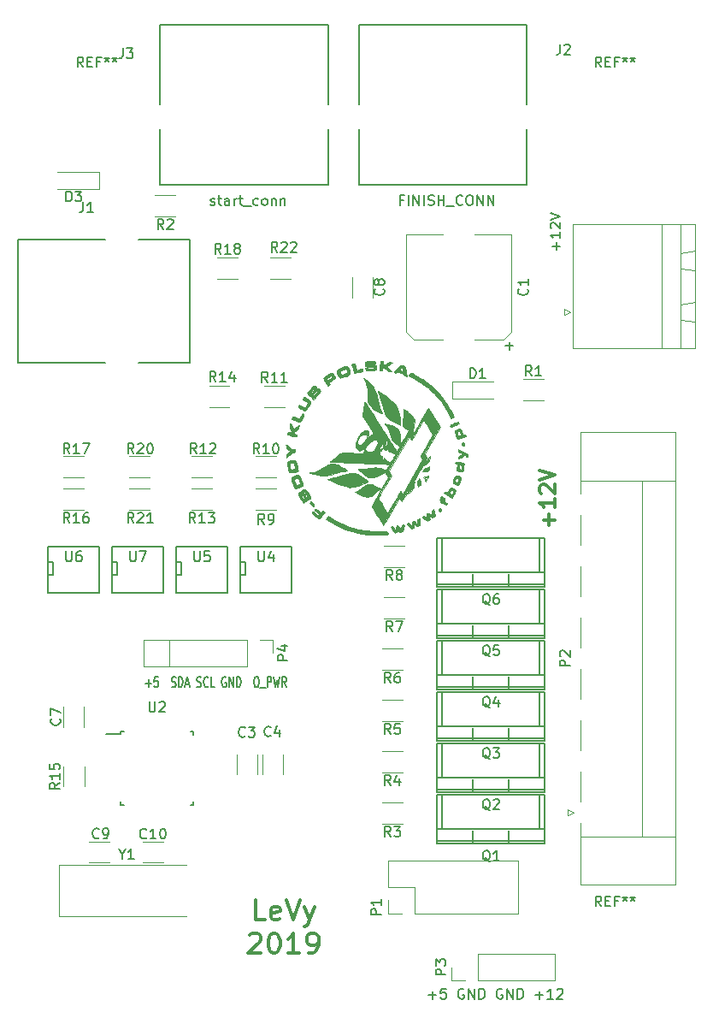
<source format=gbr>
G04 #@! TF.GenerationSoftware,KiCad,Pcbnew,(5.0.2)-1*
G04 #@! TF.CreationDate,2019-02-21T19:34:53+01:00*
G04 #@! TF.ProjectId,plyta_glowna,706c7974-615f-4676-9c6f-776e612e6b69,rev?*
G04 #@! TF.SameCoordinates,Original*
G04 #@! TF.FileFunction,Legend,Top*
G04 #@! TF.FilePolarity,Positive*
%FSLAX46Y46*%
G04 Gerber Fmt 4.6, Leading zero omitted, Abs format (unit mm)*
G04 Created by KiCad (PCBNEW (5.0.2)-1) date 2019-02-21 19:34:53*
%MOMM*%
%LPD*%
G01*
G04 APERTURE LIST*
%ADD10C,0.150000*%
%ADD11C,0.300000*%
%ADD12C,0.120000*%
%ADD13C,0.010000*%
G04 APERTURE END LIST*
D10*
X138541952Y-142692428D02*
X139303857Y-142692428D01*
X138922904Y-143073380D02*
X138922904Y-142311476D01*
X140256238Y-142073380D02*
X139780047Y-142073380D01*
X139732428Y-142549571D01*
X139780047Y-142501952D01*
X139875285Y-142454333D01*
X140113380Y-142454333D01*
X140208619Y-142501952D01*
X140256238Y-142549571D01*
X140303857Y-142644809D01*
X140303857Y-142882904D01*
X140256238Y-142978142D01*
X140208619Y-143025761D01*
X140113380Y-143073380D01*
X139875285Y-143073380D01*
X139780047Y-143025761D01*
X139732428Y-142978142D01*
X142018142Y-142121000D02*
X141922904Y-142073380D01*
X141780047Y-142073380D01*
X141637190Y-142121000D01*
X141541952Y-142216238D01*
X141494333Y-142311476D01*
X141446714Y-142501952D01*
X141446714Y-142644809D01*
X141494333Y-142835285D01*
X141541952Y-142930523D01*
X141637190Y-143025761D01*
X141780047Y-143073380D01*
X141875285Y-143073380D01*
X142018142Y-143025761D01*
X142065761Y-142978142D01*
X142065761Y-142644809D01*
X141875285Y-142644809D01*
X142494333Y-143073380D02*
X142494333Y-142073380D01*
X143065761Y-143073380D01*
X143065761Y-142073380D01*
X143541952Y-143073380D02*
X143541952Y-142073380D01*
X143780047Y-142073380D01*
X143922904Y-142121000D01*
X144018142Y-142216238D01*
X144065761Y-142311476D01*
X144113380Y-142501952D01*
X144113380Y-142644809D01*
X144065761Y-142835285D01*
X144018142Y-142930523D01*
X143922904Y-143025761D01*
X143780047Y-143073380D01*
X143541952Y-143073380D01*
X145827666Y-142121000D02*
X145732428Y-142073380D01*
X145589571Y-142073380D01*
X145446714Y-142121000D01*
X145351476Y-142216238D01*
X145303857Y-142311476D01*
X145256238Y-142501952D01*
X145256238Y-142644809D01*
X145303857Y-142835285D01*
X145351476Y-142930523D01*
X145446714Y-143025761D01*
X145589571Y-143073380D01*
X145684809Y-143073380D01*
X145827666Y-143025761D01*
X145875285Y-142978142D01*
X145875285Y-142644809D01*
X145684809Y-142644809D01*
X146303857Y-143073380D02*
X146303857Y-142073380D01*
X146875285Y-143073380D01*
X146875285Y-142073380D01*
X147351476Y-143073380D02*
X147351476Y-142073380D01*
X147589571Y-142073380D01*
X147732428Y-142121000D01*
X147827666Y-142216238D01*
X147875285Y-142311476D01*
X147922904Y-142501952D01*
X147922904Y-142644809D01*
X147875285Y-142835285D01*
X147827666Y-142930523D01*
X147732428Y-143025761D01*
X147589571Y-143073380D01*
X147351476Y-143073380D01*
X149113380Y-142692428D02*
X149875285Y-142692428D01*
X149494333Y-143073380D02*
X149494333Y-142311476D01*
X150875285Y-143073380D02*
X150303857Y-143073380D01*
X150589571Y-143073380D02*
X150589571Y-142073380D01*
X150494333Y-142216238D01*
X150399095Y-142311476D01*
X150303857Y-142359095D01*
X151256238Y-142168619D02*
X151303857Y-142121000D01*
X151399095Y-142073380D01*
X151637190Y-142073380D01*
X151732428Y-142121000D01*
X151780047Y-142168619D01*
X151827666Y-142263857D01*
X151827666Y-142359095D01*
X151780047Y-142501952D01*
X151208619Y-143073380D01*
X151827666Y-143073380D01*
D11*
X150475142Y-96241857D02*
X150475142Y-95099000D01*
X151046571Y-95670428D02*
X149903714Y-95670428D01*
X151046571Y-93599000D02*
X151046571Y-94456142D01*
X151046571Y-94027571D02*
X149546571Y-94027571D01*
X149760857Y-94170428D01*
X149903714Y-94313285D01*
X149975142Y-94456142D01*
X149689428Y-93027571D02*
X149618000Y-92956142D01*
X149546571Y-92813285D01*
X149546571Y-92456142D01*
X149618000Y-92313285D01*
X149689428Y-92241857D01*
X149832285Y-92170428D01*
X149975142Y-92170428D01*
X150189428Y-92241857D01*
X151046571Y-93099000D01*
X151046571Y-92170428D01*
X149546571Y-91741857D02*
X151046571Y-91241857D01*
X149546571Y-90741857D01*
X122348857Y-135271761D02*
X121396476Y-135271761D01*
X121396476Y-133271761D01*
X123777428Y-135176523D02*
X123586952Y-135271761D01*
X123206000Y-135271761D01*
X123015523Y-135176523D01*
X122920285Y-134986047D01*
X122920285Y-134224142D01*
X123015523Y-134033666D01*
X123206000Y-133938428D01*
X123586952Y-133938428D01*
X123777428Y-134033666D01*
X123872666Y-134224142D01*
X123872666Y-134414619D01*
X122920285Y-134605095D01*
X124444095Y-133271761D02*
X125110761Y-135271761D01*
X125777428Y-133271761D01*
X126253619Y-133938428D02*
X126729809Y-135271761D01*
X127206000Y-133938428D02*
X126729809Y-135271761D01*
X126539333Y-135747952D01*
X126444095Y-135843190D01*
X126253619Y-135938428D01*
X120777428Y-136762238D02*
X120872666Y-136667000D01*
X121063142Y-136571761D01*
X121539333Y-136571761D01*
X121729809Y-136667000D01*
X121825047Y-136762238D01*
X121920285Y-136952714D01*
X121920285Y-137143190D01*
X121825047Y-137428904D01*
X120682190Y-138571761D01*
X121920285Y-138571761D01*
X123158380Y-136571761D02*
X123348857Y-136571761D01*
X123539333Y-136667000D01*
X123634571Y-136762238D01*
X123729809Y-136952714D01*
X123825047Y-137333666D01*
X123825047Y-137809857D01*
X123729809Y-138190809D01*
X123634571Y-138381285D01*
X123539333Y-138476523D01*
X123348857Y-138571761D01*
X123158380Y-138571761D01*
X122967904Y-138476523D01*
X122872666Y-138381285D01*
X122777428Y-138190809D01*
X122682190Y-137809857D01*
X122682190Y-137333666D01*
X122777428Y-136952714D01*
X122872666Y-136762238D01*
X122967904Y-136667000D01*
X123158380Y-136571761D01*
X125729809Y-138571761D02*
X124586952Y-138571761D01*
X125158380Y-138571761D02*
X125158380Y-136571761D01*
X124967904Y-136857476D01*
X124777428Y-137047952D01*
X124586952Y-137143190D01*
X126682190Y-138571761D02*
X127063142Y-138571761D01*
X127253619Y-138476523D01*
X127348857Y-138381285D01*
X127539333Y-138095571D01*
X127634571Y-137714619D01*
X127634571Y-136952714D01*
X127539333Y-136762238D01*
X127444095Y-136667000D01*
X127253619Y-136571761D01*
X126872666Y-136571761D01*
X126682190Y-136667000D01*
X126586952Y-136762238D01*
X126491714Y-136952714D01*
X126491714Y-137428904D01*
X126586952Y-137619380D01*
X126682190Y-137714619D01*
X126872666Y-137809857D01*
X127253619Y-137809857D01*
X127444095Y-137714619D01*
X127539333Y-137619380D01*
X127634571Y-137428904D01*
D12*
G04 #@! TO.C,C1*
X136268000Y-77094000D02*
X136268000Y-67434000D01*
X137028000Y-77854000D02*
X136268000Y-77094000D01*
X146688000Y-77094000D02*
X145928000Y-77854000D01*
X146688000Y-67434000D02*
X146688000Y-77094000D01*
X136268000Y-67434000D02*
X139918000Y-67434000D01*
X146688000Y-67434000D02*
X143038000Y-67434000D01*
X145928000Y-77854000D02*
X143038000Y-77854000D01*
X137028000Y-77854000D02*
X139918000Y-77854000D01*
G04 #@! TO.C,C3*
X121543000Y-120864000D02*
X121543000Y-118864000D01*
X119503000Y-118864000D02*
X119503000Y-120864000D01*
G04 #@! TO.C,C4*
X124083000Y-120864000D02*
X124083000Y-118864000D01*
X122043000Y-118864000D02*
X122043000Y-120864000D01*
G04 #@! TO.C,C7*
X104398000Y-116189000D02*
X104398000Y-114189000D01*
X102358000Y-114189000D02*
X102358000Y-116189000D01*
G04 #@! TO.C,C8*
X132973000Y-73644000D02*
X132973000Y-71644000D01*
X130933000Y-71644000D02*
X130933000Y-73644000D01*
G04 #@! TO.C,C9*
X104918000Y-129544000D02*
X106918000Y-129544000D01*
X106918000Y-127504000D02*
X104918000Y-127504000D01*
G04 #@! TO.C,C10*
X110228000Y-129544000D02*
X112228000Y-129544000D01*
X112228000Y-127504000D02*
X110228000Y-127504000D01*
G04 #@! TO.C,D1*
X140933000Y-81954000D02*
X144983000Y-81954000D01*
X140933000Y-83654000D02*
X144983000Y-83654000D01*
X140883000Y-81954000D02*
X140883000Y-83654000D01*
D10*
G04 #@! TO.C,J1*
X106482680Y-67911760D02*
X97846680Y-67911760D01*
X114864680Y-67911760D02*
X109784680Y-67911760D01*
X106482680Y-80103760D02*
X97846680Y-80103760D01*
X114864680Y-80103760D02*
X109784680Y-80103760D01*
X97846680Y-80103760D02*
X97846680Y-67911760D01*
X114864680Y-67911760D02*
X114864680Y-80103760D01*
G04 #@! TO.C,J2*
X148272500Y-62484000D02*
X131635500Y-62484000D01*
X131635500Y-46672500D02*
X131635500Y-54546500D01*
X148272500Y-46672500D02*
X148272500Y-54546500D01*
X148272500Y-46672500D02*
X131635500Y-46672500D01*
X131635500Y-62484000D02*
X131635500Y-56959500D01*
X148272500Y-62484000D02*
X148272500Y-56959500D01*
G04 #@! TO.C,J3*
X128587500Y-62484000D02*
X128587500Y-56959500D01*
X111950500Y-62484000D02*
X111950500Y-56959500D01*
X128587500Y-46672500D02*
X111950500Y-46672500D01*
X128587500Y-46672500D02*
X128587500Y-54546500D01*
X111950500Y-46672500D02*
X111950500Y-54546500D01*
X128587500Y-62484000D02*
X111950500Y-62484000D01*
D12*
G04 #@! TO.C,P1*
X134570000Y-134630000D02*
X134570000Y-133300000D01*
X135900000Y-134630000D02*
X134570000Y-134630000D01*
X134570000Y-132030000D02*
X134570000Y-129430000D01*
X137170000Y-132030000D02*
X134570000Y-132030000D01*
X137170000Y-134630000D02*
X137170000Y-132030000D01*
X134570000Y-129430000D02*
X147390000Y-129430000D01*
X137170000Y-134630000D02*
X147390000Y-134630000D01*
X147390000Y-134630000D02*
X147390000Y-129430000D01*
G04 #@! TO.C,P2*
X152283320Y-124920240D02*
X152283320Y-124320240D01*
X152883320Y-124620240D02*
X152283320Y-124920240D01*
X152283320Y-124320240D02*
X152883320Y-124620240D01*
X153603320Y-91760240D02*
X162963320Y-91760240D01*
X153603320Y-127000240D02*
X162963320Y-127000240D01*
X159683320Y-127000240D02*
X159683320Y-91760240D01*
X153603320Y-98170240D02*
X153603320Y-95190240D01*
X153603320Y-103250240D02*
X153603320Y-100270240D01*
X153603320Y-108330240D02*
X153603320Y-105350240D01*
X153603320Y-113410240D02*
X153603320Y-110430240D01*
X153603320Y-118490240D02*
X153603320Y-115510240D01*
X153603320Y-123570240D02*
X153603320Y-120590240D01*
X153603320Y-86960240D02*
X153603320Y-93090240D01*
X153603320Y-131800240D02*
X153603320Y-125670240D01*
X162963320Y-86960240D02*
X153603320Y-86960240D01*
X162963320Y-131800240D02*
X162963320Y-86960240D01*
X153603320Y-131800240D02*
X162963320Y-131800240D01*
G04 #@! TO.C,Power1*
X152003320Y-75390240D02*
X152003320Y-74790240D01*
X152603320Y-75090240D02*
X152003320Y-75390240D01*
X152003320Y-74790240D02*
X152603320Y-75090240D01*
X163463320Y-70760240D02*
X164963320Y-71010240D01*
X163463320Y-69260240D02*
X163463320Y-70760240D01*
X164963320Y-69010240D02*
X163463320Y-69260240D01*
X164963320Y-71010240D02*
X164963320Y-69010240D01*
X163463320Y-75840240D02*
X164963320Y-76090240D01*
X163463320Y-74340240D02*
X163463320Y-75840240D01*
X164963320Y-74090240D02*
X163463320Y-74340240D01*
X164963320Y-76090240D02*
X164963320Y-74090240D01*
X163463320Y-66390240D02*
X163463320Y-78710240D01*
X161663320Y-66390240D02*
X163463320Y-66390240D01*
X161663320Y-78710240D02*
X161663320Y-66390240D01*
X163463320Y-78710240D02*
X161663320Y-78710240D01*
X152803320Y-66390240D02*
X152803320Y-78710240D01*
X164963320Y-66390240D02*
X152803320Y-66390240D01*
X164963320Y-78710240D02*
X164963320Y-66390240D01*
X152803320Y-78710240D02*
X164963320Y-78710240D01*
D10*
G04 #@! TO.C,Q1*
X139389320Y-127668240D02*
X150057320Y-127668240D01*
X139389320Y-127668240D02*
X139389320Y-122842240D01*
X150057320Y-127668240D02*
X150057320Y-122842240D01*
X139389320Y-122842240D02*
X150057320Y-122842240D01*
X150057320Y-126271240D02*
X139389320Y-126271240D01*
X146501320Y-126398240D02*
X146501320Y-127668240D01*
X142945320Y-126398240D02*
X142945320Y-127668240D01*
X139389320Y-127414240D02*
X150057320Y-127414240D01*
X149549320Y-126271240D02*
X149549320Y-122842240D01*
X139897320Y-126271240D02*
X139897320Y-122842240D01*
G04 #@! TO.C,Q2*
X139897320Y-121191240D02*
X139897320Y-117762240D01*
X149549320Y-121191240D02*
X149549320Y-117762240D01*
X139389320Y-122334240D02*
X150057320Y-122334240D01*
X142945320Y-121318240D02*
X142945320Y-122588240D01*
X146501320Y-121318240D02*
X146501320Y-122588240D01*
X150057320Y-121191240D02*
X139389320Y-121191240D01*
X139389320Y-117762240D02*
X150057320Y-117762240D01*
X150057320Y-122588240D02*
X150057320Y-117762240D01*
X139389320Y-122588240D02*
X139389320Y-117762240D01*
X139389320Y-122588240D02*
X150057320Y-122588240D01*
G04 #@! TO.C,Q3*
X139897320Y-116111240D02*
X139897320Y-112682240D01*
X149549320Y-116111240D02*
X149549320Y-112682240D01*
X139389320Y-117254240D02*
X150057320Y-117254240D01*
X142945320Y-116238240D02*
X142945320Y-117508240D01*
X146501320Y-116238240D02*
X146501320Y-117508240D01*
X150057320Y-116111240D02*
X139389320Y-116111240D01*
X139389320Y-112682240D02*
X150057320Y-112682240D01*
X150057320Y-117508240D02*
X150057320Y-112682240D01*
X139389320Y-117508240D02*
X139389320Y-112682240D01*
X139389320Y-117508240D02*
X150057320Y-117508240D01*
G04 #@! TO.C,Q4*
X139897320Y-111031240D02*
X139897320Y-107602240D01*
X149549320Y-111031240D02*
X149549320Y-107602240D01*
X139389320Y-112174240D02*
X150057320Y-112174240D01*
X142945320Y-111158240D02*
X142945320Y-112428240D01*
X146501320Y-111158240D02*
X146501320Y-112428240D01*
X150057320Y-111031240D02*
X139389320Y-111031240D01*
X139389320Y-107602240D02*
X150057320Y-107602240D01*
X150057320Y-112428240D02*
X150057320Y-107602240D01*
X139389320Y-112428240D02*
X139389320Y-107602240D01*
X139389320Y-112428240D02*
X150057320Y-112428240D01*
G04 #@! TO.C,Q5*
X139389320Y-107348240D02*
X150057320Y-107348240D01*
X139389320Y-107348240D02*
X139389320Y-102522240D01*
X150057320Y-107348240D02*
X150057320Y-102522240D01*
X139389320Y-102522240D02*
X150057320Y-102522240D01*
X150057320Y-105951240D02*
X139389320Y-105951240D01*
X146501320Y-106078240D02*
X146501320Y-107348240D01*
X142945320Y-106078240D02*
X142945320Y-107348240D01*
X139389320Y-107094240D02*
X150057320Y-107094240D01*
X149549320Y-105951240D02*
X149549320Y-102522240D01*
X139897320Y-105951240D02*
X139897320Y-102522240D01*
G04 #@! TO.C,Q6*
X139389320Y-102268240D02*
X150057320Y-102268240D01*
X139389320Y-102268240D02*
X139389320Y-97442240D01*
X150057320Y-102268240D02*
X150057320Y-97442240D01*
X139389320Y-97442240D02*
X150057320Y-97442240D01*
X150057320Y-100871240D02*
X139389320Y-100871240D01*
X146501320Y-100998240D02*
X146501320Y-102268240D01*
X142945320Y-100998240D02*
X142945320Y-102268240D01*
X139389320Y-102014240D02*
X150057320Y-102014240D01*
X149549320Y-100871240D02*
X149549320Y-97442240D01*
X139897320Y-100871240D02*
X139897320Y-97442240D01*
D12*
G04 #@! TO.C,R1*
X149918000Y-83874000D02*
X147918000Y-83874000D01*
X147918000Y-81734000D02*
X149918000Y-81734000D01*
G04 #@! TO.C,R2*
X113450000Y-65670000D02*
X111450000Y-65670000D01*
X111450000Y-63530000D02*
X113450000Y-63530000D01*
G04 #@! TO.C,R3*
X135948000Y-125784000D02*
X133948000Y-125784000D01*
X133948000Y-123644000D02*
X135948000Y-123644000D01*
G04 #@! TO.C,R4*
X133948000Y-118564000D02*
X135948000Y-118564000D01*
X135948000Y-120704000D02*
X133948000Y-120704000D01*
G04 #@! TO.C,R5*
X133948000Y-113484000D02*
X135948000Y-113484000D01*
X135948000Y-115624000D02*
X133948000Y-115624000D01*
G04 #@! TO.C,R6*
X135948000Y-110544000D02*
X133948000Y-110544000D01*
X133948000Y-108404000D02*
X135948000Y-108404000D01*
G04 #@! TO.C,R7*
X136128000Y-105464000D02*
X134128000Y-105464000D01*
X134128000Y-103324000D02*
X136128000Y-103324000D01*
G04 #@! TO.C,R8*
X136128000Y-100384000D02*
X134128000Y-100384000D01*
X134128000Y-98244000D02*
X136128000Y-98244000D01*
G04 #@! TO.C,R9*
X121428000Y-92529000D02*
X123428000Y-92529000D01*
X123428000Y-94669000D02*
X121428000Y-94669000D01*
G04 #@! TO.C,R10*
X121428000Y-89354000D02*
X123428000Y-89354000D01*
X123428000Y-91494000D02*
X121428000Y-91494000D01*
G04 #@! TO.C,R11*
X122243000Y-82369000D02*
X124243000Y-82369000D01*
X124243000Y-84509000D02*
X122243000Y-84509000D01*
G04 #@! TO.C,R12*
X115078000Y-89354000D02*
X117078000Y-89354000D01*
X117078000Y-91494000D02*
X115078000Y-91494000D01*
G04 #@! TO.C,R13*
X115078000Y-92529000D02*
X117078000Y-92529000D01*
X117078000Y-94669000D02*
X115078000Y-94669000D01*
G04 #@! TO.C,R14*
X116803000Y-82369000D02*
X118803000Y-82369000D01*
X118803000Y-84509000D02*
X116803000Y-84509000D01*
G04 #@! TO.C,R16*
X104378000Y-94669000D02*
X102378000Y-94669000D01*
X102378000Y-92529000D02*
X104378000Y-92529000D01*
G04 #@! TO.C,R17*
X104378000Y-91494000D02*
X102378000Y-91494000D01*
X102378000Y-89354000D02*
X104378000Y-89354000D01*
G04 #@! TO.C,R18*
X119618000Y-71809000D02*
X117618000Y-71809000D01*
X117618000Y-69669000D02*
X119618000Y-69669000D01*
G04 #@! TO.C,R20*
X108908000Y-89354000D02*
X110908000Y-89354000D01*
X110908000Y-91494000D02*
X108908000Y-91494000D01*
G04 #@! TO.C,R21*
X108908000Y-92529000D02*
X110908000Y-92529000D01*
X110908000Y-94669000D02*
X108908000Y-94669000D01*
G04 #@! TO.C,R22*
X122878000Y-69669000D02*
X124878000Y-69669000D01*
X124878000Y-71809000D02*
X122878000Y-71809000D01*
D10*
G04 #@! TO.C,U2*
X108008000Y-116869000D02*
X106583000Y-116869000D01*
X115258000Y-116644000D02*
X114933000Y-116644000D01*
X115258000Y-123894000D02*
X114933000Y-123894000D01*
X108008000Y-123894000D02*
X108333000Y-123894000D01*
X108008000Y-116644000D02*
X108333000Y-116644000D01*
X108008000Y-123894000D02*
X108008000Y-123569000D01*
X115258000Y-123894000D02*
X115258000Y-123569000D01*
X115258000Y-116644000D02*
X115258000Y-116969000D01*
X108008000Y-116644000D02*
X108008000Y-116869000D01*
G04 #@! TO.C,U4*
X120396000Y-101092000D02*
X119888000Y-101092000D01*
X120396000Y-99822000D02*
X120396000Y-101092000D01*
X119888000Y-99822000D02*
X120396000Y-99822000D01*
X119888000Y-102870000D02*
X119888000Y-98298000D01*
X124968000Y-102870000D02*
X119888000Y-102870000D01*
X124968000Y-98298000D02*
X124968000Y-102870000D01*
X119888000Y-98298000D02*
X124968000Y-98298000D01*
G04 #@! TO.C,U5*
X113538000Y-98298000D02*
X118618000Y-98298000D01*
X118618000Y-98298000D02*
X118618000Y-102870000D01*
X118618000Y-102870000D02*
X113538000Y-102870000D01*
X113538000Y-102870000D02*
X113538000Y-98298000D01*
X113538000Y-99822000D02*
X114046000Y-99822000D01*
X114046000Y-99822000D02*
X114046000Y-101092000D01*
X114046000Y-101092000D02*
X113538000Y-101092000D01*
G04 #@! TO.C,U6*
X100838000Y-98298000D02*
X105918000Y-98298000D01*
X105918000Y-98298000D02*
X105918000Y-102870000D01*
X105918000Y-102870000D02*
X100838000Y-102870000D01*
X100838000Y-102870000D02*
X100838000Y-98298000D01*
X100838000Y-99822000D02*
X101346000Y-99822000D01*
X101346000Y-99822000D02*
X101346000Y-101092000D01*
X101346000Y-101092000D02*
X100838000Y-101092000D01*
G04 #@! TO.C,U7*
X107696000Y-101092000D02*
X107188000Y-101092000D01*
X107696000Y-99822000D02*
X107696000Y-101092000D01*
X107188000Y-99822000D02*
X107696000Y-99822000D01*
X107188000Y-102870000D02*
X107188000Y-98298000D01*
X112268000Y-102870000D02*
X107188000Y-102870000D01*
X112268000Y-98298000D02*
X112268000Y-102870000D01*
X107188000Y-98298000D02*
X112268000Y-98298000D01*
D12*
G04 #@! TO.C,Y1*
X101953000Y-134884000D02*
X114553000Y-134884000D01*
X101953000Y-129784000D02*
X101953000Y-134884000D01*
X114553000Y-129784000D02*
X101953000Y-129784000D01*
G04 #@! TO.C,+5  SDA SCL GND  O_PWR*
X123123000Y-107509000D02*
X123123000Y-108839000D01*
X121793000Y-107509000D02*
X123123000Y-107509000D01*
X120523000Y-107509000D02*
X120523000Y-110169000D01*
X120523000Y-110169000D02*
X112843000Y-110169000D01*
X120523000Y-107509000D02*
X112843000Y-107509000D01*
X112843000Y-107509000D02*
X112843000Y-110169000D01*
G04 #@! TO.C,P3*
X140783000Y-141284000D02*
X140783000Y-139954000D01*
X142113000Y-141284000D02*
X140783000Y-141284000D01*
X143383000Y-141284000D02*
X143383000Y-138624000D01*
X143383000Y-138624000D02*
X151063000Y-138624000D01*
X143383000Y-141284000D02*
X151063000Y-141284000D01*
X151063000Y-141284000D02*
X151063000Y-138624000D01*
G04 #@! TO.C,P4*
X123123000Y-107509000D02*
X123123000Y-108839000D01*
X121793000Y-107509000D02*
X123123000Y-107509000D01*
X120523000Y-107509000D02*
X120523000Y-110169000D01*
X120523000Y-110169000D02*
X110303000Y-110169000D01*
X120523000Y-107509000D02*
X110303000Y-107509000D01*
X110303000Y-107509000D02*
X110303000Y-110169000D01*
G04 #@! TO.C,D3*
X105827000Y-62953000D02*
X101777000Y-62953000D01*
X105827000Y-61253000D02*
X101777000Y-61253000D01*
X105877000Y-62953000D02*
X105877000Y-61253000D01*
G04 #@! TO.C,R15*
X102330000Y-122050000D02*
X102330000Y-120050000D01*
X104470000Y-120050000D02*
X104470000Y-122050000D01*
D13*
G04 #@! TO.C,G\002A\002A\002A*
G36*
X133872802Y-88557205D02*
X133874076Y-88557129D01*
X133920782Y-88590301D01*
X133929241Y-88624561D01*
X133915470Y-88700798D01*
X133879114Y-88784403D01*
X133835463Y-88848881D01*
X133799805Y-88867733D01*
X133793023Y-88860666D01*
X133781448Y-88784238D01*
X133797236Y-88684408D01*
X133830861Y-88596842D01*
X133872802Y-88557205D01*
X133872802Y-88557205D01*
G37*
X133872802Y-88557205D02*
X133874076Y-88557129D01*
X133920782Y-88590301D01*
X133929241Y-88624561D01*
X133915470Y-88700798D01*
X133879114Y-88784403D01*
X133835463Y-88848881D01*
X133799805Y-88867733D01*
X133793023Y-88860666D01*
X133781448Y-88784238D01*
X133797236Y-88684408D01*
X133830861Y-88596842D01*
X133872802Y-88557205D01*
G36*
X125982740Y-84421745D02*
X126128826Y-84501552D01*
X126228200Y-84532411D01*
X126303135Y-84507821D01*
X126375901Y-84421282D01*
X126459339Y-84282643D01*
X126520236Y-84167165D01*
X126538562Y-84083915D01*
X126506142Y-84014787D01*
X126414800Y-83941681D01*
X126264501Y-83851186D01*
X126047530Y-83725917D01*
X126121613Y-83597602D01*
X126171865Y-83519443D01*
X126218220Y-83497390D01*
X126290792Y-83526679D01*
X126350246Y-83561429D01*
X126542939Y-83688877D01*
X126697894Y-83816055D01*
X126801899Y-83930734D01*
X126841376Y-84015981D01*
X126823972Y-84104590D01*
X126766899Y-84238009D01*
X126681925Y-84393798D01*
X126580819Y-84549515D01*
X126517838Y-84632920D01*
X126411490Y-84757000D01*
X126332892Y-84824163D01*
X126262194Y-84847514D01*
X126198733Y-84843574D01*
X126096011Y-84806605D01*
X125956026Y-84729652D01*
X125844371Y-84655379D01*
X125720975Y-84564909D01*
X125655541Y-84505517D01*
X125636795Y-84459545D01*
X125653465Y-84409336D01*
X125669264Y-84381092D01*
X125730030Y-84275843D01*
X125982740Y-84421745D01*
X125982740Y-84421745D01*
G37*
X125982740Y-84421745D02*
X126128826Y-84501552D01*
X126228200Y-84532411D01*
X126303135Y-84507821D01*
X126375901Y-84421282D01*
X126459339Y-84282643D01*
X126520236Y-84167165D01*
X126538562Y-84083915D01*
X126506142Y-84014787D01*
X126414800Y-83941681D01*
X126264501Y-83851186D01*
X126047530Y-83725917D01*
X126121613Y-83597602D01*
X126171865Y-83519443D01*
X126218220Y-83497390D01*
X126290792Y-83526679D01*
X126350246Y-83561429D01*
X126542939Y-83688877D01*
X126697894Y-83816055D01*
X126801899Y-83930734D01*
X126841376Y-84015981D01*
X126823972Y-84104590D01*
X126766899Y-84238009D01*
X126681925Y-84393798D01*
X126580819Y-84549515D01*
X126517838Y-84632920D01*
X126411490Y-84757000D01*
X126332892Y-84824163D01*
X126262194Y-84847514D01*
X126198733Y-84843574D01*
X126096011Y-84806605D01*
X125956026Y-84729652D01*
X125844371Y-84655379D01*
X125720975Y-84564909D01*
X125655541Y-84505517D01*
X125636795Y-84459545D01*
X125653465Y-84409336D01*
X125669264Y-84381092D01*
X125730030Y-84275843D01*
X125982740Y-84421745D01*
G36*
X125137964Y-85419460D02*
X125238724Y-85458657D01*
X125342934Y-85512023D01*
X125479225Y-85573706D01*
X125524128Y-85592495D01*
X125706829Y-85667037D01*
X125859683Y-85382948D01*
X125938939Y-85239429D01*
X125992721Y-85157714D01*
X126033942Y-85124145D01*
X126075515Y-85125065D01*
X126096423Y-85132544D01*
X126132969Y-85153921D01*
X126149264Y-85189542D01*
X126142119Y-85251578D01*
X126108341Y-85352201D01*
X126044738Y-85503579D01*
X125948119Y-85717884D01*
X125935946Y-85744495D01*
X125869209Y-85886711D01*
X125823292Y-85966445D01*
X125784597Y-85998572D01*
X125739530Y-85997965D01*
X125711265Y-85990303D01*
X125626653Y-85958725D01*
X125492014Y-85901527D01*
X125333556Y-85829924D01*
X125300574Y-85814515D01*
X124988671Y-85667915D01*
X125020536Y-85556133D01*
X125068593Y-85448872D01*
X125137964Y-85419460D01*
X125137964Y-85419460D01*
G37*
X125137964Y-85419460D02*
X125238724Y-85458657D01*
X125342934Y-85512023D01*
X125479225Y-85573706D01*
X125524128Y-85592495D01*
X125706829Y-85667037D01*
X125859683Y-85382948D01*
X125938939Y-85239429D01*
X125992721Y-85157714D01*
X126033942Y-85124145D01*
X126075515Y-85125065D01*
X126096423Y-85132544D01*
X126132969Y-85153921D01*
X126149264Y-85189542D01*
X126142119Y-85251578D01*
X126108341Y-85352201D01*
X126044738Y-85503579D01*
X125948119Y-85717884D01*
X125935946Y-85744495D01*
X125869209Y-85886711D01*
X125823292Y-85966445D01*
X125784597Y-85998572D01*
X125739530Y-85997965D01*
X125711265Y-85990303D01*
X125626653Y-85958725D01*
X125492014Y-85901527D01*
X125333556Y-85829924D01*
X125300574Y-85814515D01*
X124988671Y-85667915D01*
X125020536Y-85556133D01*
X125068593Y-85448872D01*
X125137964Y-85419460D01*
G36*
X126574552Y-83001964D02*
X126667963Y-82891741D01*
X126784888Y-82762220D01*
X126909567Y-82630102D01*
X127026241Y-82512086D01*
X127119152Y-82424873D01*
X127172467Y-82385191D01*
X127274634Y-82388204D01*
X127376527Y-82455915D01*
X127444553Y-82554281D01*
X127499468Y-82633599D01*
X127578322Y-82653635D01*
X127585461Y-82653461D01*
X127668920Y-82670552D01*
X127741770Y-82742757D01*
X127756160Y-82763048D01*
X127794068Y-82837383D01*
X127798420Y-82914890D01*
X127763341Y-83007498D01*
X127682949Y-83127135D01*
X127551365Y-83285731D01*
X127433562Y-83417604D01*
X127147607Y-83732642D01*
X127031318Y-83634169D01*
X126984620Y-83593623D01*
X127116396Y-83365381D01*
X127172699Y-83353940D01*
X127255286Y-83289511D01*
X127347558Y-83192109D01*
X127432920Y-83081753D01*
X127494775Y-82978461D01*
X127516529Y-82902247D01*
X127512643Y-82887448D01*
X127477539Y-82864330D01*
X127416965Y-82893001D01*
X127322167Y-82979508D01*
X127220394Y-83089277D01*
X127119528Y-83207831D01*
X127073079Y-83283023D01*
X127075045Y-83330801D01*
X127116396Y-83365381D01*
X126984620Y-83593623D01*
X126811538Y-83443338D01*
X126692349Y-83330972D01*
X126828102Y-83095840D01*
X126871951Y-83119999D01*
X126941634Y-83104477D01*
X126995523Y-83063403D01*
X127066490Y-82988096D01*
X127109364Y-82945821D01*
X127177979Y-82863735D01*
X127221725Y-82773635D01*
X127228192Y-82705237D01*
X127216270Y-82689809D01*
X127165752Y-82703879D01*
X127081774Y-82765080D01*
X126984481Y-82855014D01*
X126894025Y-82955280D01*
X126836625Y-83036497D01*
X126828102Y-83095840D01*
X126692349Y-83330972D01*
X126655866Y-83296576D01*
X126559549Y-83188692D01*
X126517834Y-83114494D01*
X126520415Y-83076188D01*
X126574552Y-83001964D01*
X126574552Y-83001964D01*
G37*
X126574552Y-83001964D02*
X126667963Y-82891741D01*
X126784888Y-82762220D01*
X126909567Y-82630102D01*
X127026241Y-82512086D01*
X127119152Y-82424873D01*
X127172467Y-82385191D01*
X127274634Y-82388204D01*
X127376527Y-82455915D01*
X127444553Y-82554281D01*
X127499468Y-82633599D01*
X127578322Y-82653635D01*
X127585461Y-82653461D01*
X127668920Y-82670552D01*
X127741770Y-82742757D01*
X127756160Y-82763048D01*
X127794068Y-82837383D01*
X127798420Y-82914890D01*
X127763341Y-83007498D01*
X127682949Y-83127135D01*
X127551365Y-83285731D01*
X127433562Y-83417604D01*
X127147607Y-83732642D01*
X127031318Y-83634169D01*
X126984620Y-83593623D01*
X127116396Y-83365381D01*
X127172699Y-83353940D01*
X127255286Y-83289511D01*
X127347558Y-83192109D01*
X127432920Y-83081753D01*
X127494775Y-82978461D01*
X127516529Y-82902247D01*
X127512643Y-82887448D01*
X127477539Y-82864330D01*
X127416965Y-82893001D01*
X127322167Y-82979508D01*
X127220394Y-83089277D01*
X127119528Y-83207831D01*
X127073079Y-83283023D01*
X127075045Y-83330801D01*
X127116396Y-83365381D01*
X126984620Y-83593623D01*
X126811538Y-83443338D01*
X126692349Y-83330972D01*
X126828102Y-83095840D01*
X126871951Y-83119999D01*
X126941634Y-83104477D01*
X126995523Y-83063403D01*
X127066490Y-82988096D01*
X127109364Y-82945821D01*
X127177979Y-82863735D01*
X127221725Y-82773635D01*
X127228192Y-82705237D01*
X127216270Y-82689809D01*
X127165752Y-82703879D01*
X127081774Y-82765080D01*
X126984481Y-82855014D01*
X126894025Y-82955280D01*
X126836625Y-83036497D01*
X126828102Y-83095840D01*
X126692349Y-83330972D01*
X126655866Y-83296576D01*
X126559549Y-83188692D01*
X126517834Y-83114494D01*
X126520415Y-83076188D01*
X126574552Y-83001964D01*
G36*
X124846619Y-86092330D02*
X124877807Y-86132127D01*
X124930117Y-86232563D01*
X124976098Y-86327026D01*
X125046493Y-86466100D01*
X125106126Y-86572439D01*
X125143231Y-86625213D01*
X125145530Y-86626911D01*
X125193361Y-86613140D01*
X125290267Y-86559224D01*
X125417607Y-86475838D01*
X125453699Y-86450435D01*
X125728102Y-86254464D01*
X125679198Y-86455865D01*
X125645935Y-86575109D01*
X125603920Y-86653007D01*
X125530571Y-86719704D01*
X125430814Y-86787437D01*
X125311041Y-86874097D01*
X125218451Y-86956337D01*
X125185893Y-86996316D01*
X125165146Y-87047992D01*
X125188144Y-87085229D01*
X125270462Y-87125834D01*
X125314629Y-87143530D01*
X125421968Y-87190633D01*
X125467051Y-87231808D01*
X125468104Y-87287418D01*
X125462798Y-87309070D01*
X125433633Y-87400620D01*
X125394208Y-87438090D01*
X125318269Y-87432708D01*
X125228562Y-87409243D01*
X125082426Y-87369391D01*
X124904959Y-87321824D01*
X124804262Y-87295178D01*
X124673313Y-87257525D01*
X124581999Y-87225147D01*
X124553009Y-87208077D01*
X124558969Y-87154919D01*
X124579186Y-87072329D01*
X124610148Y-86998335D01*
X124662887Y-86979388D01*
X124752347Y-86998228D01*
X124877840Y-87014372D01*
X124940383Y-86975324D01*
X124940276Y-86880298D01*
X124877823Y-86728507D01*
X124865137Y-86704560D01*
X124791117Y-86544302D01*
X124765616Y-86406005D01*
X124784682Y-86250690D01*
X124809447Y-86155330D01*
X124827013Y-86103341D01*
X124846619Y-86092330D01*
X124846619Y-86092330D01*
G37*
X124846619Y-86092330D02*
X124877807Y-86132127D01*
X124930117Y-86232563D01*
X124976098Y-86327026D01*
X125046493Y-86466100D01*
X125106126Y-86572439D01*
X125143231Y-86625213D01*
X125145530Y-86626911D01*
X125193361Y-86613140D01*
X125290267Y-86559224D01*
X125417607Y-86475838D01*
X125453699Y-86450435D01*
X125728102Y-86254464D01*
X125679198Y-86455865D01*
X125645935Y-86575109D01*
X125603920Y-86653007D01*
X125530571Y-86719704D01*
X125430814Y-86787437D01*
X125311041Y-86874097D01*
X125218451Y-86956337D01*
X125185893Y-86996316D01*
X125165146Y-87047992D01*
X125188144Y-87085229D01*
X125270462Y-87125834D01*
X125314629Y-87143530D01*
X125421968Y-87190633D01*
X125467051Y-87231808D01*
X125468104Y-87287418D01*
X125462798Y-87309070D01*
X125433633Y-87400620D01*
X125394208Y-87438090D01*
X125318269Y-87432708D01*
X125228562Y-87409243D01*
X125082426Y-87369391D01*
X124904959Y-87321824D01*
X124804262Y-87295178D01*
X124673313Y-87257525D01*
X124581999Y-87225147D01*
X124553009Y-87208077D01*
X124558969Y-87154919D01*
X124579186Y-87072329D01*
X124610148Y-86998335D01*
X124662887Y-86979388D01*
X124752347Y-86998228D01*
X124877840Y-87014372D01*
X124940383Y-86975324D01*
X124940276Y-86880298D01*
X124877823Y-86728507D01*
X124865137Y-86704560D01*
X124791117Y-86544302D01*
X124765616Y-86406005D01*
X124784682Y-86250690D01*
X124809447Y-86155330D01*
X124827013Y-86103341D01*
X124846619Y-86092330D01*
G36*
X128147944Y-81568667D02*
X128254475Y-81493377D01*
X128395598Y-81403297D01*
X128551435Y-81310204D01*
X128702112Y-81225870D01*
X128827749Y-81162075D01*
X128908468Y-81130589D01*
X128920083Y-81129158D01*
X129019257Y-81160087D01*
X129089026Y-81209012D01*
X129147890Y-81292233D01*
X129202611Y-81410327D01*
X129241999Y-81532192D01*
X129254870Y-81626727D01*
X129248633Y-81652775D01*
X129205319Y-81691682D01*
X129109581Y-81761957D01*
X128980538Y-81849692D01*
X128954605Y-81866685D01*
X128817424Y-81957232D01*
X128738535Y-82016906D01*
X128705283Y-82061037D01*
X128705010Y-82104954D01*
X128720180Y-82150636D01*
X128737915Y-82237209D01*
X128697139Y-82294506D01*
X128666788Y-82315341D01*
X128590712Y-82361989D01*
X128555875Y-82380740D01*
X128524970Y-82351107D01*
X128464325Y-82265756D01*
X128385051Y-82143129D01*
X128344771Y-82077477D01*
X128501657Y-81805743D01*
X128542449Y-81827189D01*
X128606519Y-81808142D01*
X128718426Y-81748468D01*
X128729241Y-81742457D01*
X128862185Y-81662436D01*
X128930471Y-81599920D01*
X128947017Y-81538489D01*
X128933205Y-81483155D01*
X128896274Y-81426391D01*
X128835187Y-81417351D01*
X128735855Y-81458396D01*
X128605135Y-81538137D01*
X128494755Y-81612369D01*
X128442710Y-81659570D01*
X128435931Y-81698216D01*
X128459589Y-81743941D01*
X128501657Y-81805743D01*
X128344771Y-82077477D01*
X128298261Y-82001667D01*
X128215066Y-81859808D01*
X128146582Y-81735995D01*
X128103917Y-81648669D01*
X128095886Y-81617393D01*
X128147944Y-81568667D01*
X128147944Y-81568667D01*
G37*
X128147944Y-81568667D02*
X128254475Y-81493377D01*
X128395598Y-81403297D01*
X128551435Y-81310204D01*
X128702112Y-81225870D01*
X128827749Y-81162075D01*
X128908468Y-81130589D01*
X128920083Y-81129158D01*
X129019257Y-81160087D01*
X129089026Y-81209012D01*
X129147890Y-81292233D01*
X129202611Y-81410327D01*
X129241999Y-81532192D01*
X129254870Y-81626727D01*
X129248633Y-81652775D01*
X129205319Y-81691682D01*
X129109581Y-81761957D01*
X128980538Y-81849692D01*
X128954605Y-81866685D01*
X128817424Y-81957232D01*
X128738535Y-82016906D01*
X128705283Y-82061037D01*
X128705010Y-82104954D01*
X128720180Y-82150636D01*
X128737915Y-82237209D01*
X128697139Y-82294506D01*
X128666788Y-82315341D01*
X128590712Y-82361989D01*
X128555875Y-82380740D01*
X128524970Y-82351107D01*
X128464325Y-82265756D01*
X128385051Y-82143129D01*
X128344771Y-82077477D01*
X128501657Y-81805743D01*
X128542449Y-81827189D01*
X128606519Y-81808142D01*
X128718426Y-81748468D01*
X128729241Y-81742457D01*
X128862185Y-81662436D01*
X128930471Y-81599920D01*
X128947017Y-81538489D01*
X128933205Y-81483155D01*
X128896274Y-81426391D01*
X128835187Y-81417351D01*
X128735855Y-81458396D01*
X128605135Y-81538137D01*
X128494755Y-81612369D01*
X128442710Y-81659570D01*
X128435931Y-81698216D01*
X128459589Y-81743941D01*
X128501657Y-81805743D01*
X128344771Y-82077477D01*
X128298261Y-82001667D01*
X128215066Y-81859808D01*
X128146582Y-81735995D01*
X128103917Y-81648669D01*
X128095886Y-81617393D01*
X128147944Y-81568667D01*
G36*
X124432327Y-88227140D02*
X124459044Y-88241073D01*
X124514439Y-88284147D01*
X124611658Y-88365163D01*
X124727523Y-88462488D01*
X124865185Y-88575966D01*
X124959555Y-88644926D01*
X125031337Y-88680276D01*
X125101239Y-88692927D01*
X125167047Y-88694063D01*
X125328584Y-88692537D01*
X125338397Y-88804521D01*
X125338600Y-88911973D01*
X125300540Y-88962302D01*
X125203807Y-88976292D01*
X125169445Y-88976552D01*
X125088153Y-88986235D01*
X125004372Y-89022970D01*
X124900424Y-89097629D01*
X124758636Y-89221078D01*
X124731538Y-89245826D01*
X124437515Y-89515469D01*
X124432084Y-89334332D01*
X124426652Y-89153194D01*
X124603354Y-89009107D01*
X124700124Y-88923602D01*
X124760550Y-88857364D01*
X124771515Y-88833148D01*
X124732559Y-88793438D01*
X124646429Y-88734482D01*
X124618816Y-88718046D01*
X124512230Y-88636803D01*
X124452853Y-88528051D01*
X124434033Y-88459544D01*
X124412954Y-88343805D01*
X124408979Y-88264533D01*
X124412336Y-88251489D01*
X124421141Y-88233546D01*
X124432327Y-88227140D01*
X124432327Y-88227140D01*
G37*
X124432327Y-88227140D02*
X124459044Y-88241073D01*
X124514439Y-88284147D01*
X124611658Y-88365163D01*
X124727523Y-88462488D01*
X124865185Y-88575966D01*
X124959555Y-88644926D01*
X125031337Y-88680276D01*
X125101239Y-88692927D01*
X125167047Y-88694063D01*
X125328584Y-88692537D01*
X125338397Y-88804521D01*
X125338600Y-88911973D01*
X125300540Y-88962302D01*
X125203807Y-88976292D01*
X125169445Y-88976552D01*
X125088153Y-88986235D01*
X125004372Y-89022970D01*
X124900424Y-89097629D01*
X124758636Y-89221078D01*
X124731538Y-89245826D01*
X124437515Y-89515469D01*
X124432084Y-89334332D01*
X124426652Y-89153194D01*
X124603354Y-89009107D01*
X124700124Y-88923602D01*
X124760550Y-88857364D01*
X124771515Y-88833148D01*
X124732559Y-88793438D01*
X124646429Y-88734482D01*
X124618816Y-88718046D01*
X124512230Y-88636803D01*
X124452853Y-88528051D01*
X124434033Y-88459544D01*
X124412954Y-88343805D01*
X124408979Y-88264533D01*
X124412336Y-88251489D01*
X124421141Y-88233546D01*
X124432327Y-88227140D01*
G36*
X129543065Y-80775525D02*
X129674593Y-80696875D01*
X129843051Y-80618886D01*
X130027587Y-80549177D01*
X130207355Y-80495369D01*
X130361505Y-80465081D01*
X130469189Y-80465936D01*
X130490387Y-80474006D01*
X130576125Y-80559075D01*
X130653912Y-80696215D01*
X130714737Y-80858512D01*
X130749586Y-81019049D01*
X130749446Y-81150910D01*
X130732984Y-81198473D01*
X130662258Y-81265640D01*
X130526348Y-81347142D01*
X130341286Y-81433374D01*
X130340555Y-81433679D01*
X130165859Y-81501572D01*
X130002436Y-81556364D01*
X129879343Y-81588540D01*
X129856801Y-81592114D01*
X129757527Y-81598567D01*
X129728764Y-81586471D01*
X129892881Y-81302212D01*
X129965239Y-81305876D01*
X130083134Y-81277322D01*
X130219140Y-81227290D01*
X130345838Y-81166519D01*
X130435801Y-81105749D01*
X130456976Y-81081294D01*
X130465283Y-81004502D01*
X130437144Y-80897189D01*
X130430985Y-80882979D01*
X130378659Y-80784912D01*
X130333325Y-80726034D01*
X130328965Y-80722985D01*
X130269747Y-80725579D01*
X130161014Y-80756312D01*
X130028692Y-80804907D01*
X129898713Y-80861080D01*
X129797006Y-80914550D01*
X129750870Y-80952210D01*
X129745981Y-81028846D01*
X129778307Y-81136856D01*
X129833370Y-81240562D01*
X129892881Y-81302212D01*
X129728764Y-81586471D01*
X129698901Y-81573913D01*
X129643176Y-81498958D01*
X129629133Y-81476366D01*
X129542900Y-81308452D01*
X129482120Y-81134625D01*
X129452881Y-80978863D01*
X129461277Y-80865146D01*
X129469313Y-80847216D01*
X129543065Y-80775525D01*
X129543065Y-80775525D01*
G37*
X129543065Y-80775525D02*
X129674593Y-80696875D01*
X129843051Y-80618886D01*
X130027587Y-80549177D01*
X130207355Y-80495369D01*
X130361505Y-80465081D01*
X130469189Y-80465936D01*
X130490387Y-80474006D01*
X130576125Y-80559075D01*
X130653912Y-80696215D01*
X130714737Y-80858512D01*
X130749586Y-81019049D01*
X130749446Y-81150910D01*
X130732984Y-81198473D01*
X130662258Y-81265640D01*
X130526348Y-81347142D01*
X130341286Y-81433374D01*
X130340555Y-81433679D01*
X130165859Y-81501572D01*
X130002436Y-81556364D01*
X129879343Y-81588540D01*
X129856801Y-81592114D01*
X129757527Y-81598567D01*
X129728764Y-81586471D01*
X129892881Y-81302212D01*
X129965239Y-81305876D01*
X130083134Y-81277322D01*
X130219140Y-81227290D01*
X130345838Y-81166519D01*
X130435801Y-81105749D01*
X130456976Y-81081294D01*
X130465283Y-81004502D01*
X130437144Y-80897189D01*
X130430985Y-80882979D01*
X130378659Y-80784912D01*
X130333325Y-80726034D01*
X130328965Y-80722985D01*
X130269747Y-80725579D01*
X130161014Y-80756312D01*
X130028692Y-80804907D01*
X129898713Y-80861080D01*
X129797006Y-80914550D01*
X129750870Y-80952210D01*
X129745981Y-81028846D01*
X129778307Y-81136856D01*
X129833370Y-81240562D01*
X129892881Y-81302212D01*
X129728764Y-81586471D01*
X129698901Y-81573913D01*
X129643176Y-81498958D01*
X129629133Y-81476366D01*
X129542900Y-81308452D01*
X129482120Y-81134625D01*
X129452881Y-80978863D01*
X129461277Y-80865146D01*
X129469313Y-80847216D01*
X129543065Y-80775525D01*
G36*
X124667570Y-89838766D02*
X124846285Y-89770849D01*
X125070289Y-89736427D01*
X125197406Y-89728443D01*
X125269916Y-89739480D01*
X125317565Y-89781298D01*
X125361838Y-89851686D01*
X125393104Y-89928308D01*
X125432965Y-90058855D01*
X125476760Y-90223320D01*
X125519831Y-90401695D01*
X125557516Y-90573972D01*
X125585157Y-90720145D01*
X125598092Y-90820207D01*
X125595116Y-90853224D01*
X125551989Y-90865294D01*
X125443322Y-90889095D01*
X125286813Y-90920884D01*
X125146368Y-90948157D01*
X124960112Y-90979008D01*
X124812520Y-90994412D01*
X124719791Y-90993170D01*
X124709709Y-90988200D01*
X124870584Y-90709557D01*
X125074353Y-90678063D01*
X125197164Y-90653002D01*
X125280375Y-90624682D01*
X125298473Y-90611321D01*
X125301727Y-90553250D01*
X125288494Y-90441225D01*
X125271241Y-90347147D01*
X125238975Y-90208532D01*
X125207480Y-90099660D01*
X125191732Y-90060302D01*
X125129248Y-90023050D01*
X125024389Y-90016212D01*
X124912324Y-90036207D01*
X124828223Y-90079457D01*
X124812181Y-90098937D01*
X124799181Y-90173581D01*
X124803724Y-90301598D01*
X124822022Y-90437780D01*
X124870584Y-90709557D01*
X124709709Y-90988200D01*
X124696141Y-90981512D01*
X124644779Y-90739373D01*
X124602793Y-90502127D01*
X124572254Y-90286161D01*
X124555236Y-90107860D01*
X124553813Y-89983611D01*
X124563891Y-89936322D01*
X124667570Y-89838766D01*
X124667570Y-89838766D01*
G37*
X124667570Y-89838766D02*
X124846285Y-89770849D01*
X125070289Y-89736427D01*
X125197406Y-89728443D01*
X125269916Y-89739480D01*
X125317565Y-89781298D01*
X125361838Y-89851686D01*
X125393104Y-89928308D01*
X125432965Y-90058855D01*
X125476760Y-90223320D01*
X125519831Y-90401695D01*
X125557516Y-90573972D01*
X125585157Y-90720145D01*
X125598092Y-90820207D01*
X125595116Y-90853224D01*
X125551989Y-90865294D01*
X125443322Y-90889095D01*
X125286813Y-90920884D01*
X125146368Y-90948157D01*
X124960112Y-90979008D01*
X124812520Y-90994412D01*
X124719791Y-90993170D01*
X124709709Y-90988200D01*
X124870584Y-90709557D01*
X125074353Y-90678063D01*
X125197164Y-90653002D01*
X125280375Y-90624682D01*
X125298473Y-90611321D01*
X125301727Y-90553250D01*
X125288494Y-90441225D01*
X125271241Y-90347147D01*
X125238975Y-90208532D01*
X125207480Y-90099660D01*
X125191732Y-90060302D01*
X125129248Y-90023050D01*
X125024389Y-90016212D01*
X124912324Y-90036207D01*
X124828223Y-90079457D01*
X124812181Y-90098937D01*
X124799181Y-90173581D01*
X124803724Y-90301598D01*
X124822022Y-90437780D01*
X124870584Y-90709557D01*
X124709709Y-90988200D01*
X124696141Y-90981512D01*
X124644779Y-90739373D01*
X124602793Y-90502127D01*
X124572254Y-90286161D01*
X124555236Y-90107860D01*
X124553813Y-89983611D01*
X124563891Y-89936322D01*
X124667570Y-89838766D01*
G36*
X131045538Y-80232910D02*
X131187830Y-80189982D01*
X131279010Y-80523268D01*
X131370190Y-80856554D01*
X131689834Y-80773848D01*
X131850148Y-80733911D01*
X131946260Y-80717349D01*
X131995622Y-80725158D01*
X132015690Y-80758334D01*
X132021156Y-80792771D01*
X132025637Y-80879345D01*
X132020474Y-80915807D01*
X131976960Y-80934760D01*
X131868954Y-80969279D01*
X131714006Y-81014011D01*
X131574971Y-81051721D01*
X131141826Y-81166229D01*
X131022536Y-80721034D01*
X130903246Y-80275838D01*
X131045538Y-80232910D01*
X131045538Y-80232910D01*
G37*
X131045538Y-80232910D02*
X131187830Y-80189982D01*
X131279010Y-80523268D01*
X131370190Y-80856554D01*
X131689834Y-80773848D01*
X131850148Y-80733911D01*
X131946260Y-80717349D01*
X131995622Y-80725158D01*
X132015690Y-80758334D01*
X132021156Y-80792771D01*
X132025637Y-80879345D01*
X132020474Y-80915807D01*
X131976960Y-80934760D01*
X131868954Y-80969279D01*
X131714006Y-81014011D01*
X131574971Y-81051721D01*
X131141826Y-81166229D01*
X131022536Y-80721034D01*
X130903246Y-80275838D01*
X131045538Y-80232910D01*
G36*
X125001996Y-91428641D02*
X125116267Y-91360668D01*
X125245477Y-91300478D01*
X125431534Y-91231644D01*
X125568804Y-91207591D01*
X125672591Y-91236119D01*
X125758201Y-91325030D01*
X125840936Y-91482122D01*
X125905324Y-91636799D01*
X125997504Y-91877564D01*
X126052255Y-92055034D01*
X126066992Y-92183079D01*
X126039132Y-92275571D01*
X125966093Y-92346375D01*
X125845289Y-92409364D01*
X125754409Y-92446951D01*
X125564079Y-92515397D01*
X125429771Y-92541704D01*
X125333481Y-92524821D01*
X125271385Y-92475063D01*
X125418537Y-92220189D01*
X125496175Y-92241830D01*
X125604642Y-92208881D01*
X125667152Y-92179157D01*
X125756225Y-92133368D01*
X125802357Y-92107384D01*
X125803867Y-92106062D01*
X125795245Y-92065517D01*
X125768595Y-91968981D01*
X125745885Y-91891646D01*
X125697065Y-91749121D01*
X125644722Y-91626307D01*
X125623427Y-91586902D01*
X125577690Y-91528982D01*
X125521069Y-91513594D01*
X125423934Y-91535971D01*
X125384971Y-91548508D01*
X125274431Y-91594776D01*
X125205715Y-91642277D01*
X125196212Y-91658271D01*
X125205019Y-91721666D01*
X125238339Y-91837925D01*
X125286979Y-91976480D01*
X125354536Y-92134794D01*
X125418537Y-92220189D01*
X125271385Y-92475063D01*
X125257201Y-92463696D01*
X125220635Y-92415774D01*
X125155795Y-92298435D01*
X125089263Y-92139882D01*
X125027409Y-91961400D01*
X124976607Y-91784272D01*
X124943228Y-91629786D01*
X124933646Y-91519225D01*
X124941545Y-91483540D01*
X125001996Y-91428641D01*
X125001996Y-91428641D01*
G37*
X125001996Y-91428641D02*
X125116267Y-91360668D01*
X125245477Y-91300478D01*
X125431534Y-91231644D01*
X125568804Y-91207591D01*
X125672591Y-91236119D01*
X125758201Y-91325030D01*
X125840936Y-91482122D01*
X125905324Y-91636799D01*
X125997504Y-91877564D01*
X126052255Y-92055034D01*
X126066992Y-92183079D01*
X126039132Y-92275571D01*
X125966093Y-92346375D01*
X125845289Y-92409364D01*
X125754409Y-92446951D01*
X125564079Y-92515397D01*
X125429771Y-92541704D01*
X125333481Y-92524821D01*
X125271385Y-92475063D01*
X125418537Y-92220189D01*
X125496175Y-92241830D01*
X125604642Y-92208881D01*
X125667152Y-92179157D01*
X125756225Y-92133368D01*
X125802357Y-92107384D01*
X125803867Y-92106062D01*
X125795245Y-92065517D01*
X125768595Y-91968981D01*
X125745885Y-91891646D01*
X125697065Y-91749121D01*
X125644722Y-91626307D01*
X125623427Y-91586902D01*
X125577690Y-91528982D01*
X125521069Y-91513594D01*
X125423934Y-91535971D01*
X125384971Y-91548508D01*
X125274431Y-91594776D01*
X125205715Y-91642277D01*
X125196212Y-91658271D01*
X125205019Y-91721666D01*
X125238339Y-91837925D01*
X125286979Y-91976480D01*
X125354536Y-92134794D01*
X125418537Y-92220189D01*
X125271385Y-92475063D01*
X125257201Y-92463696D01*
X125220635Y-92415774D01*
X125155795Y-92298435D01*
X125089263Y-92139882D01*
X125027409Y-91961400D01*
X124976607Y-91784272D01*
X124943228Y-91629786D01*
X124933646Y-91519225D01*
X124941545Y-91483540D01*
X125001996Y-91428641D01*
G36*
X132351868Y-80015997D02*
X132473287Y-79985507D01*
X132660058Y-79963299D01*
X132746634Y-79955784D01*
X132997322Y-79949226D01*
X133172043Y-79977615D01*
X133272133Y-80041380D01*
X133299452Y-80131748D01*
X133280377Y-80193767D01*
X133212840Y-80217936D01*
X133159036Y-80220479D01*
X133062314Y-80212040D01*
X133013096Y-80189672D01*
X133012224Y-80187473D01*
X132968118Y-80167347D01*
X132869953Y-80160430D01*
X132747006Y-80164957D01*
X132628551Y-80179165D01*
X132543862Y-80201290D01*
X132521772Y-80217019D01*
X132516601Y-80265512D01*
X132573950Y-80295237D01*
X132701360Y-80308224D01*
X132859301Y-80307914D01*
X133060553Y-80306114D01*
X133193560Y-80317501D01*
X133274501Y-80348863D01*
X133319556Y-80406985D01*
X133344902Y-80498655D01*
X133347465Y-80512663D01*
X133355544Y-80680460D01*
X133307497Y-80790557D01*
X133254548Y-80830197D01*
X133172527Y-80852170D01*
X133034312Y-80870339D01*
X132864379Y-80883591D01*
X132687198Y-80890810D01*
X132527245Y-80890880D01*
X132408993Y-80882685D01*
X132363046Y-80870834D01*
X132292062Y-80794951D01*
X132261212Y-80720921D01*
X132252596Y-80647084D01*
X132286888Y-80617846D01*
X132364115Y-80609794D01*
X132468246Y-80621153D01*
X132532144Y-80655477D01*
X132592324Y-80678133D01*
X132706227Y-80688815D01*
X132843816Y-80687918D01*
X132975056Y-80675839D01*
X133069910Y-80652975D01*
X133079876Y-80648248D01*
X133114929Y-80608303D01*
X133077110Y-80572161D01*
X132978215Y-80543624D01*
X132830040Y-80526493D01*
X132692568Y-80523430D01*
X132487704Y-80518918D01*
X132353273Y-80493637D01*
X132275935Y-80439118D01*
X132242353Y-80346890D01*
X132238178Y-80234837D01*
X132248468Y-80132895D01*
X132281647Y-80062536D01*
X132351868Y-80015997D01*
X132351868Y-80015997D01*
G37*
X132351868Y-80015997D02*
X132473287Y-79985507D01*
X132660058Y-79963299D01*
X132746634Y-79955784D01*
X132997322Y-79949226D01*
X133172043Y-79977615D01*
X133272133Y-80041380D01*
X133299452Y-80131748D01*
X133280377Y-80193767D01*
X133212840Y-80217936D01*
X133159036Y-80220479D01*
X133062314Y-80212040D01*
X133013096Y-80189672D01*
X133012224Y-80187473D01*
X132968118Y-80167347D01*
X132869953Y-80160430D01*
X132747006Y-80164957D01*
X132628551Y-80179165D01*
X132543862Y-80201290D01*
X132521772Y-80217019D01*
X132516601Y-80265512D01*
X132573950Y-80295237D01*
X132701360Y-80308224D01*
X132859301Y-80307914D01*
X133060553Y-80306114D01*
X133193560Y-80317501D01*
X133274501Y-80348863D01*
X133319556Y-80406985D01*
X133344902Y-80498655D01*
X133347465Y-80512663D01*
X133355544Y-80680460D01*
X133307497Y-80790557D01*
X133254548Y-80830197D01*
X133172527Y-80852170D01*
X133034312Y-80870339D01*
X132864379Y-80883591D01*
X132687198Y-80890810D01*
X132527245Y-80890880D01*
X132408993Y-80882685D01*
X132363046Y-80870834D01*
X132292062Y-80794951D01*
X132261212Y-80720921D01*
X132252596Y-80647084D01*
X132286888Y-80617846D01*
X132364115Y-80609794D01*
X132468246Y-80621153D01*
X132532144Y-80655477D01*
X132592324Y-80678133D01*
X132706227Y-80688815D01*
X132843816Y-80687918D01*
X132975056Y-80675839D01*
X133069910Y-80652975D01*
X133079876Y-80648248D01*
X133114929Y-80608303D01*
X133077110Y-80572161D01*
X132978215Y-80543624D01*
X132830040Y-80526493D01*
X132692568Y-80523430D01*
X132487704Y-80518918D01*
X132353273Y-80493637D01*
X132275935Y-80439118D01*
X132242353Y-80346890D01*
X132238178Y-80234837D01*
X132248468Y-80132895D01*
X132281647Y-80062536D01*
X132351868Y-80015997D01*
G36*
X125722937Y-92907085D02*
X125812166Y-92869097D01*
X125912392Y-92824408D01*
X125970063Y-92765920D01*
X125970633Y-92764457D01*
X126036076Y-92683656D01*
X126142485Y-92627027D01*
X126252766Y-92610069D01*
X126304585Y-92624921D01*
X126356053Y-92677436D01*
X126434312Y-92782628D01*
X126528147Y-92922308D01*
X126626338Y-93078281D01*
X126717668Y-93232354D01*
X126790922Y-93366335D01*
X126834880Y-93462030D01*
X126842151Y-93496774D01*
X126803720Y-93536069D01*
X126708683Y-93606533D01*
X126573445Y-93696466D01*
X126482300Y-93753397D01*
X126330788Y-93845521D01*
X126208281Y-93919240D01*
X126178821Y-93936620D01*
X126453726Y-93460471D01*
X126457779Y-93460528D01*
X126513067Y-93418080D01*
X126509085Y-93332158D01*
X126444774Y-93196920D01*
X126395626Y-93118045D01*
X126293099Y-92976076D01*
X126221448Y-92910100D01*
X126193593Y-92907624D01*
X126164613Y-92963318D01*
X126169886Y-93007804D01*
X126211215Y-93104726D01*
X126274796Y-93221306D01*
X126346098Y-93334693D01*
X126410585Y-93422033D01*
X126453726Y-93460471D01*
X126178821Y-93936620D01*
X126131409Y-93964592D01*
X126114142Y-93974028D01*
X126086940Y-93942562D01*
X126026515Y-93851678D01*
X126019715Y-93840738D01*
X126152015Y-93611588D01*
X126205298Y-93618298D01*
X126221209Y-93565995D01*
X126200629Y-93471204D01*
X126144439Y-93350445D01*
X126137450Y-93338506D01*
X126037034Y-93187394D01*
X125961525Y-93114179D01*
X125908345Y-93116681D01*
X125895410Y-93133482D01*
X125902314Y-93189682D01*
X125943309Y-93289815D01*
X126004525Y-93408039D01*
X126072093Y-93518514D01*
X126132146Y-93595399D01*
X126152015Y-93611588D01*
X126019715Y-93840738D01*
X125941809Y-93715377D01*
X125841996Y-93548053D01*
X125731991Y-93355717D01*
X125662295Y-93219648D01*
X125627185Y-93125052D01*
X125620937Y-93057135D01*
X125633819Y-93009856D01*
X125722937Y-92907085D01*
X125722937Y-92907085D01*
G37*
X125722937Y-92907085D02*
X125812166Y-92869097D01*
X125912392Y-92824408D01*
X125970063Y-92765920D01*
X125970633Y-92764457D01*
X126036076Y-92683656D01*
X126142485Y-92627027D01*
X126252766Y-92610069D01*
X126304585Y-92624921D01*
X126356053Y-92677436D01*
X126434312Y-92782628D01*
X126528147Y-92922308D01*
X126626338Y-93078281D01*
X126717668Y-93232354D01*
X126790922Y-93366335D01*
X126834880Y-93462030D01*
X126842151Y-93496774D01*
X126803720Y-93536069D01*
X126708683Y-93606533D01*
X126573445Y-93696466D01*
X126482300Y-93753397D01*
X126330788Y-93845521D01*
X126208281Y-93919240D01*
X126178821Y-93936620D01*
X126453726Y-93460471D01*
X126457779Y-93460528D01*
X126513067Y-93418080D01*
X126509085Y-93332158D01*
X126444774Y-93196920D01*
X126395626Y-93118045D01*
X126293099Y-92976076D01*
X126221448Y-92910100D01*
X126193593Y-92907624D01*
X126164613Y-92963318D01*
X126169886Y-93007804D01*
X126211215Y-93104726D01*
X126274796Y-93221306D01*
X126346098Y-93334693D01*
X126410585Y-93422033D01*
X126453726Y-93460471D01*
X126178821Y-93936620D01*
X126131409Y-93964592D01*
X126114142Y-93974028D01*
X126086940Y-93942562D01*
X126026515Y-93851678D01*
X126019715Y-93840738D01*
X126152015Y-93611588D01*
X126205298Y-93618298D01*
X126221209Y-93565995D01*
X126200629Y-93471204D01*
X126144439Y-93350445D01*
X126137450Y-93338506D01*
X126037034Y-93187394D01*
X125961525Y-93114179D01*
X125908345Y-93116681D01*
X125895410Y-93133482D01*
X125902314Y-93189682D01*
X125943309Y-93289815D01*
X126004525Y-93408039D01*
X126072093Y-93518514D01*
X126132146Y-93595399D01*
X126152015Y-93611588D01*
X126019715Y-93840738D01*
X125941809Y-93715377D01*
X125841996Y-93548053D01*
X125731991Y-93355717D01*
X125662295Y-93219648D01*
X125627185Y-93125052D01*
X125620937Y-93057135D01*
X125633819Y-93009856D01*
X125722937Y-92907085D01*
G36*
X133827372Y-79968957D02*
X133915470Y-79966403D01*
X134004447Y-79973743D01*
X134046990Y-79985530D01*
X134048272Y-80027560D01*
X134033980Y-80121370D01*
X134029017Y-80146242D01*
X134015918Y-80250197D01*
X134023994Y-80312327D01*
X134028482Y-80317021D01*
X134112763Y-80320028D01*
X134240270Y-80265482D01*
X134392224Y-80163279D01*
X134520078Y-80081705D01*
X134637511Y-80054927D01*
X134731669Y-80061615D01*
X134841409Y-80082631D01*
X134906522Y-80105221D01*
X134913435Y-80112163D01*
X134884203Y-80146134D01*
X134800891Y-80211396D01*
X134681117Y-80294216D01*
X134673314Y-80299340D01*
X134552828Y-80385416D01*
X134469558Y-80458832D01*
X134440624Y-80504379D01*
X134440948Y-80505767D01*
X134476601Y-80556305D01*
X134556249Y-80646225D01*
X134662815Y-80756270D01*
X134665274Y-80758713D01*
X134767209Y-80864850D01*
X134837424Y-80947560D01*
X134861588Y-80989870D01*
X134861245Y-80990782D01*
X134814935Y-80999952D01*
X134719040Y-80991503D01*
X134700299Y-80988370D01*
X134574054Y-80958732D01*
X134474173Y-80911522D01*
X134373911Y-80829865D01*
X134257653Y-80709056D01*
X134136706Y-80592160D01*
X134051245Y-80549172D01*
X133994728Y-80580501D01*
X133960612Y-80686556D01*
X133954396Y-80728023D01*
X133937323Y-80832254D01*
X133906963Y-80874490D01*
X133839632Y-80876758D01*
X133799851Y-80871779D01*
X133706801Y-80853935D01*
X133663230Y-80834631D01*
X133662888Y-80833540D01*
X133666271Y-80779721D01*
X133679309Y-80665990D01*
X133698845Y-80514987D01*
X133721719Y-80349354D01*
X133744774Y-80191727D01*
X133764851Y-80064750D01*
X133778793Y-79991061D01*
X133781687Y-79981965D01*
X133827372Y-79968957D01*
X133827372Y-79968957D01*
G37*
X133827372Y-79968957D02*
X133915470Y-79966403D01*
X134004447Y-79973743D01*
X134046990Y-79985530D01*
X134048272Y-80027560D01*
X134033980Y-80121370D01*
X134029017Y-80146242D01*
X134015918Y-80250197D01*
X134023994Y-80312327D01*
X134028482Y-80317021D01*
X134112763Y-80320028D01*
X134240270Y-80265482D01*
X134392224Y-80163279D01*
X134520078Y-80081705D01*
X134637511Y-80054927D01*
X134731669Y-80061615D01*
X134841409Y-80082631D01*
X134906522Y-80105221D01*
X134913435Y-80112163D01*
X134884203Y-80146134D01*
X134800891Y-80211396D01*
X134681117Y-80294216D01*
X134673314Y-80299340D01*
X134552828Y-80385416D01*
X134469558Y-80458832D01*
X134440624Y-80504379D01*
X134440948Y-80505767D01*
X134476601Y-80556305D01*
X134556249Y-80646225D01*
X134662815Y-80756270D01*
X134665274Y-80758713D01*
X134767209Y-80864850D01*
X134837424Y-80947560D01*
X134861588Y-80989870D01*
X134861245Y-80990782D01*
X134814935Y-80999952D01*
X134719040Y-80991503D01*
X134700299Y-80988370D01*
X134574054Y-80958732D01*
X134474173Y-80911522D01*
X134373911Y-80829865D01*
X134257653Y-80709056D01*
X134136706Y-80592160D01*
X134051245Y-80549172D01*
X133994728Y-80580501D01*
X133960612Y-80686556D01*
X133954396Y-80728023D01*
X133937323Y-80832254D01*
X133906963Y-80874490D01*
X133839632Y-80876758D01*
X133799851Y-80871779D01*
X133706801Y-80853935D01*
X133663230Y-80834631D01*
X133662888Y-80833540D01*
X133666271Y-80779721D01*
X133679309Y-80665990D01*
X133698845Y-80514987D01*
X133721719Y-80349354D01*
X133744774Y-80191727D01*
X133764851Y-80064750D01*
X133778793Y-79991061D01*
X133781687Y-79981965D01*
X133827372Y-79968957D01*
G36*
X126829994Y-93869525D02*
X126876102Y-93869025D01*
X126940556Y-93917974D01*
X127037084Y-94026923D01*
X127041050Y-94031756D01*
X127143825Y-94161394D01*
X127196077Y-94243496D01*
X127203636Y-94293711D01*
X127172330Y-94327692D01*
X127155006Y-94337721D01*
X127111551Y-94349371D01*
X127063026Y-94326134D01*
X126992026Y-94255908D01*
X126923326Y-94176676D01*
X126821039Y-94047271D01*
X126775849Y-93961736D01*
X126783394Y-93905714D01*
X126829994Y-93869525D01*
X126829994Y-93869525D01*
G37*
X126829994Y-93869525D02*
X126876102Y-93869025D01*
X126940556Y-93917974D01*
X127037084Y-94026923D01*
X127041050Y-94031756D01*
X127143825Y-94161394D01*
X127196077Y-94243496D01*
X127203636Y-94293711D01*
X127172330Y-94327692D01*
X127155006Y-94337721D01*
X127111551Y-94349371D01*
X127063026Y-94326134D01*
X126992026Y-94255908D01*
X126923326Y-94176676D01*
X126821039Y-94047271D01*
X126775849Y-93961736D01*
X126783394Y-93905714D01*
X126829994Y-93869525D01*
G36*
X126784325Y-90983000D02*
X126877747Y-90983099D01*
X126886854Y-90983492D01*
X127149232Y-90958062D01*
X127446047Y-90860843D01*
X127770987Y-90694263D01*
X127969257Y-90567230D01*
X128315969Y-90354722D01*
X128634157Y-90213984D01*
X128933797Y-90141378D01*
X129168270Y-90129958D01*
X129269161Y-90136084D01*
X129356210Y-90150552D01*
X129446715Y-90180402D01*
X129557975Y-90232672D01*
X129707289Y-90314399D01*
X129911569Y-90432400D01*
X130096274Y-90543380D01*
X130252773Y-90643658D01*
X130367144Y-90723841D01*
X130425463Y-90774533D01*
X130429829Y-90782073D01*
X130403752Y-90820860D01*
X130301361Y-90833878D01*
X130280480Y-90833527D01*
X130133067Y-90845399D01*
X129911667Y-90886664D01*
X129621244Y-90956136D01*
X129266764Y-91052628D01*
X128859840Y-91172926D01*
X128626912Y-91239723D01*
X128442159Y-91279717D01*
X128274923Y-91296977D01*
X128094540Y-91295575D01*
X127986329Y-91288892D01*
X127845664Y-91272314D01*
X127668271Y-91242265D01*
X127470419Y-91202651D01*
X127268377Y-91157375D01*
X127078416Y-91110342D01*
X126916805Y-91065454D01*
X126799814Y-91026615D01*
X126743711Y-90997730D01*
X126741697Y-90990251D01*
X126784325Y-90983000D01*
X126784325Y-90983000D01*
G37*
X126784325Y-90983000D02*
X126877747Y-90983099D01*
X126886854Y-90983492D01*
X127149232Y-90958062D01*
X127446047Y-90860843D01*
X127770987Y-90694263D01*
X127969257Y-90567230D01*
X128315969Y-90354722D01*
X128634157Y-90213984D01*
X128933797Y-90141378D01*
X129168270Y-90129958D01*
X129269161Y-90136084D01*
X129356210Y-90150552D01*
X129446715Y-90180402D01*
X129557975Y-90232672D01*
X129707289Y-90314399D01*
X129911569Y-90432400D01*
X130096274Y-90543380D01*
X130252773Y-90643658D01*
X130367144Y-90723841D01*
X130425463Y-90774533D01*
X130429829Y-90782073D01*
X130403752Y-90820860D01*
X130301361Y-90833878D01*
X130280480Y-90833527D01*
X130133067Y-90845399D01*
X129911667Y-90886664D01*
X129621244Y-90956136D01*
X129266764Y-91052628D01*
X128859840Y-91172926D01*
X128626912Y-91239723D01*
X128442159Y-91279717D01*
X128274923Y-91296977D01*
X128094540Y-91295575D01*
X127986329Y-91288892D01*
X127845664Y-91272314D01*
X127668271Y-91242265D01*
X127470419Y-91202651D01*
X127268377Y-91157375D01*
X127078416Y-91110342D01*
X126916805Y-91065454D01*
X126799814Y-91026615D01*
X126743711Y-90997730D01*
X126741697Y-90990251D01*
X126784325Y-90983000D01*
G36*
X132204109Y-81708720D02*
X132325634Y-81795088D01*
X132481037Y-81929521D01*
X132651848Y-82093533D01*
X132819601Y-82268642D01*
X132965827Y-82436365D01*
X133070543Y-82575900D01*
X133208290Y-82806131D01*
X133314901Y-83037205D01*
X133398746Y-83292670D01*
X133468191Y-83596075D01*
X133503850Y-83795342D01*
X133580484Y-84178883D01*
X133673477Y-84513375D01*
X133778948Y-84786855D01*
X133889032Y-84981869D01*
X133937337Y-85062753D01*
X133948771Y-85111233D01*
X133905809Y-85108826D01*
X133808591Y-85077099D01*
X133695070Y-85030236D01*
X133322383Y-84848281D01*
X133026974Y-84664211D01*
X132801888Y-84467360D01*
X132640169Y-84247059D01*
X132534861Y-83992646D01*
X132479008Y-83693452D01*
X132465656Y-83338809D01*
X132471853Y-83154455D01*
X132475370Y-82780036D01*
X132441629Y-82463547D01*
X132366570Y-82185031D01*
X132246133Y-81924535D01*
X132208553Y-81860044D01*
X132070944Y-81632723D01*
X132204109Y-81708720D01*
X132204109Y-81708720D01*
G37*
X132204109Y-81708720D02*
X132325634Y-81795088D01*
X132481037Y-81929521D01*
X132651848Y-82093533D01*
X132819601Y-82268642D01*
X132965827Y-82436365D01*
X133070543Y-82575900D01*
X133208290Y-82806131D01*
X133314901Y-83037205D01*
X133398746Y-83292670D01*
X133468191Y-83596075D01*
X133503850Y-83795342D01*
X133580484Y-84178883D01*
X133673477Y-84513375D01*
X133778948Y-84786855D01*
X133889032Y-84981869D01*
X133937337Y-85062753D01*
X133948771Y-85111233D01*
X133905809Y-85108826D01*
X133808591Y-85077099D01*
X133695070Y-85030236D01*
X133322383Y-84848281D01*
X133026974Y-84664211D01*
X132801888Y-84467360D01*
X132640169Y-84247059D01*
X132534861Y-83992646D01*
X132479008Y-83693452D01*
X132465656Y-83338809D01*
X132471853Y-83154455D01*
X132475370Y-82780036D01*
X132441629Y-82463547D01*
X132366570Y-82185031D01*
X132246133Y-81924535D01*
X132208553Y-81860044D01*
X132070944Y-81632723D01*
X132204109Y-81708720D01*
G36*
X127014267Y-94865913D02*
X127021698Y-94858984D01*
X127057166Y-94832318D01*
X127094501Y-94831190D01*
X127150301Y-94864179D01*
X127241167Y-94939860D01*
X127328707Y-95017630D01*
X127455643Y-95128099D01*
X127537769Y-95189307D01*
X127591094Y-95210887D01*
X127631634Y-95202475D01*
X127633922Y-95201273D01*
X127679114Y-95168635D01*
X127684685Y-95129398D01*
X127643188Y-95070667D01*
X127547177Y-94979542D01*
X127464220Y-94907316D01*
X127345303Y-94801560D01*
X127282027Y-94731501D01*
X127263654Y-94680283D01*
X127279447Y-94631041D01*
X127283583Y-94623677D01*
X127318122Y-94578046D01*
X127360401Y-94567003D01*
X127423865Y-94596683D01*
X127521956Y-94673218D01*
X127660002Y-94795402D01*
X127860071Y-94976242D01*
X127954626Y-94866021D01*
X128034171Y-94794084D01*
X128102635Y-94789680D01*
X128127266Y-94801631D01*
X128194709Y-94848672D01*
X128223314Y-94898343D01*
X128208489Y-94963722D01*
X128145640Y-95057884D01*
X128030176Y-95193905D01*
X127963331Y-95268382D01*
X127838635Y-95407908D01*
X127749137Y-95498255D01*
X127676888Y-95538984D01*
X127603943Y-95529659D01*
X127512354Y-95469841D01*
X127384176Y-95359093D01*
X127263391Y-95251316D01*
X127114019Y-95116451D01*
X127022148Y-95023020D01*
X126980049Y-94958482D01*
X126979998Y-94910295D01*
X127014267Y-94865913D01*
X127014267Y-94865913D01*
G37*
X127014267Y-94865913D02*
X127021698Y-94858984D01*
X127057166Y-94832318D01*
X127094501Y-94831190D01*
X127150301Y-94864179D01*
X127241167Y-94939860D01*
X127328707Y-95017630D01*
X127455643Y-95128099D01*
X127537769Y-95189307D01*
X127591094Y-95210887D01*
X127631634Y-95202475D01*
X127633922Y-95201273D01*
X127679114Y-95168635D01*
X127684685Y-95129398D01*
X127643188Y-95070667D01*
X127547177Y-94979542D01*
X127464220Y-94907316D01*
X127345303Y-94801560D01*
X127282027Y-94731501D01*
X127263654Y-94680283D01*
X127279447Y-94631041D01*
X127283583Y-94623677D01*
X127318122Y-94578046D01*
X127360401Y-94567003D01*
X127423865Y-94596683D01*
X127521956Y-94673218D01*
X127660002Y-94795402D01*
X127860071Y-94976242D01*
X127954626Y-94866021D01*
X128034171Y-94794084D01*
X128102635Y-94789680D01*
X128127266Y-94801631D01*
X128194709Y-94848672D01*
X128223314Y-94898343D01*
X128208489Y-94963722D01*
X128145640Y-95057884D01*
X128030176Y-95193905D01*
X127963331Y-95268382D01*
X127838635Y-95407908D01*
X127749137Y-95498255D01*
X127676888Y-95538984D01*
X127603943Y-95529659D01*
X127512354Y-95469841D01*
X127384176Y-95359093D01*
X127263391Y-95251316D01*
X127114019Y-95116451D01*
X127022148Y-95023020D01*
X126980049Y-94958482D01*
X126979998Y-94910295D01*
X127014267Y-94865913D01*
G36*
X135105172Y-81004063D02*
X135177254Y-80921667D01*
X135282970Y-80810453D01*
X135329760Y-80763176D01*
X135502420Y-80591036D01*
X135626940Y-80470707D01*
X135715299Y-80394382D01*
X135779473Y-80354253D01*
X135831439Y-80342512D01*
X135883174Y-80351353D01*
X135934736Y-80368803D01*
X136046100Y-80405189D01*
X136126983Y-80426855D01*
X136132243Y-80427794D01*
X136155399Y-80468746D01*
X136189214Y-80573283D01*
X136229198Y-80721688D01*
X136270864Y-80894245D01*
X136309719Y-81071239D01*
X136341275Y-81232952D01*
X136361041Y-81359670D01*
X136364529Y-81431676D01*
X136362432Y-81438649D01*
X136320180Y-81439109D01*
X136231254Y-81417029D01*
X136225947Y-81415362D01*
X136109617Y-81350727D01*
X136069517Y-81284139D01*
X136045022Y-81233013D01*
X135998108Y-81193724D01*
X135909042Y-81154958D01*
X135758086Y-81105406D01*
X135757194Y-81105128D01*
X135593877Y-81060100D01*
X135563055Y-81056547D01*
X135673825Y-80864687D01*
X135766425Y-80903105D01*
X135773751Y-80905745D01*
X135882779Y-80941823D01*
X135957129Y-80960870D01*
X135965836Y-80961745D01*
X135981867Y-80925751D01*
X135983052Y-80838489D01*
X135972569Y-80731414D01*
X135953597Y-80635984D01*
X135929314Y-80583655D01*
X135927506Y-80582424D01*
X135881512Y-80597583D01*
X135816915Y-80653001D01*
X135733475Y-80738905D01*
X135676537Y-80794937D01*
X135648344Y-80833737D01*
X135673825Y-80864687D01*
X135563055Y-81056547D01*
X135487275Y-81047813D01*
X135416613Y-81066908D01*
X135395670Y-81081445D01*
X135316455Y-81109384D01*
X135212208Y-81108002D01*
X135120548Y-81081944D01*
X135080235Y-81042516D01*
X135105172Y-81004063D01*
X135105172Y-81004063D01*
G37*
X135105172Y-81004063D02*
X135177254Y-80921667D01*
X135282970Y-80810453D01*
X135329760Y-80763176D01*
X135502420Y-80591036D01*
X135626940Y-80470707D01*
X135715299Y-80394382D01*
X135779473Y-80354253D01*
X135831439Y-80342512D01*
X135883174Y-80351353D01*
X135934736Y-80368803D01*
X136046100Y-80405189D01*
X136126983Y-80426855D01*
X136132243Y-80427794D01*
X136155399Y-80468746D01*
X136189214Y-80573283D01*
X136229198Y-80721688D01*
X136270864Y-80894245D01*
X136309719Y-81071239D01*
X136341275Y-81232952D01*
X136361041Y-81359670D01*
X136364529Y-81431676D01*
X136362432Y-81438649D01*
X136320180Y-81439109D01*
X136231254Y-81417029D01*
X136225947Y-81415362D01*
X136109617Y-81350727D01*
X136069517Y-81284139D01*
X136045022Y-81233013D01*
X135998108Y-81193724D01*
X135909042Y-81154958D01*
X135758086Y-81105406D01*
X135757194Y-81105128D01*
X135593877Y-81060100D01*
X135563055Y-81056547D01*
X135673825Y-80864687D01*
X135766425Y-80903105D01*
X135773751Y-80905745D01*
X135882779Y-80941823D01*
X135957129Y-80960870D01*
X135965836Y-80961745D01*
X135981867Y-80925751D01*
X135983052Y-80838489D01*
X135972569Y-80731414D01*
X135953597Y-80635984D01*
X135929314Y-80583655D01*
X135927506Y-80582424D01*
X135881512Y-80597583D01*
X135816915Y-80653001D01*
X135733475Y-80738905D01*
X135676537Y-80794937D01*
X135648344Y-80833737D01*
X135673825Y-80864687D01*
X135563055Y-81056547D01*
X135487275Y-81047813D01*
X135416613Y-81066908D01*
X135395670Y-81081445D01*
X135316455Y-81109384D01*
X135212208Y-81108002D01*
X135120548Y-81081944D01*
X135080235Y-81042516D01*
X135105172Y-81004063D01*
G36*
X133557150Y-82905853D02*
X133651699Y-82958108D01*
X133789452Y-83047635D01*
X133959318Y-83166183D01*
X134150201Y-83305496D01*
X134351008Y-83457322D01*
X134550646Y-83613408D01*
X134738021Y-83765500D01*
X134902039Y-83905343D01*
X135031608Y-84024687D01*
X135037263Y-84030243D01*
X135170412Y-84171044D01*
X135291658Y-84315550D01*
X135377278Y-84435254D01*
X135384726Y-84447806D01*
X135484029Y-84668710D01*
X135570982Y-84954767D01*
X135641678Y-85286883D01*
X135692210Y-85645966D01*
X135718670Y-86012924D01*
X135720824Y-86090262D01*
X135724322Y-86269070D01*
X135293114Y-86082206D01*
X135008141Y-85952218D01*
X134775325Y-85826691D01*
X134586021Y-85694151D01*
X134431582Y-85543126D01*
X134303361Y-85362141D01*
X134192710Y-85139725D01*
X134090986Y-84864403D01*
X133989540Y-84524703D01*
X133917984Y-84257538D01*
X133844165Y-83980009D01*
X133771135Y-83716022D01*
X133703575Y-83481717D01*
X133646168Y-83293238D01*
X133603593Y-83166726D01*
X133595888Y-83146850D01*
X133548392Y-83021503D01*
X133520355Y-82930237D01*
X133516901Y-82899125D01*
X133557150Y-82905853D01*
X133557150Y-82905853D01*
G37*
X133557150Y-82905853D02*
X133651699Y-82958108D01*
X133789452Y-83047635D01*
X133959318Y-83166183D01*
X134150201Y-83305496D01*
X134351008Y-83457322D01*
X134550646Y-83613408D01*
X134738021Y-83765500D01*
X134902039Y-83905343D01*
X135031608Y-84024687D01*
X135037263Y-84030243D01*
X135170412Y-84171044D01*
X135291658Y-84315550D01*
X135377278Y-84435254D01*
X135384726Y-84447806D01*
X135484029Y-84668710D01*
X135570982Y-84954767D01*
X135641678Y-85286883D01*
X135692210Y-85645966D01*
X135718670Y-86012924D01*
X135720824Y-86090262D01*
X135724322Y-86269070D01*
X135293114Y-86082206D01*
X135008141Y-85952218D01*
X134775325Y-85826691D01*
X134586021Y-85694151D01*
X134431582Y-85543126D01*
X134303361Y-85362141D01*
X134192710Y-85139725D01*
X134090986Y-84864403D01*
X133989540Y-84524703D01*
X133917984Y-84257538D01*
X133844165Y-83980009D01*
X133771135Y-83716022D01*
X133703575Y-83481717D01*
X133646168Y-83293238D01*
X133603593Y-83166726D01*
X133595888Y-83146850D01*
X133548392Y-83021503D01*
X133520355Y-82930237D01*
X133516901Y-82899125D01*
X133557150Y-82905853D01*
G36*
X128902325Y-91523599D02*
X129074450Y-91485658D01*
X129305072Y-91429976D01*
X129571354Y-91362323D01*
X129850453Y-91288465D01*
X130046827Y-91234597D01*
X130425946Y-91135736D01*
X130742426Y-91072329D01*
X131011414Y-91046408D01*
X131248060Y-91060003D01*
X131467514Y-91115145D01*
X131684924Y-91213864D01*
X131915440Y-91358190D01*
X132126636Y-91513350D01*
X132278000Y-91629497D01*
X132402158Y-91724559D01*
X132485292Y-91787970D01*
X132513578Y-91809225D01*
X132512775Y-91830741D01*
X132460484Y-91870722D01*
X132348860Y-91933923D01*
X132170053Y-92025094D01*
X132099995Y-92059660D01*
X131808327Y-92188771D01*
X131508118Y-92296837D01*
X131219269Y-92378304D01*
X130961680Y-92427619D01*
X130755254Y-92439230D01*
X130742552Y-92438438D01*
X130529316Y-92406142D01*
X130260646Y-92339863D01*
X129955349Y-92246324D01*
X129632232Y-92132245D01*
X129310102Y-92004346D01*
X129007767Y-91869351D01*
X128744033Y-91733976D01*
X128698427Y-91707946D01*
X128515299Y-91601281D01*
X128902325Y-91523599D01*
X128902325Y-91523599D01*
G37*
X128902325Y-91523599D02*
X129074450Y-91485658D01*
X129305072Y-91429976D01*
X129571354Y-91362323D01*
X129850453Y-91288465D01*
X130046827Y-91234597D01*
X130425946Y-91135736D01*
X130742426Y-91072329D01*
X131011414Y-91046408D01*
X131248060Y-91060003D01*
X131467514Y-91115145D01*
X131684924Y-91213864D01*
X131915440Y-91358190D01*
X132126636Y-91513350D01*
X132278000Y-91629497D01*
X132402158Y-91724559D01*
X132485292Y-91787970D01*
X132513578Y-91809225D01*
X132512775Y-91830741D01*
X132460484Y-91870722D01*
X132348860Y-91933923D01*
X132170053Y-92025094D01*
X132099995Y-92059660D01*
X131808327Y-92188771D01*
X131508118Y-92296837D01*
X131219269Y-92378304D01*
X130961680Y-92427619D01*
X130755254Y-92439230D01*
X130742552Y-92438438D01*
X130529316Y-92406142D01*
X130260646Y-92339863D01*
X129955349Y-92246324D01*
X129632232Y-92132245D01*
X129310102Y-92004346D01*
X129007767Y-91869351D01*
X128744033Y-91733976D01*
X128698427Y-91707946D01*
X128515299Y-91601281D01*
X128902325Y-91523599D01*
G36*
X131301136Y-92859664D02*
X131388235Y-92813929D01*
X131440898Y-92789667D01*
X131568124Y-92724959D01*
X131742088Y-92627475D01*
X131938824Y-92511007D01*
X132114159Y-92402236D01*
X132340416Y-92262922D01*
X132516281Y-92171049D01*
X132659987Y-92124464D01*
X132789763Y-92121019D01*
X132923841Y-92158561D01*
X133080455Y-92234939D01*
X133158908Y-92278981D01*
X133323943Y-92367811D01*
X133484666Y-92444856D01*
X133608731Y-92494711D01*
X133617896Y-92497615D01*
X133736931Y-92539768D01*
X133788402Y-92571382D01*
X133765851Y-92587912D01*
X133748010Y-92589152D01*
X133678707Y-92621763D01*
X133554663Y-92716228D01*
X133377496Y-92871215D01*
X133173264Y-93062018D01*
X133017579Y-93197941D01*
X132878653Y-93284885D01*
X132723804Y-93342605D01*
X132696802Y-93350066D01*
X132549596Y-93380432D01*
X132408642Y-93385678D01*
X132255995Y-93362309D01*
X132073710Y-93306830D01*
X131843843Y-93215745D01*
X131710463Y-93157968D01*
X131496575Y-93062543D01*
X131354512Y-92992945D01*
X131278460Y-92941228D01*
X131262606Y-92899450D01*
X131301136Y-92859664D01*
X131301136Y-92859664D01*
G37*
X131301136Y-92859664D02*
X131388235Y-92813929D01*
X131440898Y-92789667D01*
X131568124Y-92724959D01*
X131742088Y-92627475D01*
X131938824Y-92511007D01*
X132114159Y-92402236D01*
X132340416Y-92262922D01*
X132516281Y-92171049D01*
X132659987Y-92124464D01*
X132789763Y-92121019D01*
X132923841Y-92158561D01*
X133080455Y-92234939D01*
X133158908Y-92278981D01*
X133323943Y-92367811D01*
X133484666Y-92444856D01*
X133608731Y-92494711D01*
X133617896Y-92497615D01*
X133736931Y-92539768D01*
X133788402Y-92571382D01*
X133765851Y-92587912D01*
X133748010Y-92589152D01*
X133678707Y-92621763D01*
X133554663Y-92716228D01*
X133377496Y-92871215D01*
X133173264Y-93062018D01*
X133017579Y-93197941D01*
X132878653Y-93284885D01*
X132723804Y-93342605D01*
X132696802Y-93350066D01*
X132549596Y-93380432D01*
X132408642Y-93385678D01*
X132255995Y-93362309D01*
X132073710Y-93306830D01*
X131843843Y-93215745D01*
X131710463Y-93157968D01*
X131496575Y-93062543D01*
X131354512Y-92992945D01*
X131278460Y-92941228D01*
X131262606Y-92899450D01*
X131301136Y-92859664D01*
G36*
X136730872Y-81101547D02*
X136734578Y-81099836D01*
X136788606Y-81115511D01*
X136901161Y-81168474D01*
X137058990Y-81251104D01*
X137248843Y-81355779D01*
X137457470Y-81474880D01*
X137671619Y-81600787D01*
X137878040Y-81725878D01*
X138063483Y-81842533D01*
X138214699Y-81943133D01*
X138271784Y-81983888D01*
X138916088Y-82510025D01*
X139500910Y-83093435D01*
X140031625Y-83739698D01*
X140235800Y-84025552D01*
X140362938Y-84218237D01*
X140495938Y-84432448D01*
X140627843Y-84655475D01*
X140751697Y-84874603D01*
X140860542Y-85077125D01*
X140947424Y-85250325D01*
X141005386Y-85381496D01*
X141027470Y-85457923D01*
X141025709Y-85468950D01*
X140977300Y-85498215D01*
X140880077Y-85532408D01*
X140860505Y-85537864D01*
X140712135Y-85577620D01*
X140526641Y-85208145D01*
X140168890Y-84572817D01*
X139745646Y-83954366D01*
X139275553Y-83379146D01*
X139094484Y-83183596D01*
X138785999Y-82875207D01*
X138486657Y-82606348D01*
X138175712Y-82360939D01*
X137832422Y-82122905D01*
X137436041Y-81876169D01*
X137316106Y-81805317D01*
X136597809Y-81384923D01*
X136650269Y-81246690D01*
X136693647Y-81151885D01*
X136730872Y-81101547D01*
X136730872Y-81101547D01*
G37*
X136730872Y-81101547D02*
X136734578Y-81099836D01*
X136788606Y-81115511D01*
X136901161Y-81168474D01*
X137058990Y-81251104D01*
X137248843Y-81355779D01*
X137457470Y-81474880D01*
X137671619Y-81600787D01*
X137878040Y-81725878D01*
X138063483Y-81842533D01*
X138214699Y-81943133D01*
X138271784Y-81983888D01*
X138916088Y-82510025D01*
X139500910Y-83093435D01*
X140031625Y-83739698D01*
X140235800Y-84025552D01*
X140362938Y-84218237D01*
X140495938Y-84432448D01*
X140627843Y-84655475D01*
X140751697Y-84874603D01*
X140860542Y-85077125D01*
X140947424Y-85250325D01*
X141005386Y-85381496D01*
X141027470Y-85457923D01*
X141025709Y-85468950D01*
X140977300Y-85498215D01*
X140880077Y-85532408D01*
X140860505Y-85537864D01*
X140712135Y-85577620D01*
X140526641Y-85208145D01*
X140168890Y-84572817D01*
X139745646Y-83954366D01*
X139275553Y-83379146D01*
X139094484Y-83183596D01*
X138785999Y-82875207D01*
X138486657Y-82606348D01*
X138175712Y-82360939D01*
X137832422Y-82122905D01*
X137436041Y-81876169D01*
X137316106Y-81805317D01*
X136597809Y-81384923D01*
X136650269Y-81246690D01*
X136693647Y-81151885D01*
X136730872Y-81101547D01*
G36*
X128811438Y-89891124D02*
X128893565Y-89816845D01*
X129015709Y-89712172D01*
X129164537Y-89587994D01*
X129326721Y-89455204D01*
X129488927Y-89324695D01*
X129637826Y-89207356D01*
X129760087Y-89114080D01*
X129842379Y-89055758D01*
X129854970Y-89048015D01*
X129926421Y-89026863D01*
X130056155Y-89014548D01*
X130250225Y-89011002D01*
X130514688Y-89016156D01*
X130855597Y-89029943D01*
X130968133Y-89035471D01*
X131253755Y-89049469D01*
X131513126Y-89061271D01*
X131733629Y-89070376D01*
X131902649Y-89076284D01*
X132007568Y-89078494D01*
X132034907Y-89077785D01*
X132082891Y-89049781D01*
X132109122Y-88967583D01*
X132115112Y-88923880D01*
X132132067Y-88798692D01*
X132149617Y-88698953D01*
X132149920Y-88697582D01*
X132150185Y-88653673D01*
X132111872Y-88650594D01*
X132019192Y-88688837D01*
X131990563Y-88702543D01*
X131863896Y-88757450D01*
X131755882Y-88793593D01*
X131727596Y-88799378D01*
X131601646Y-88779591D01*
X131468989Y-88705743D01*
X131367309Y-88604507D01*
X131565828Y-88260662D01*
X131631158Y-88269440D01*
X131650611Y-88268554D01*
X131800073Y-88227030D01*
X131968992Y-88115546D01*
X132141859Y-87953274D01*
X132273621Y-87807041D01*
X132352657Y-87692246D01*
X132391678Y-87586600D01*
X132402512Y-87496229D01*
X132380209Y-87337380D01*
X132300285Y-87238043D01*
X132169264Y-87202472D01*
X131998813Y-87233153D01*
X131814310Y-87334231D01*
X131658856Y-87491317D01*
X131544637Y-87683346D01*
X131483841Y-87889255D01*
X131488656Y-88087982D01*
X131493271Y-88106854D01*
X131527164Y-88213967D01*
X131565828Y-88260662D01*
X131367309Y-88604507D01*
X131361775Y-88598997D01*
X131325646Y-88534797D01*
X131289990Y-88360071D01*
X131303316Y-88155852D01*
X131358423Y-87933214D01*
X131448114Y-87703225D01*
X131565184Y-87476958D01*
X131702435Y-87265484D01*
X131852665Y-87079872D01*
X132008675Y-86931192D01*
X132163264Y-86830517D01*
X132309231Y-86788917D01*
X132439376Y-86817461D01*
X132441748Y-86818813D01*
X132541154Y-86914075D01*
X132586442Y-87058839D01*
X132579952Y-87261964D01*
X132572203Y-87313022D01*
X132534433Y-87537698D01*
X132663866Y-87420277D01*
X132792331Y-87323255D01*
X132933506Y-87242822D01*
X132947471Y-87236584D01*
X133101641Y-87170313D01*
X132553903Y-86322926D01*
X132371471Y-86038186D01*
X132232115Y-85814179D01*
X132130894Y-85641908D01*
X132062861Y-85512374D01*
X132023075Y-85416581D01*
X132006592Y-85345528D01*
X132005412Y-85324590D01*
X132011346Y-85237935D01*
X132027881Y-85095661D01*
X132052327Y-84914944D01*
X132081990Y-84712960D01*
X132114177Y-84506884D01*
X132146198Y-84313895D01*
X132175358Y-84151166D01*
X132198964Y-84035877D01*
X132214326Y-83985201D01*
X132215520Y-83984269D01*
X132240494Y-84018226D01*
X132307269Y-84117743D01*
X132412084Y-84277015D01*
X132551176Y-84490240D01*
X132720783Y-84751613D01*
X132917147Y-85055332D01*
X133136502Y-85395593D01*
X133375089Y-85766595D01*
X133629147Y-86162532D01*
X133772268Y-86385949D01*
X134033993Y-86794567D01*
X134282806Y-87182679D01*
X134514867Y-87544324D01*
X134726340Y-87873537D01*
X134913390Y-88164355D01*
X135072178Y-88410816D01*
X135198870Y-88606956D01*
X135289625Y-88746813D01*
X135340610Y-88824423D01*
X135350150Y-88838227D01*
X135381366Y-88846148D01*
X135428670Y-88799228D01*
X135500694Y-88687921D01*
X135527441Y-88642230D01*
X135594596Y-88517122D01*
X135635406Y-88423407D01*
X135641124Y-88381825D01*
X135385726Y-88199969D01*
X135194728Y-88053341D01*
X135059305Y-87934667D01*
X134970633Y-87836670D01*
X134956711Y-87817436D01*
X134904379Y-87718577D01*
X134837936Y-87559629D01*
X134765738Y-87362140D01*
X134696138Y-87147655D01*
X134693095Y-87137601D01*
X134581231Y-86808909D01*
X134462311Y-86537357D01*
X134340702Y-86331262D01*
X134220766Y-86198943D01*
X134189003Y-86176803D01*
X134148738Y-86143630D01*
X134175322Y-86135690D01*
X134256112Y-86149084D01*
X134378462Y-86179916D01*
X134529724Y-86224286D01*
X134697253Y-86278295D01*
X134868405Y-86338045D01*
X135030533Y-86399637D01*
X135170990Y-86459173D01*
X135275337Y-86511714D01*
X135434304Y-86633160D01*
X135556660Y-86797587D01*
X135645984Y-87014245D01*
X135705856Y-87292380D01*
X135739854Y-87641242D01*
X135743965Y-87722629D01*
X135754303Y-87894547D01*
X135767781Y-88031377D01*
X135782192Y-88113310D01*
X135789078Y-88127513D01*
X135817604Y-88097914D01*
X135879570Y-88005399D01*
X135967928Y-87861409D01*
X136075638Y-87677391D01*
X136182844Y-87487824D01*
X136548541Y-86831299D01*
X136295987Y-86658042D01*
X136133863Y-86535489D01*
X136038173Y-86433394D01*
X136004249Y-86367402D01*
X135992220Y-86279879D01*
X135988784Y-86129576D01*
X135993862Y-85937935D01*
X136006568Y-85736273D01*
X136021693Y-85503756D01*
X136030566Y-85271278D01*
X136032369Y-85068813D01*
X136028093Y-84947517D01*
X136020151Y-84806840D01*
X136018802Y-84706256D01*
X136024032Y-84668354D01*
X136061272Y-84691503D01*
X136151687Y-84757748D01*
X136282304Y-84857330D01*
X136440157Y-84980492D01*
X136465288Y-85000323D01*
X136724582Y-85215094D01*
X136915775Y-85403776D01*
X137044136Y-85582529D01*
X137114935Y-85767510D01*
X137133444Y-85974881D01*
X137104932Y-86220801D01*
X137034669Y-86521429D01*
X137001051Y-86643049D01*
X136950647Y-86868386D01*
X136946881Y-87024105D01*
X136989755Y-87109716D01*
X136998379Y-87115454D01*
X137027598Y-87084956D01*
X137094794Y-86987711D01*
X137195799Y-86830401D01*
X137326448Y-86619711D01*
X137482573Y-86362327D01*
X137660007Y-86064931D01*
X137777995Y-85864906D01*
X138524037Y-84594973D01*
X139095809Y-85530801D01*
X139667580Y-86466630D01*
X138135558Y-89120171D01*
X138257057Y-89333062D01*
X138323729Y-89457943D01*
X138348307Y-89541933D01*
X138333954Y-89615696D01*
X138294102Y-89692232D01*
X138248672Y-89784669D01*
X138249355Y-89820016D01*
X138287660Y-89805892D01*
X138355095Y-89749913D01*
X138443173Y-89659697D01*
X138543401Y-89542863D01*
X138647291Y-89407027D01*
X138705493Y-89323115D01*
X138714321Y-89333283D01*
X138704624Y-89409513D01*
X138678546Y-89535758D01*
X138675227Y-89550052D01*
X138607508Y-89771988D01*
X138524534Y-89935758D01*
X138507920Y-89958310D01*
X138428814Y-90039200D01*
X138323043Y-90123715D01*
X138208575Y-90200891D01*
X138103385Y-90259761D01*
X138025443Y-90289360D01*
X137992723Y-90278722D01*
X137992883Y-90272566D01*
X137975280Y-90290112D01*
X137921143Y-90371823D01*
X137836144Y-90508470D01*
X137725962Y-90690826D01*
X137596270Y-90909661D01*
X137502589Y-91069856D01*
X137344921Y-91341614D01*
X137226356Y-91548599D01*
X137142931Y-91698927D01*
X137090682Y-91800722D01*
X137065643Y-91862101D01*
X137063853Y-91891185D01*
X137081346Y-91896095D01*
X137102323Y-91889732D01*
X137157790Y-91872678D01*
X137150139Y-91885017D01*
X137121193Y-91943351D01*
X137103399Y-92055872D01*
X137100565Y-92134962D01*
X137075134Y-92380135D01*
X136989105Y-92591570D01*
X136833107Y-92788380D01*
X136735936Y-92878693D01*
X136515515Y-93069168D01*
X136680970Y-92738271D01*
X136755192Y-92577826D01*
X136806894Y-92442234D01*
X136828367Y-92352643D01*
X136827420Y-92336444D01*
X136812762Y-92326713D01*
X136780342Y-92356160D01*
X136725724Y-92431505D01*
X136644474Y-92559467D01*
X136532155Y-92746765D01*
X136384333Y-93000120D01*
X136349099Y-93061076D01*
X136214192Y-93293351D01*
X136093693Y-93498172D01*
X135993869Y-93665105D01*
X135920981Y-93783720D01*
X135881297Y-93843584D01*
X135876069Y-93848719D01*
X135848559Y-93811017D01*
X135792668Y-93722730D01*
X135747486Y-93648096D01*
X135632617Y-93455392D01*
X134847641Y-94815010D01*
X134669622Y-95122315D01*
X134504840Y-95404788D01*
X134358047Y-95654430D01*
X134234000Y-95863240D01*
X134137453Y-96023215D01*
X134073163Y-96126357D01*
X134045886Y-96164663D01*
X134045461Y-96164697D01*
X134019497Y-96127437D01*
X133955341Y-96027706D01*
X133915281Y-95964238D01*
X134479827Y-94986416D01*
X135111470Y-93914804D01*
X135271797Y-93643965D01*
X135418199Y-93398883D01*
X135545231Y-93188489D01*
X135647452Y-93021715D01*
X135719422Y-92907492D01*
X135755701Y-92854752D01*
X135758803Y-92852251D01*
X135787470Y-92891333D01*
X135840181Y-92978116D01*
X135860481Y-93013548D01*
X135946468Y-93165786D01*
X137939052Y-89714529D01*
X137840945Y-89546442D01*
X137742838Y-89378354D01*
X138356207Y-88314896D01*
X138969578Y-87251438D01*
X138527258Y-86531682D01*
X138390644Y-86309992D01*
X138268370Y-86112725D01*
X138167610Y-85951365D01*
X138095540Y-85837396D01*
X138059336Y-85782300D01*
X138057336Y-85779697D01*
X138028514Y-85805482D01*
X137962064Y-85900211D01*
X137861235Y-86058684D01*
X137729274Y-86275699D01*
X137569430Y-86546055D01*
X137445885Y-86758719D01*
X137292894Y-87022028D01*
X137153378Y-87258930D01*
X137032929Y-87460195D01*
X136937134Y-87616587D01*
X136871585Y-87718872D01*
X136841868Y-87757819D01*
X136841070Y-87757866D01*
X136809873Y-87717116D01*
X136753032Y-87626138D01*
X136712689Y-87556895D01*
X136605276Y-87368030D01*
X134615218Y-90814911D01*
X134733407Y-91033536D01*
X134851596Y-91252160D01*
X134205996Y-92370371D01*
X134023044Y-92687903D01*
X133878741Y-92940463D01*
X133768986Y-93136163D01*
X133689676Y-93283115D01*
X133636710Y-93389427D01*
X133605988Y-93463212D01*
X133593407Y-93512580D01*
X133594866Y-93545640D01*
X133602381Y-93564032D01*
X133637372Y-93622909D01*
X133709194Y-93740842D01*
X133809963Y-93904987D01*
X133931797Y-94102506D01*
X134062095Y-94312949D01*
X134479827Y-94986416D01*
X133915281Y-95964238D01*
X133859082Y-95875197D01*
X133736809Y-95679603D01*
X133594611Y-95450616D01*
X133459907Y-95232555D01*
X132891556Y-94310346D01*
X133697618Y-92892057D01*
X134503680Y-91473767D01*
X134372060Y-91236074D01*
X134298287Y-91109902D01*
X134236397Y-91016524D01*
X134202861Y-90978801D01*
X134153405Y-90989925D01*
X134043930Y-91034041D01*
X133889281Y-91104600D01*
X133704307Y-91195054D01*
X133649686Y-91222756D01*
X133353130Y-91364266D01*
X133109062Y-91456043D01*
X132903659Y-91500995D01*
X132723099Y-91502032D01*
X132553560Y-91462065D01*
X132538604Y-91456644D01*
X132452389Y-91407405D01*
X132322089Y-91312646D01*
X132163979Y-91186221D01*
X131994329Y-91041986D01*
X131829416Y-90893798D01*
X131685511Y-90755509D01*
X131578887Y-90640978D01*
X131574657Y-90635919D01*
X131541424Y-90588528D01*
X131565672Y-90580815D01*
X131638420Y-90599414D01*
X131928894Y-90643951D01*
X132277716Y-90628056D01*
X132678732Y-90553050D01*
X132991025Y-90489099D01*
X133253610Y-90466750D01*
X133491471Y-90487729D01*
X133729591Y-90553767D01*
X133936866Y-90640109D01*
X134262541Y-90790767D01*
X134447814Y-90494455D01*
X134541242Y-90338489D01*
X134589389Y-90239441D01*
X134597080Y-90185986D01*
X134585314Y-90171631D01*
X134535929Y-90165706D01*
X134408949Y-90157286D01*
X134211399Y-90146677D01*
X133950303Y-90134185D01*
X133762880Y-90125882D01*
X133931290Y-89834188D01*
X133981703Y-89857925D01*
X134015750Y-89809331D01*
X134022580Y-89789425D01*
X134052951Y-89672599D01*
X134064918Y-89605753D01*
X134078294Y-89555491D01*
X134112052Y-89555897D01*
X134185524Y-89609802D01*
X134205606Y-89626356D01*
X134316324Y-89714737D01*
X134455517Y-89821374D01*
X134532510Y-89878666D01*
X134729925Y-90023568D01*
X134997523Y-89560074D01*
X135097670Y-89385044D01*
X135179246Y-89239465D01*
X135234559Y-89137287D01*
X135255918Y-89092459D01*
X135255794Y-89091567D01*
X135213120Y-89080268D01*
X135110061Y-89055413D01*
X134968767Y-89022340D01*
X134966156Y-89021735D01*
X134739346Y-88960966D01*
X134590290Y-88899955D01*
X134512153Y-88834758D01*
X134498104Y-88761429D01*
X134500177Y-88752702D01*
X134504804Y-88669289D01*
X134465909Y-88654313D01*
X134406485Y-88705837D01*
X134316871Y-88769008D01*
X134218931Y-88763712D01*
X134191396Y-88745732D01*
X134312906Y-88535270D01*
X134329904Y-88486785D01*
X134353499Y-88382484D01*
X134375150Y-88309360D01*
X134416005Y-88186484D01*
X134439763Y-88115173D01*
X134440124Y-88011006D01*
X134402136Y-87922362D01*
X134336866Y-87837399D01*
X134306899Y-87823718D01*
X134302558Y-87880866D01*
X134305331Y-87917850D01*
X134291206Y-88039406D01*
X134249267Y-88146758D01*
X134209832Y-88278400D01*
X134242136Y-88425757D01*
X134282650Y-88505491D01*
X134312906Y-88535270D01*
X134191396Y-88745732D01*
X134126336Y-88703245D01*
X134052759Y-88600900D01*
X134011873Y-88469970D01*
X134016676Y-88326839D01*
X134029544Y-88200758D01*
X134003293Y-88146504D01*
X133944546Y-88164655D01*
X133859929Y-88255793D01*
X133822278Y-88309823D01*
X133723957Y-88472778D01*
X133672713Y-88604362D01*
X133660965Y-88737859D01*
X133681127Y-88906555D01*
X133683370Y-88919575D01*
X133699343Y-89072710D01*
X133695914Y-89210009D01*
X133684506Y-89267424D01*
X133667133Y-89361392D01*
X133685302Y-89404110D01*
X133727645Y-89382100D01*
X133751760Y-89347132D01*
X133807574Y-89294925D01*
X133863007Y-89309976D01*
X133908478Y-89375380D01*
X133934402Y-89474231D01*
X133931201Y-89589623D01*
X133918234Y-89640868D01*
X133899583Y-89765480D01*
X133931290Y-89834188D01*
X133762880Y-90125882D01*
X133632687Y-90120116D01*
X133265576Y-90104775D01*
X132855995Y-90088468D01*
X132410969Y-90071501D01*
X131937523Y-90054179D01*
X131761111Y-90047928D01*
X132431610Y-88886590D01*
X132577000Y-88943071D01*
X132749036Y-88947621D01*
X132931742Y-88896296D01*
X133058178Y-88824487D01*
X133160904Y-88722349D01*
X133267086Y-88569421D01*
X133364063Y-88390752D01*
X133439176Y-88211397D01*
X133479764Y-88056410D01*
X133482246Y-87985239D01*
X133431636Y-87837238D01*
X133330996Y-87741691D01*
X133197807Y-87711491D01*
X133127877Y-87723865D01*
X133010484Y-87784978D01*
X132857273Y-87902036D01*
X132682437Y-88062671D01*
X132500169Y-88254512D01*
X132440606Y-88322799D01*
X132345390Y-88441942D01*
X132297531Y-88527852D01*
X132283950Y-88606595D01*
X132284654Y-88633601D01*
X132328836Y-88782120D01*
X132431610Y-88886590D01*
X131761111Y-90047928D01*
X131662732Y-90044442D01*
X131177839Y-90027182D01*
X130718492Y-90010290D01*
X130291578Y-89994054D01*
X129903987Y-89978762D01*
X129562607Y-89964700D01*
X129274328Y-89952158D01*
X129046037Y-89941424D01*
X128884623Y-89932783D01*
X128796975Y-89926526D01*
X128782657Y-89924117D01*
X128811438Y-89891124D01*
X128811438Y-89891124D01*
G37*
X128811438Y-89891124D02*
X128893565Y-89816845D01*
X129015709Y-89712172D01*
X129164537Y-89587994D01*
X129326721Y-89455204D01*
X129488927Y-89324695D01*
X129637826Y-89207356D01*
X129760087Y-89114080D01*
X129842379Y-89055758D01*
X129854970Y-89048015D01*
X129926421Y-89026863D01*
X130056155Y-89014548D01*
X130250225Y-89011002D01*
X130514688Y-89016156D01*
X130855597Y-89029943D01*
X130968133Y-89035471D01*
X131253755Y-89049469D01*
X131513126Y-89061271D01*
X131733629Y-89070376D01*
X131902649Y-89076284D01*
X132007568Y-89078494D01*
X132034907Y-89077785D01*
X132082891Y-89049781D01*
X132109122Y-88967583D01*
X132115112Y-88923880D01*
X132132067Y-88798692D01*
X132149617Y-88698953D01*
X132149920Y-88697582D01*
X132150185Y-88653673D01*
X132111872Y-88650594D01*
X132019192Y-88688837D01*
X131990563Y-88702543D01*
X131863896Y-88757450D01*
X131755882Y-88793593D01*
X131727596Y-88799378D01*
X131601646Y-88779591D01*
X131468989Y-88705743D01*
X131367309Y-88604507D01*
X131565828Y-88260662D01*
X131631158Y-88269440D01*
X131650611Y-88268554D01*
X131800073Y-88227030D01*
X131968992Y-88115546D01*
X132141859Y-87953274D01*
X132273621Y-87807041D01*
X132352657Y-87692246D01*
X132391678Y-87586600D01*
X132402512Y-87496229D01*
X132380209Y-87337380D01*
X132300285Y-87238043D01*
X132169264Y-87202472D01*
X131998813Y-87233153D01*
X131814310Y-87334231D01*
X131658856Y-87491317D01*
X131544637Y-87683346D01*
X131483841Y-87889255D01*
X131488656Y-88087982D01*
X131493271Y-88106854D01*
X131527164Y-88213967D01*
X131565828Y-88260662D01*
X131367309Y-88604507D01*
X131361775Y-88598997D01*
X131325646Y-88534797D01*
X131289990Y-88360071D01*
X131303316Y-88155852D01*
X131358423Y-87933214D01*
X131448114Y-87703225D01*
X131565184Y-87476958D01*
X131702435Y-87265484D01*
X131852665Y-87079872D01*
X132008675Y-86931192D01*
X132163264Y-86830517D01*
X132309231Y-86788917D01*
X132439376Y-86817461D01*
X132441748Y-86818813D01*
X132541154Y-86914075D01*
X132586442Y-87058839D01*
X132579952Y-87261964D01*
X132572203Y-87313022D01*
X132534433Y-87537698D01*
X132663866Y-87420277D01*
X132792331Y-87323255D01*
X132933506Y-87242822D01*
X132947471Y-87236584D01*
X133101641Y-87170313D01*
X132553903Y-86322926D01*
X132371471Y-86038186D01*
X132232115Y-85814179D01*
X132130894Y-85641908D01*
X132062861Y-85512374D01*
X132023075Y-85416581D01*
X132006592Y-85345528D01*
X132005412Y-85324590D01*
X132011346Y-85237935D01*
X132027881Y-85095661D01*
X132052327Y-84914944D01*
X132081990Y-84712960D01*
X132114177Y-84506884D01*
X132146198Y-84313895D01*
X132175358Y-84151166D01*
X132198964Y-84035877D01*
X132214326Y-83985201D01*
X132215520Y-83984269D01*
X132240494Y-84018226D01*
X132307269Y-84117743D01*
X132412084Y-84277015D01*
X132551176Y-84490240D01*
X132720783Y-84751613D01*
X132917147Y-85055332D01*
X133136502Y-85395593D01*
X133375089Y-85766595D01*
X133629147Y-86162532D01*
X133772268Y-86385949D01*
X134033993Y-86794567D01*
X134282806Y-87182679D01*
X134514867Y-87544324D01*
X134726340Y-87873537D01*
X134913390Y-88164355D01*
X135072178Y-88410816D01*
X135198870Y-88606956D01*
X135289625Y-88746813D01*
X135340610Y-88824423D01*
X135350150Y-88838227D01*
X135381366Y-88846148D01*
X135428670Y-88799228D01*
X135500694Y-88687921D01*
X135527441Y-88642230D01*
X135594596Y-88517122D01*
X135635406Y-88423407D01*
X135641124Y-88381825D01*
X135385726Y-88199969D01*
X135194728Y-88053341D01*
X135059305Y-87934667D01*
X134970633Y-87836670D01*
X134956711Y-87817436D01*
X134904379Y-87718577D01*
X134837936Y-87559629D01*
X134765738Y-87362140D01*
X134696138Y-87147655D01*
X134693095Y-87137601D01*
X134581231Y-86808909D01*
X134462311Y-86537357D01*
X134340702Y-86331262D01*
X134220766Y-86198943D01*
X134189003Y-86176803D01*
X134148738Y-86143630D01*
X134175322Y-86135690D01*
X134256112Y-86149084D01*
X134378462Y-86179916D01*
X134529724Y-86224286D01*
X134697253Y-86278295D01*
X134868405Y-86338045D01*
X135030533Y-86399637D01*
X135170990Y-86459173D01*
X135275337Y-86511714D01*
X135434304Y-86633160D01*
X135556660Y-86797587D01*
X135645984Y-87014245D01*
X135705856Y-87292380D01*
X135739854Y-87641242D01*
X135743965Y-87722629D01*
X135754303Y-87894547D01*
X135767781Y-88031377D01*
X135782192Y-88113310D01*
X135789078Y-88127513D01*
X135817604Y-88097914D01*
X135879570Y-88005399D01*
X135967928Y-87861409D01*
X136075638Y-87677391D01*
X136182844Y-87487824D01*
X136548541Y-86831299D01*
X136295987Y-86658042D01*
X136133863Y-86535489D01*
X136038173Y-86433394D01*
X136004249Y-86367402D01*
X135992220Y-86279879D01*
X135988784Y-86129576D01*
X135993862Y-85937935D01*
X136006568Y-85736273D01*
X136021693Y-85503756D01*
X136030566Y-85271278D01*
X136032369Y-85068813D01*
X136028093Y-84947517D01*
X136020151Y-84806840D01*
X136018802Y-84706256D01*
X136024032Y-84668354D01*
X136061272Y-84691503D01*
X136151687Y-84757748D01*
X136282304Y-84857330D01*
X136440157Y-84980492D01*
X136465288Y-85000323D01*
X136724582Y-85215094D01*
X136915775Y-85403776D01*
X137044136Y-85582529D01*
X137114935Y-85767510D01*
X137133444Y-85974881D01*
X137104932Y-86220801D01*
X137034669Y-86521429D01*
X137001051Y-86643049D01*
X136950647Y-86868386D01*
X136946881Y-87024105D01*
X136989755Y-87109716D01*
X136998379Y-87115454D01*
X137027598Y-87084956D01*
X137094794Y-86987711D01*
X137195799Y-86830401D01*
X137326448Y-86619711D01*
X137482573Y-86362327D01*
X137660007Y-86064931D01*
X137777995Y-85864906D01*
X138524037Y-84594973D01*
X139095809Y-85530801D01*
X139667580Y-86466630D01*
X138135558Y-89120171D01*
X138257057Y-89333062D01*
X138323729Y-89457943D01*
X138348307Y-89541933D01*
X138333954Y-89615696D01*
X138294102Y-89692232D01*
X138248672Y-89784669D01*
X138249355Y-89820016D01*
X138287660Y-89805892D01*
X138355095Y-89749913D01*
X138443173Y-89659697D01*
X138543401Y-89542863D01*
X138647291Y-89407027D01*
X138705493Y-89323115D01*
X138714321Y-89333283D01*
X138704624Y-89409513D01*
X138678546Y-89535758D01*
X138675227Y-89550052D01*
X138607508Y-89771988D01*
X138524534Y-89935758D01*
X138507920Y-89958310D01*
X138428814Y-90039200D01*
X138323043Y-90123715D01*
X138208575Y-90200891D01*
X138103385Y-90259761D01*
X138025443Y-90289360D01*
X137992723Y-90278722D01*
X137992883Y-90272566D01*
X137975280Y-90290112D01*
X137921143Y-90371823D01*
X137836144Y-90508470D01*
X137725962Y-90690826D01*
X137596270Y-90909661D01*
X137502589Y-91069856D01*
X137344921Y-91341614D01*
X137226356Y-91548599D01*
X137142931Y-91698927D01*
X137090682Y-91800722D01*
X137065643Y-91862101D01*
X137063853Y-91891185D01*
X137081346Y-91896095D01*
X137102323Y-91889732D01*
X137157790Y-91872678D01*
X137150139Y-91885017D01*
X137121193Y-91943351D01*
X137103399Y-92055872D01*
X137100565Y-92134962D01*
X137075134Y-92380135D01*
X136989105Y-92591570D01*
X136833107Y-92788380D01*
X136735936Y-92878693D01*
X136515515Y-93069168D01*
X136680970Y-92738271D01*
X136755192Y-92577826D01*
X136806894Y-92442234D01*
X136828367Y-92352643D01*
X136827420Y-92336444D01*
X136812762Y-92326713D01*
X136780342Y-92356160D01*
X136725724Y-92431505D01*
X136644474Y-92559467D01*
X136532155Y-92746765D01*
X136384333Y-93000120D01*
X136349099Y-93061076D01*
X136214192Y-93293351D01*
X136093693Y-93498172D01*
X135993869Y-93665105D01*
X135920981Y-93783720D01*
X135881297Y-93843584D01*
X135876069Y-93848719D01*
X135848559Y-93811017D01*
X135792668Y-93722730D01*
X135747486Y-93648096D01*
X135632617Y-93455392D01*
X134847641Y-94815010D01*
X134669622Y-95122315D01*
X134504840Y-95404788D01*
X134358047Y-95654430D01*
X134234000Y-95863240D01*
X134137453Y-96023215D01*
X134073163Y-96126357D01*
X134045886Y-96164663D01*
X134045461Y-96164697D01*
X134019497Y-96127437D01*
X133955341Y-96027706D01*
X133915281Y-95964238D01*
X134479827Y-94986416D01*
X135111470Y-93914804D01*
X135271797Y-93643965D01*
X135418199Y-93398883D01*
X135545231Y-93188489D01*
X135647452Y-93021715D01*
X135719422Y-92907492D01*
X135755701Y-92854752D01*
X135758803Y-92852251D01*
X135787470Y-92891333D01*
X135840181Y-92978116D01*
X135860481Y-93013548D01*
X135946468Y-93165786D01*
X137939052Y-89714529D01*
X137840945Y-89546442D01*
X137742838Y-89378354D01*
X138356207Y-88314896D01*
X138969578Y-87251438D01*
X138527258Y-86531682D01*
X138390644Y-86309992D01*
X138268370Y-86112725D01*
X138167610Y-85951365D01*
X138095540Y-85837396D01*
X138059336Y-85782300D01*
X138057336Y-85779697D01*
X138028514Y-85805482D01*
X137962064Y-85900211D01*
X137861235Y-86058684D01*
X137729274Y-86275699D01*
X137569430Y-86546055D01*
X137445885Y-86758719D01*
X137292894Y-87022028D01*
X137153378Y-87258930D01*
X137032929Y-87460195D01*
X136937134Y-87616587D01*
X136871585Y-87718872D01*
X136841868Y-87757819D01*
X136841070Y-87757866D01*
X136809873Y-87717116D01*
X136753032Y-87626138D01*
X136712689Y-87556895D01*
X136605276Y-87368030D01*
X134615218Y-90814911D01*
X134733407Y-91033536D01*
X134851596Y-91252160D01*
X134205996Y-92370371D01*
X134023044Y-92687903D01*
X133878741Y-92940463D01*
X133768986Y-93136163D01*
X133689676Y-93283115D01*
X133636710Y-93389427D01*
X133605988Y-93463212D01*
X133593407Y-93512580D01*
X133594866Y-93545640D01*
X133602381Y-93564032D01*
X133637372Y-93622909D01*
X133709194Y-93740842D01*
X133809963Y-93904987D01*
X133931797Y-94102506D01*
X134062095Y-94312949D01*
X134479827Y-94986416D01*
X133915281Y-95964238D01*
X133859082Y-95875197D01*
X133736809Y-95679603D01*
X133594611Y-95450616D01*
X133459907Y-95232555D01*
X132891556Y-94310346D01*
X133697618Y-92892057D01*
X134503680Y-91473767D01*
X134372060Y-91236074D01*
X134298287Y-91109902D01*
X134236397Y-91016524D01*
X134202861Y-90978801D01*
X134153405Y-90989925D01*
X134043930Y-91034041D01*
X133889281Y-91104600D01*
X133704307Y-91195054D01*
X133649686Y-91222756D01*
X133353130Y-91364266D01*
X133109062Y-91456043D01*
X132903659Y-91500995D01*
X132723099Y-91502032D01*
X132553560Y-91462065D01*
X132538604Y-91456644D01*
X132452389Y-91407405D01*
X132322089Y-91312646D01*
X132163979Y-91186221D01*
X131994329Y-91041986D01*
X131829416Y-90893798D01*
X131685511Y-90755509D01*
X131578887Y-90640978D01*
X131574657Y-90635919D01*
X131541424Y-90588528D01*
X131565672Y-90580815D01*
X131638420Y-90599414D01*
X131928894Y-90643951D01*
X132277716Y-90628056D01*
X132678732Y-90553050D01*
X132991025Y-90489099D01*
X133253610Y-90466750D01*
X133491471Y-90487729D01*
X133729591Y-90553767D01*
X133936866Y-90640109D01*
X134262541Y-90790767D01*
X134447814Y-90494455D01*
X134541242Y-90338489D01*
X134589389Y-90239441D01*
X134597080Y-90185986D01*
X134585314Y-90171631D01*
X134535929Y-90165706D01*
X134408949Y-90157286D01*
X134211399Y-90146677D01*
X133950303Y-90134185D01*
X133762880Y-90125882D01*
X133931290Y-89834188D01*
X133981703Y-89857925D01*
X134015750Y-89809331D01*
X134022580Y-89789425D01*
X134052951Y-89672599D01*
X134064918Y-89605753D01*
X134078294Y-89555491D01*
X134112052Y-89555897D01*
X134185524Y-89609802D01*
X134205606Y-89626356D01*
X134316324Y-89714737D01*
X134455517Y-89821374D01*
X134532510Y-89878666D01*
X134729925Y-90023568D01*
X134997523Y-89560074D01*
X135097670Y-89385044D01*
X135179246Y-89239465D01*
X135234559Y-89137287D01*
X135255918Y-89092459D01*
X135255794Y-89091567D01*
X135213120Y-89080268D01*
X135110061Y-89055413D01*
X134968767Y-89022340D01*
X134966156Y-89021735D01*
X134739346Y-88960966D01*
X134590290Y-88899955D01*
X134512153Y-88834758D01*
X134498104Y-88761429D01*
X134500177Y-88752702D01*
X134504804Y-88669289D01*
X134465909Y-88654313D01*
X134406485Y-88705837D01*
X134316871Y-88769008D01*
X134218931Y-88763712D01*
X134191396Y-88745732D01*
X134312906Y-88535270D01*
X134329904Y-88486785D01*
X134353499Y-88382484D01*
X134375150Y-88309360D01*
X134416005Y-88186484D01*
X134439763Y-88115173D01*
X134440124Y-88011006D01*
X134402136Y-87922362D01*
X134336866Y-87837399D01*
X134306899Y-87823718D01*
X134302558Y-87880866D01*
X134305331Y-87917850D01*
X134291206Y-88039406D01*
X134249267Y-88146758D01*
X134209832Y-88278400D01*
X134242136Y-88425757D01*
X134282650Y-88505491D01*
X134312906Y-88535270D01*
X134191396Y-88745732D01*
X134126336Y-88703245D01*
X134052759Y-88600900D01*
X134011873Y-88469970D01*
X134016676Y-88326839D01*
X134029544Y-88200758D01*
X134003293Y-88146504D01*
X133944546Y-88164655D01*
X133859929Y-88255793D01*
X133822278Y-88309823D01*
X133723957Y-88472778D01*
X133672713Y-88604362D01*
X133660965Y-88737859D01*
X133681127Y-88906555D01*
X133683370Y-88919575D01*
X133699343Y-89072710D01*
X133695914Y-89210009D01*
X133684506Y-89267424D01*
X133667133Y-89361392D01*
X133685302Y-89404110D01*
X133727645Y-89382100D01*
X133751760Y-89347132D01*
X133807574Y-89294925D01*
X133863007Y-89309976D01*
X133908478Y-89375380D01*
X133934402Y-89474231D01*
X133931201Y-89589623D01*
X133918234Y-89640868D01*
X133899583Y-89765480D01*
X133931290Y-89834188D01*
X133762880Y-90125882D01*
X133632687Y-90120116D01*
X133265576Y-90104775D01*
X132855995Y-90088468D01*
X132410969Y-90071501D01*
X131937523Y-90054179D01*
X131761111Y-90047928D01*
X132431610Y-88886590D01*
X132577000Y-88943071D01*
X132749036Y-88947621D01*
X132931742Y-88896296D01*
X133058178Y-88824487D01*
X133160904Y-88722349D01*
X133267086Y-88569421D01*
X133364063Y-88390752D01*
X133439176Y-88211397D01*
X133479764Y-88056410D01*
X133482246Y-87985239D01*
X133431636Y-87837238D01*
X133330996Y-87741691D01*
X133197807Y-87711491D01*
X133127877Y-87723865D01*
X133010484Y-87784978D01*
X132857273Y-87902036D01*
X132682437Y-88062671D01*
X132500169Y-88254512D01*
X132440606Y-88322799D01*
X132345390Y-88441942D01*
X132297531Y-88527852D01*
X132283950Y-88606595D01*
X132284654Y-88633601D01*
X132328836Y-88782120D01*
X132431610Y-88886590D01*
X131761111Y-90047928D01*
X131662732Y-90044442D01*
X131177839Y-90027182D01*
X130718492Y-90010290D01*
X130291578Y-89994054D01*
X129903987Y-89978762D01*
X129562607Y-89964700D01*
X129274328Y-89952158D01*
X129046037Y-89941424D01*
X128884623Y-89932783D01*
X128796975Y-89926526D01*
X128782657Y-89924117D01*
X128811438Y-89891124D01*
G36*
X128451562Y-95442902D02*
X128465102Y-95425895D01*
X128562696Y-95306307D01*
X129209051Y-95679894D01*
X129968096Y-96073228D01*
X130739551Y-96382855D01*
X131523905Y-96608889D01*
X132321649Y-96751444D01*
X133133268Y-96810637D01*
X133921811Y-96789448D01*
X134111453Y-96776609D01*
X134237000Y-96774409D01*
X134318724Y-96786371D01*
X134376896Y-96816018D01*
X134431788Y-96866872D01*
X134444522Y-96880285D01*
X134518228Y-96968372D01*
X134557974Y-97035147D01*
X134560130Y-97045136D01*
X134521823Y-97069277D01*
X134418585Y-97095769D01*
X134269870Y-97120055D01*
X134209200Y-97127353D01*
X133409022Y-97173291D01*
X132595240Y-97138829D01*
X131776839Y-97025164D01*
X130962805Y-96833493D01*
X130255852Y-96600739D01*
X130021885Y-96505098D01*
X129764758Y-96383655D01*
X129469328Y-96228825D01*
X129120450Y-96033022D01*
X129106167Y-96024805D01*
X128884053Y-95895611D01*
X128688781Y-95779525D01*
X128531664Y-95683479D01*
X128424015Y-95614404D01*
X128377148Y-95579234D01*
X128376090Y-95577445D01*
X128394695Y-95526698D01*
X128451562Y-95442902D01*
X128451562Y-95442902D01*
G37*
X128451562Y-95442902D02*
X128465102Y-95425895D01*
X128562696Y-95306307D01*
X129209051Y-95679894D01*
X129968096Y-96073228D01*
X130739551Y-96382855D01*
X131523905Y-96608889D01*
X132321649Y-96751444D01*
X133133268Y-96810637D01*
X133921811Y-96789448D01*
X134111453Y-96776609D01*
X134237000Y-96774409D01*
X134318724Y-96786371D01*
X134376896Y-96816018D01*
X134431788Y-96866872D01*
X134444522Y-96880285D01*
X134518228Y-96968372D01*
X134557974Y-97035147D01*
X134560130Y-97045136D01*
X134521823Y-97069277D01*
X134418585Y-97095769D01*
X134269870Y-97120055D01*
X134209200Y-97127353D01*
X133409022Y-97173291D01*
X132595240Y-97138829D01*
X131776839Y-97025164D01*
X130962805Y-96833493D01*
X130255852Y-96600739D01*
X130021885Y-96505098D01*
X129764758Y-96383655D01*
X129469328Y-96228825D01*
X129120450Y-96033022D01*
X129106167Y-96024805D01*
X128884053Y-95895611D01*
X128688781Y-95779525D01*
X128531664Y-95683479D01*
X128424015Y-95614404D01*
X128377148Y-95579234D01*
X128376090Y-95577445D01*
X128394695Y-95526698D01*
X128451562Y-95442902D01*
G36*
X138106614Y-90643079D02*
X138219590Y-90567777D01*
X138327897Y-90522697D01*
X138451882Y-90472816D01*
X138539048Y-90429427D01*
X138564049Y-90410003D01*
X138598604Y-90379035D01*
X138618497Y-90414289D01*
X138619342Y-90497945D01*
X138605564Y-90578694D01*
X138576135Y-90698567D01*
X138547444Y-90763430D01*
X138497890Y-90799941D01*
X138405868Y-90834757D01*
X138394864Y-90838683D01*
X138245982Y-90876177D01*
X138095310Y-90892130D01*
X138095154Y-90892131D01*
X137943188Y-90892700D01*
X138027048Y-90747449D01*
X138106614Y-90643079D01*
X138106614Y-90643079D01*
G37*
X138106614Y-90643079D02*
X138219590Y-90567777D01*
X138327897Y-90522697D01*
X138451882Y-90472816D01*
X138539048Y-90429427D01*
X138564049Y-90410003D01*
X138598604Y-90379035D01*
X138618497Y-90414289D01*
X138619342Y-90497945D01*
X138605564Y-90578694D01*
X138576135Y-90698567D01*
X138547444Y-90763430D01*
X138497890Y-90799941D01*
X138405868Y-90834757D01*
X138394864Y-90838683D01*
X138245982Y-90876177D01*
X138095310Y-90892130D01*
X138095154Y-90892131D01*
X137943188Y-90892700D01*
X138027048Y-90747449D01*
X138106614Y-90643079D01*
G36*
X137546126Y-91595659D02*
X137584066Y-91567617D01*
X137588549Y-91570451D01*
X137654007Y-91683957D01*
X137713548Y-91825059D01*
X137754327Y-91959102D01*
X137764384Y-92044961D01*
X137752963Y-92129621D01*
X137726161Y-92185805D01*
X137663947Y-92243125D01*
X137595459Y-92294704D01*
X137512972Y-92349350D01*
X137466514Y-92367714D01*
X137463367Y-92365088D01*
X137457186Y-92313918D01*
X137447010Y-92203421D01*
X137436392Y-92074442D01*
X137436148Y-91860503D01*
X137476097Y-91704898D01*
X137491751Y-91674611D01*
X137546126Y-91595659D01*
X137546126Y-91595659D01*
G37*
X137546126Y-91595659D02*
X137584066Y-91567617D01*
X137588549Y-91570451D01*
X137654007Y-91683957D01*
X137713548Y-91825059D01*
X137754327Y-91959102D01*
X137764384Y-92044961D01*
X137752963Y-92129621D01*
X137726161Y-92185805D01*
X137663947Y-92243125D01*
X137595459Y-92294704D01*
X137512972Y-92349350D01*
X137466514Y-92367714D01*
X137463367Y-92365088D01*
X137457186Y-92313918D01*
X137447010Y-92203421D01*
X137436392Y-92074442D01*
X137436148Y-91860503D01*
X137476097Y-91704898D01*
X137491751Y-91674611D01*
X137546126Y-91595659D01*
G36*
X140678003Y-86275680D02*
X140735690Y-86243298D01*
X140851410Y-86188001D01*
X141004970Y-86119252D01*
X141088965Y-86083074D01*
X141261312Y-86011951D01*
X141373011Y-85973636D01*
X141440230Y-85965338D01*
X141479139Y-85984266D01*
X141498296Y-86012418D01*
X141524904Y-86093582D01*
X141520291Y-86132868D01*
X141473620Y-86164647D01*
X141367507Y-86219769D01*
X141220590Y-86288848D01*
X141135456Y-86326646D01*
X140972884Y-86394826D01*
X140838276Y-86446431D01*
X140751212Y-86474186D01*
X140731370Y-86476805D01*
X140678664Y-86432160D01*
X140654581Y-86351667D01*
X140671512Y-86282023D01*
X140678003Y-86275680D01*
X140678003Y-86275680D01*
G37*
X140678003Y-86275680D02*
X140735690Y-86243298D01*
X140851410Y-86188001D01*
X141004970Y-86119252D01*
X141088965Y-86083074D01*
X141261312Y-86011951D01*
X141373011Y-85973636D01*
X141440230Y-85965338D01*
X141479139Y-85984266D01*
X141498296Y-86012418D01*
X141524904Y-86093582D01*
X141520291Y-86132868D01*
X141473620Y-86164647D01*
X141367507Y-86219769D01*
X141220590Y-86288848D01*
X141135456Y-86326646D01*
X140972884Y-86394826D01*
X140838276Y-86446431D01*
X140751212Y-86474186D01*
X140731370Y-86476805D01*
X140678664Y-86432160D01*
X140654581Y-86351667D01*
X140671512Y-86282023D01*
X140678003Y-86275680D01*
G36*
X138229387Y-91344001D02*
X138350688Y-91342740D01*
X138437029Y-91331454D01*
X138450643Y-91326459D01*
X138506980Y-91330311D01*
X138517543Y-91343071D01*
X138517776Y-91417178D01*
X138466666Y-91484074D01*
X138392328Y-91507310D01*
X138391015Y-91507113D01*
X138307884Y-91478588D01*
X138199022Y-91423850D01*
X138186629Y-91416621D01*
X138053082Y-91337358D01*
X138229387Y-91344001D01*
X138229387Y-91344001D01*
G37*
X138229387Y-91344001D02*
X138350688Y-91342740D01*
X138437029Y-91331454D01*
X138450643Y-91326459D01*
X138506980Y-91330311D01*
X138517543Y-91343071D01*
X138517776Y-91417178D01*
X138466666Y-91484074D01*
X138392328Y-91507310D01*
X138391015Y-91507113D01*
X138307884Y-91478588D01*
X138199022Y-91423850D01*
X138186629Y-91416621D01*
X138053082Y-91337358D01*
X138229387Y-91344001D01*
G36*
X138121365Y-91529662D02*
X138224691Y-91595864D01*
X138297177Y-91656246D01*
X138301819Y-91661605D01*
X138319750Y-91736552D01*
X138289151Y-91814619D01*
X138227124Y-91853052D01*
X138225216Y-91853137D01*
X138183890Y-91818540D01*
X138165903Y-91765405D01*
X138130006Y-91667777D01*
X138068374Y-91564902D01*
X137986054Y-91453454D01*
X138121365Y-91529662D01*
X138121365Y-91529662D01*
G37*
X138121365Y-91529662D02*
X138224691Y-91595864D01*
X138297177Y-91656246D01*
X138301819Y-91661605D01*
X138319750Y-91736552D01*
X138289151Y-91814619D01*
X138227124Y-91853052D01*
X138225216Y-91853137D01*
X138183890Y-91818540D01*
X138165903Y-91765405D01*
X138130006Y-91667777D01*
X138068374Y-91564902D01*
X137986054Y-91453454D01*
X138121365Y-91529662D01*
G36*
X134898578Y-96312967D02*
X134923380Y-96311361D01*
X134986278Y-96331540D01*
X135048926Y-96407532D01*
X135098253Y-96498037D01*
X135156566Y-96605352D01*
X135201644Y-96671165D01*
X135216351Y-96681573D01*
X135237305Y-96640197D01*
X135264831Y-96541564D01*
X135280509Y-96469354D01*
X135313193Y-96336502D01*
X135351163Y-96265141D01*
X135397363Y-96235237D01*
X135478017Y-96223679D01*
X135550867Y-96262515D01*
X135630290Y-96362808D01*
X135688193Y-96459043D01*
X135796606Y-96649666D01*
X135834774Y-96413869D01*
X135863528Y-96264763D01*
X135897790Y-96181771D01*
X135950966Y-96146709D01*
X136035651Y-96141366D01*
X136078698Y-96151245D01*
X136098124Y-96188388D01*
X136095094Y-96269397D01*
X136070778Y-96410873D01*
X136058812Y-96471027D01*
X135992824Y-96797815D01*
X135668658Y-96855434D01*
X135576679Y-96680513D01*
X135515839Y-96570198D01*
X135480743Y-96536217D01*
X135459649Y-96581148D01*
X135440817Y-96707570D01*
X135440450Y-96710424D01*
X135421116Y-96820126D01*
X135388724Y-96875234D01*
X135325024Y-96905661D01*
X135320419Y-96907159D01*
X135209881Y-96927907D01*
X135119668Y-96902034D01*
X135034094Y-96819061D01*
X134937474Y-96668510D01*
X134921854Y-96640874D01*
X134841806Y-96485945D01*
X134811206Y-96387701D01*
X134830111Y-96334069D01*
X134898578Y-96312967D01*
X134898578Y-96312967D01*
G37*
X134898578Y-96312967D02*
X134923380Y-96311361D01*
X134986278Y-96331540D01*
X135048926Y-96407532D01*
X135098253Y-96498037D01*
X135156566Y-96605352D01*
X135201644Y-96671165D01*
X135216351Y-96681573D01*
X135237305Y-96640197D01*
X135264831Y-96541564D01*
X135280509Y-96469354D01*
X135313193Y-96336502D01*
X135351163Y-96265141D01*
X135397363Y-96235237D01*
X135478017Y-96223679D01*
X135550867Y-96262515D01*
X135630290Y-96362808D01*
X135688193Y-96459043D01*
X135796606Y-96649666D01*
X135834774Y-96413869D01*
X135863528Y-96264763D01*
X135897790Y-96181771D01*
X135950966Y-96146709D01*
X136035651Y-96141366D01*
X136078698Y-96151245D01*
X136098124Y-96188388D01*
X136095094Y-96269397D01*
X136070778Y-96410873D01*
X136058812Y-96471027D01*
X135992824Y-96797815D01*
X135668658Y-96855434D01*
X135576679Y-96680513D01*
X135515839Y-96570198D01*
X135480743Y-96536217D01*
X135459649Y-96581148D01*
X135440817Y-96707570D01*
X135440450Y-96710424D01*
X135421116Y-96820126D01*
X135388724Y-96875234D01*
X135325024Y-96905661D01*
X135320419Y-96907159D01*
X135209881Y-96927907D01*
X135119668Y-96902034D01*
X135034094Y-96819061D01*
X134937474Y-96668510D01*
X134921854Y-96640874D01*
X134841806Y-96485945D01*
X134811206Y-96387701D01*
X134830111Y-96334069D01*
X134898578Y-96312967D01*
G36*
X141243538Y-86764494D02*
X141368245Y-86708450D01*
X141507629Y-86673927D01*
X141627771Y-86670837D01*
X141671306Y-86684901D01*
X141735465Y-86753349D01*
X141797084Y-86867192D01*
X141844265Y-86995641D01*
X141865115Y-87107905D01*
X141856127Y-87163289D01*
X141843609Y-87216518D01*
X141895074Y-87231511D01*
X142010253Y-87212184D01*
X142114680Y-87201303D01*
X142172203Y-87237448D01*
X142182027Y-87253747D01*
X142210207Y-87334036D01*
X142211339Y-87366799D01*
X142169457Y-87395215D01*
X142063908Y-87439457D01*
X141912558Y-87492535D01*
X141798618Y-87528301D01*
X141624789Y-87577912D01*
X141481675Y-87613821D01*
X141388206Y-87631554D01*
X141363150Y-87631281D01*
X141331126Y-87581796D01*
X141317377Y-87545310D01*
X141446449Y-87321750D01*
X141500646Y-87341365D01*
X141564936Y-87331149D01*
X141665342Y-87295573D01*
X141703514Y-87231908D01*
X141691737Y-87117190D01*
X141688043Y-87100994D01*
X141631282Y-86972800D01*
X141542569Y-86916321D01*
X141457516Y-86925742D01*
X141383236Y-86993167D01*
X141361144Y-87105593D01*
X141395849Y-87237988D01*
X141398895Y-87244163D01*
X141446449Y-87321750D01*
X141317377Y-87545310D01*
X141294582Y-87484818D01*
X141290053Y-87469613D01*
X141253016Y-87340757D01*
X141207366Y-87181482D01*
X141188044Y-87113944D01*
X141160513Y-86979407D01*
X141157220Y-86870276D01*
X141167429Y-86832149D01*
X141243538Y-86764494D01*
X141243538Y-86764494D01*
G37*
X141243538Y-86764494D02*
X141368245Y-86708450D01*
X141507629Y-86673927D01*
X141627771Y-86670837D01*
X141671306Y-86684901D01*
X141735465Y-86753349D01*
X141797084Y-86867192D01*
X141844265Y-86995641D01*
X141865115Y-87107905D01*
X141856127Y-87163289D01*
X141843609Y-87216518D01*
X141895074Y-87231511D01*
X142010253Y-87212184D01*
X142114680Y-87201303D01*
X142172203Y-87237448D01*
X142182027Y-87253747D01*
X142210207Y-87334036D01*
X142211339Y-87366799D01*
X142169457Y-87395215D01*
X142063908Y-87439457D01*
X141912558Y-87492535D01*
X141798618Y-87528301D01*
X141624789Y-87577912D01*
X141481675Y-87613821D01*
X141388206Y-87631554D01*
X141363150Y-87631281D01*
X141331126Y-87581796D01*
X141317377Y-87545310D01*
X141446449Y-87321750D01*
X141500646Y-87341365D01*
X141564936Y-87331149D01*
X141665342Y-87295573D01*
X141703514Y-87231908D01*
X141691737Y-87117190D01*
X141688043Y-87100994D01*
X141631282Y-86972800D01*
X141542569Y-86916321D01*
X141457516Y-86925742D01*
X141383236Y-86993167D01*
X141361144Y-87105593D01*
X141395849Y-87237988D01*
X141398895Y-87244163D01*
X141446449Y-87321750D01*
X141317377Y-87545310D01*
X141294582Y-87484818D01*
X141290053Y-87469613D01*
X141253016Y-87340757D01*
X141207366Y-87181482D01*
X141188044Y-87113944D01*
X141160513Y-86979407D01*
X141157220Y-86870276D01*
X141167429Y-86832149D01*
X141243538Y-86764494D01*
G36*
X141858244Y-88034011D02*
X141922541Y-88021643D01*
X142020324Y-88020294D01*
X142064154Y-88059647D01*
X142078552Y-88161128D01*
X142076093Y-88249675D01*
X142039855Y-88288368D01*
X141986050Y-88303251D01*
X141893107Y-88314930D01*
X141849273Y-88283639D01*
X141833307Y-88190315D01*
X141831713Y-88164732D01*
X141831533Y-88072090D01*
X141858244Y-88034011D01*
X141858244Y-88034011D01*
G37*
X141858244Y-88034011D02*
X141922541Y-88021643D01*
X142020324Y-88020294D01*
X142064154Y-88059647D01*
X142078552Y-88161128D01*
X142076093Y-88249675D01*
X142039855Y-88288368D01*
X141986050Y-88303251D01*
X141893107Y-88314930D01*
X141849273Y-88283639D01*
X141833307Y-88190315D01*
X141831713Y-88164732D01*
X141831533Y-88072090D01*
X141858244Y-88034011D01*
G36*
X136428984Y-96015231D02*
X136485368Y-95986854D01*
X136541349Y-95968370D01*
X136588820Y-95981265D01*
X136651032Y-96038004D01*
X136715663Y-96110330D01*
X136800652Y-96201559D01*
X136862841Y-96257526D01*
X136881209Y-96266467D01*
X136892509Y-96224682D01*
X136895033Y-96125345D01*
X136892238Y-96056996D01*
X136891023Y-95924924D01*
X136913256Y-95848415D01*
X136964731Y-95801070D01*
X137054292Y-95773717D01*
X137148398Y-95810235D01*
X137261584Y-95916815D01*
X137276474Y-95933835D01*
X137347782Y-96005075D01*
X137397358Y-96034648D01*
X137400482Y-96034357D01*
X137415522Y-95991457D01*
X137420515Y-95890855D01*
X137417946Y-95816191D01*
X137405116Y-95606140D01*
X137522364Y-95574724D01*
X137639610Y-95543307D01*
X137652640Y-95871340D01*
X137657816Y-96028197D01*
X137659790Y-96148269D01*
X137658261Y-96210031D01*
X137657423Y-96213658D01*
X137616669Y-96237320D01*
X137527699Y-96276494D01*
X137512956Y-96282459D01*
X137429389Y-96309214D01*
X137362827Y-96302953D01*
X137290273Y-96253635D01*
X137188726Y-96151216D01*
X137172476Y-96133778D01*
X137101194Y-96057076D01*
X137100694Y-96258107D01*
X137100195Y-96459139D01*
X136796752Y-96540774D01*
X136584011Y-96305724D01*
X136483593Y-96190244D01*
X136412506Y-96099723D01*
X136383908Y-96051120D01*
X136384226Y-96048235D01*
X136428984Y-96015231D01*
X136428984Y-96015231D01*
G37*
X136428984Y-96015231D02*
X136485368Y-95986854D01*
X136541349Y-95968370D01*
X136588820Y-95981265D01*
X136651032Y-96038004D01*
X136715663Y-96110330D01*
X136800652Y-96201559D01*
X136862841Y-96257526D01*
X136881209Y-96266467D01*
X136892509Y-96224682D01*
X136895033Y-96125345D01*
X136892238Y-96056996D01*
X136891023Y-95924924D01*
X136913256Y-95848415D01*
X136964731Y-95801070D01*
X137054292Y-95773717D01*
X137148398Y-95810235D01*
X137261584Y-95916815D01*
X137276474Y-95933835D01*
X137347782Y-96005075D01*
X137397358Y-96034648D01*
X137400482Y-96034357D01*
X137415522Y-95991457D01*
X137420515Y-95890855D01*
X137417946Y-95816191D01*
X137405116Y-95606140D01*
X137522364Y-95574724D01*
X137639610Y-95543307D01*
X137652640Y-95871340D01*
X137657816Y-96028197D01*
X137659790Y-96148269D01*
X137658261Y-96210031D01*
X137657423Y-96213658D01*
X137616669Y-96237320D01*
X137527699Y-96276494D01*
X137512956Y-96282459D01*
X137429389Y-96309214D01*
X137362827Y-96302953D01*
X137290273Y-96253635D01*
X137188726Y-96151216D01*
X137172476Y-96133778D01*
X137101194Y-96057076D01*
X137100694Y-96258107D01*
X137100195Y-96459139D01*
X136796752Y-96540774D01*
X136584011Y-96305724D01*
X136483593Y-96190244D01*
X136412506Y-96099723D01*
X136383908Y-96051120D01*
X136384226Y-96048235D01*
X136428984Y-96015231D01*
G36*
X141919747Y-88886824D02*
X142127304Y-88982344D01*
X142268896Y-89056021D01*
X142356745Y-89118506D01*
X142403071Y-89180448D01*
X142420094Y-89252497D01*
X142420861Y-89323508D01*
X142397367Y-89391827D01*
X142326300Y-89406466D01*
X142255066Y-89388569D01*
X142245025Y-89337153D01*
X142230438Y-89271970D01*
X142184250Y-89231931D01*
X142136749Y-89236226D01*
X142122432Y-89259489D01*
X142079528Y-89299809D01*
X141983033Y-89360011D01*
X141855941Y-89428612D01*
X141721251Y-89494131D01*
X141601959Y-89545084D01*
X141521062Y-89569990D01*
X141502277Y-89569133D01*
X141481453Y-89520476D01*
X141473163Y-89450197D01*
X141479888Y-89387260D01*
X141517698Y-89340112D01*
X141605118Y-89292496D01*
X141697128Y-89253675D01*
X141818149Y-89202321D01*
X141898666Y-89163791D01*
X141919598Y-89148949D01*
X141881316Y-89126896D01*
X141787317Y-89082446D01*
X141686859Y-89037855D01*
X141559386Y-88979874D01*
X141492068Y-88935429D01*
X141466699Y-88885988D01*
X141465077Y-88813018D01*
X141465118Y-88812115D01*
X141471012Y-88685051D01*
X141919747Y-88886824D01*
X141919747Y-88886824D01*
G37*
X141919747Y-88886824D02*
X142127304Y-88982344D01*
X142268896Y-89056021D01*
X142356745Y-89118506D01*
X142403071Y-89180448D01*
X142420094Y-89252497D01*
X142420861Y-89323508D01*
X142397367Y-89391827D01*
X142326300Y-89406466D01*
X142255066Y-89388569D01*
X142245025Y-89337153D01*
X142230438Y-89271970D01*
X142184250Y-89231931D01*
X142136749Y-89236226D01*
X142122432Y-89259489D01*
X142079528Y-89299809D01*
X141983033Y-89360011D01*
X141855941Y-89428612D01*
X141721251Y-89494131D01*
X141601959Y-89545084D01*
X141521062Y-89569990D01*
X141502277Y-89569133D01*
X141481453Y-89520476D01*
X141473163Y-89450197D01*
X141479888Y-89387260D01*
X141517698Y-89340112D01*
X141605118Y-89292496D01*
X141697128Y-89253675D01*
X141818149Y-89202321D01*
X141898666Y-89163791D01*
X141919598Y-89148949D01*
X141881316Y-89126896D01*
X141787317Y-89082446D01*
X141686859Y-89037855D01*
X141559386Y-88979874D01*
X141492068Y-88935429D01*
X141466699Y-88885988D01*
X141465077Y-88813018D01*
X141465118Y-88812115D01*
X141471012Y-88685051D01*
X141919747Y-88886824D01*
G36*
X137903498Y-95376690D02*
X137965520Y-95325051D01*
X138017021Y-95293811D01*
X138065432Y-95288696D01*
X138127170Y-95317362D01*
X138218653Y-95387474D01*
X138356296Y-95506691D01*
X138358013Y-95508201D01*
X138400777Y-95540311D01*
X138416916Y-95528437D01*
X138407920Y-95459712D01*
X138378267Y-95333367D01*
X138347775Y-95187877D01*
X138346831Y-95098488D01*
X138376867Y-95041440D01*
X138396966Y-95023086D01*
X138451755Y-94991517D01*
X138514851Y-94994778D01*
X138610536Y-95037668D01*
X138686689Y-95080372D01*
X138896950Y-95201766D01*
X138840088Y-94978979D01*
X138810117Y-94848447D01*
X138808308Y-94772529D01*
X138839154Y-94724544D01*
X138888856Y-94689292D01*
X138994487Y-94622392D01*
X139078844Y-94952279D01*
X139163203Y-95282164D01*
X139036392Y-95367817D01*
X138949749Y-95416840D01*
X138876335Y-95420740D01*
X138779919Y-95378205D01*
X138742793Y-95357176D01*
X138576006Y-95260881D01*
X138624743Y-95442769D01*
X138651938Y-95557038D01*
X138646543Y-95623280D01*
X138598264Y-95675148D01*
X138541308Y-95715513D01*
X138409137Y-95806369D01*
X138147470Y-95621730D01*
X138021245Y-95530526D01*
X137926309Y-95457889D01*
X137880306Y-95417408D01*
X137878603Y-95414644D01*
X137903498Y-95376690D01*
X137903498Y-95376690D01*
G37*
X137903498Y-95376690D02*
X137965520Y-95325051D01*
X138017021Y-95293811D01*
X138065432Y-95288696D01*
X138127170Y-95317362D01*
X138218653Y-95387474D01*
X138356296Y-95506691D01*
X138358013Y-95508201D01*
X138400777Y-95540311D01*
X138416916Y-95528437D01*
X138407920Y-95459712D01*
X138378267Y-95333367D01*
X138347775Y-95187877D01*
X138346831Y-95098488D01*
X138376867Y-95041440D01*
X138396966Y-95023086D01*
X138451755Y-94991517D01*
X138514851Y-94994778D01*
X138610536Y-95037668D01*
X138686689Y-95080372D01*
X138896950Y-95201766D01*
X138840088Y-94978979D01*
X138810117Y-94848447D01*
X138808308Y-94772529D01*
X138839154Y-94724544D01*
X138888856Y-94689292D01*
X138994487Y-94622392D01*
X139078844Y-94952279D01*
X139163203Y-95282164D01*
X139036392Y-95367817D01*
X138949749Y-95416840D01*
X138876335Y-95420740D01*
X138779919Y-95378205D01*
X138742793Y-95357176D01*
X138576006Y-95260881D01*
X138624743Y-95442769D01*
X138651938Y-95557038D01*
X138646543Y-95623280D01*
X138598264Y-95675148D01*
X138541308Y-95715513D01*
X138409137Y-95806369D01*
X138147470Y-95621730D01*
X138021245Y-95530526D01*
X137926309Y-95457889D01*
X137880306Y-95417408D01*
X137878603Y-95414644D01*
X137903498Y-95376690D01*
G36*
X141211272Y-89922441D02*
X141268928Y-89910212D01*
X141369808Y-89917263D01*
X141528870Y-89942394D01*
X141674804Y-89968630D01*
X141882717Y-90011809D01*
X142013680Y-90054120D01*
X142075175Y-90100986D01*
X142074688Y-90157828D01*
X142026240Y-90223263D01*
X141998583Y-90301726D01*
X142007109Y-90374683D01*
X142019265Y-90491295D01*
X142005367Y-90584205D01*
X141973266Y-90697194D01*
X141954263Y-90770259D01*
X141900486Y-90835652D01*
X141794739Y-90882667D01*
X141654016Y-90894932D01*
X141509548Y-90868676D01*
X141463860Y-90847137D01*
X141582356Y-90641895D01*
X141686350Y-90661627D01*
X141776769Y-90610435D01*
X141831032Y-90501583D01*
X141832352Y-90495072D01*
X141842034Y-90379770D01*
X141830963Y-90296052D01*
X141771086Y-90234756D01*
X141679353Y-90224264D01*
X141591072Y-90263826D01*
X141559466Y-90301789D01*
X141526367Y-90407874D01*
X141526723Y-90525756D01*
X141558020Y-90618116D01*
X141582356Y-90641895D01*
X141463860Y-90847137D01*
X141391274Y-90812918D01*
X141331211Y-90742999D01*
X141319236Y-90644026D01*
X141330649Y-90508636D01*
X141359291Y-90370643D01*
X141399005Y-90263864D01*
X141424706Y-90229543D01*
X141453461Y-90188888D01*
X141410965Y-90171093D01*
X141262144Y-90140041D01*
X141183729Y-90100466D01*
X141161466Y-90042976D01*
X141165792Y-90009556D01*
X141181881Y-89955155D01*
X141211272Y-89922441D01*
X141211272Y-89922441D01*
G37*
X141211272Y-89922441D02*
X141268928Y-89910212D01*
X141369808Y-89917263D01*
X141528870Y-89942394D01*
X141674804Y-89968630D01*
X141882717Y-90011809D01*
X142013680Y-90054120D01*
X142075175Y-90100986D01*
X142074688Y-90157828D01*
X142026240Y-90223263D01*
X141998583Y-90301726D01*
X142007109Y-90374683D01*
X142019265Y-90491295D01*
X142005367Y-90584205D01*
X141973266Y-90697194D01*
X141954263Y-90770259D01*
X141900486Y-90835652D01*
X141794739Y-90882667D01*
X141654016Y-90894932D01*
X141509548Y-90868676D01*
X141463860Y-90847137D01*
X141582356Y-90641895D01*
X141686350Y-90661627D01*
X141776769Y-90610435D01*
X141831032Y-90501583D01*
X141832352Y-90495072D01*
X141842034Y-90379770D01*
X141830963Y-90296052D01*
X141771086Y-90234756D01*
X141679353Y-90224264D01*
X141591072Y-90263826D01*
X141559466Y-90301789D01*
X141526367Y-90407874D01*
X141526723Y-90525756D01*
X141558020Y-90618116D01*
X141582356Y-90641895D01*
X141463860Y-90847137D01*
X141391274Y-90812918D01*
X141331211Y-90742999D01*
X141319236Y-90644026D01*
X141330649Y-90508636D01*
X141359291Y-90370643D01*
X141399005Y-90263864D01*
X141424706Y-90229543D01*
X141453461Y-90188888D01*
X141410965Y-90171093D01*
X141262144Y-90140041D01*
X141183729Y-90100466D01*
X141161466Y-90042976D01*
X141165792Y-90009556D01*
X141181881Y-89955155D01*
X141211272Y-89922441D01*
G36*
X139545912Y-94605441D02*
X139633566Y-94526737D01*
X139699987Y-94514465D01*
X139770186Y-94564136D01*
X139771070Y-94565008D01*
X139812187Y-94615336D01*
X139810390Y-94663978D01*
X139759543Y-94736826D01*
X139719090Y-94784327D01*
X139666505Y-94834886D01*
X139620231Y-94832213D01*
X139550585Y-94772086D01*
X139536835Y-94758400D01*
X139496258Y-94694942D01*
X139524175Y-94630015D01*
X139545912Y-94605441D01*
X139545912Y-94605441D01*
G37*
X139545912Y-94605441D02*
X139633566Y-94526737D01*
X139699987Y-94514465D01*
X139770186Y-94564136D01*
X139771070Y-94565008D01*
X139812187Y-94615336D01*
X139810390Y-94663978D01*
X139759543Y-94736826D01*
X139719090Y-94784327D01*
X139666505Y-94834886D01*
X139620231Y-94832213D01*
X139550585Y-94772086D01*
X139536835Y-94758400D01*
X139496258Y-94694942D01*
X139524175Y-94630015D01*
X139545912Y-94605441D01*
G36*
X139800776Y-93302001D02*
X139845812Y-93306462D01*
X139865071Y-93316595D01*
X139912189Y-93371888D01*
X139888735Y-93449578D01*
X139854216Y-93542567D01*
X139871638Y-93587559D01*
X139927748Y-93570866D01*
X139968747Y-93532206D01*
X140038729Y-93471739D01*
X140094608Y-93480404D01*
X140113515Y-93496740D01*
X140145309Y-93565949D01*
X140108022Y-93645871D01*
X140074832Y-93701920D01*
X140081928Y-93750252D01*
X140139441Y-93812460D01*
X140216408Y-93876867D01*
X140316977Y-93964757D01*
X140359364Y-94025086D01*
X140355118Y-94078307D01*
X140343316Y-94101556D01*
X140293774Y-94170417D01*
X140266219Y-94192160D01*
X140218991Y-94172359D01*
X140132016Y-94113172D01*
X140079020Y-94071898D01*
X139966946Y-93991227D01*
X139890123Y-93964929D01*
X139850471Y-93972188D01*
X139761733Y-93980935D01*
X139699532Y-93944350D01*
X139690271Y-93880593D01*
X139696879Y-93866551D01*
X139703110Y-93785878D01*
X139672598Y-93718107D01*
X139641350Y-93647782D01*
X139654042Y-93560222D01*
X139700371Y-93453697D01*
X139758180Y-93346181D01*
X139800776Y-93302001D01*
X139800776Y-93302001D01*
G37*
X139800776Y-93302001D02*
X139845812Y-93306462D01*
X139865071Y-93316595D01*
X139912189Y-93371888D01*
X139888735Y-93449578D01*
X139854216Y-93542567D01*
X139871638Y-93587559D01*
X139927748Y-93570866D01*
X139968747Y-93532206D01*
X140038729Y-93471739D01*
X140094608Y-93480404D01*
X140113515Y-93496740D01*
X140145309Y-93565949D01*
X140108022Y-93645871D01*
X140074832Y-93701920D01*
X140081928Y-93750252D01*
X140139441Y-93812460D01*
X140216408Y-93876867D01*
X140316977Y-93964757D01*
X140359364Y-94025086D01*
X140355118Y-94078307D01*
X140343316Y-94101556D01*
X140293774Y-94170417D01*
X140266219Y-94192160D01*
X140218991Y-94172359D01*
X140132016Y-94113172D01*
X140079020Y-94071898D01*
X139966946Y-93991227D01*
X139890123Y-93964929D01*
X139850471Y-93972188D01*
X139761733Y-93980935D01*
X139699532Y-93944350D01*
X139690271Y-93880593D01*
X139696879Y-93866551D01*
X139703110Y-93785878D01*
X139672598Y-93718107D01*
X139641350Y-93647782D01*
X139654042Y-93560222D01*
X139700371Y-93453697D01*
X139758180Y-93346181D01*
X139800776Y-93302001D01*
G36*
X141193895Y-91287654D02*
X141304790Y-91254053D01*
X141451514Y-91282377D01*
X141503364Y-91301368D01*
X141620790Y-91353883D01*
X141680515Y-91404685D01*
X141706175Y-91475561D01*
X141708777Y-91490714D01*
X141704774Y-91606140D01*
X141672358Y-91764986D01*
X141620276Y-91934596D01*
X141557271Y-92082312D01*
X141543781Y-92106956D01*
X141470264Y-92181394D01*
X141411356Y-92206515D01*
X141324668Y-92197993D01*
X141200688Y-92160119D01*
X141139893Y-92134843D01*
X141111225Y-92120290D01*
X141234171Y-91907341D01*
X141316934Y-91942617D01*
X141359175Y-91946924D01*
X141419050Y-91895479D01*
X141471410Y-91796690D01*
X141499086Y-91687328D01*
X141499209Y-91646996D01*
X141458100Y-91564225D01*
X141376988Y-91515531D01*
X141287935Y-91511352D01*
X141225353Y-91557823D01*
X141171156Y-91698731D01*
X141172470Y-91821716D01*
X141228718Y-91903997D01*
X141234171Y-91907341D01*
X141111225Y-92120290D01*
X141024442Y-92076239D01*
X140967428Y-92023864D01*
X140947618Y-91955297D01*
X140945837Y-91929929D01*
X140956955Y-91824631D01*
X140991661Y-91678734D01*
X141026131Y-91570811D01*
X141105462Y-91390726D01*
X141193895Y-91287654D01*
X141193895Y-91287654D01*
G37*
X141193895Y-91287654D02*
X141304790Y-91254053D01*
X141451514Y-91282377D01*
X141503364Y-91301368D01*
X141620790Y-91353883D01*
X141680515Y-91404685D01*
X141706175Y-91475561D01*
X141708777Y-91490714D01*
X141704774Y-91606140D01*
X141672358Y-91764986D01*
X141620276Y-91934596D01*
X141557271Y-92082312D01*
X141543781Y-92106956D01*
X141470264Y-92181394D01*
X141411356Y-92206515D01*
X141324668Y-92197993D01*
X141200688Y-92160119D01*
X141139893Y-92134843D01*
X141111225Y-92120290D01*
X141234171Y-91907341D01*
X141316934Y-91942617D01*
X141359175Y-91946924D01*
X141419050Y-91895479D01*
X141471410Y-91796690D01*
X141499086Y-91687328D01*
X141499209Y-91646996D01*
X141458100Y-91564225D01*
X141376988Y-91515531D01*
X141287935Y-91511352D01*
X141225353Y-91557823D01*
X141171156Y-91698731D01*
X141172470Y-91821716D01*
X141228718Y-91903997D01*
X141234171Y-91907341D01*
X141111225Y-92120290D01*
X141024442Y-92076239D01*
X140967428Y-92023864D01*
X140947618Y-91955297D01*
X140945837Y-91929929D01*
X140956955Y-91824631D01*
X140991661Y-91678734D01*
X141026131Y-91570811D01*
X141105462Y-91390726D01*
X141193895Y-91287654D01*
G36*
X140135583Y-92875865D02*
X140194693Y-92876514D01*
X140266340Y-92912798D01*
X140390435Y-92984444D01*
X140508600Y-92735708D01*
X140596076Y-92570320D01*
X140675477Y-92478710D01*
X140763897Y-92453816D01*
X140878430Y-92488577D01*
X140978257Y-92541706D01*
X141098513Y-92619045D01*
X141160162Y-92685244D01*
X141182690Y-92761879D01*
X141183356Y-92768762D01*
X141163476Y-92899693D01*
X141097616Y-93046043D01*
X141005520Y-93169853D01*
X140951794Y-93213994D01*
X140898871Y-93261260D01*
X140910853Y-93284907D01*
X140921269Y-93332743D01*
X140895888Y-93398473D01*
X140842971Y-93490128D01*
X140527368Y-93307914D01*
X140657965Y-93081714D01*
X140765841Y-93121243D01*
X140863158Y-93090363D01*
X140932158Y-93003019D01*
X140955078Y-92873162D01*
X140953324Y-92849746D01*
X140904124Y-92754253D01*
X140846346Y-92717537D01*
X140781253Y-92701635D01*
X140730758Y-92728479D01*
X140671968Y-92813067D01*
X140654195Y-92843432D01*
X140598991Y-92947863D01*
X140589899Y-93009787D01*
X140627373Y-93057995D01*
X140657965Y-93081714D01*
X140527368Y-93307914D01*
X140036413Y-93024461D01*
X140089330Y-92932806D01*
X140135583Y-92875865D01*
X140135583Y-92875865D01*
G37*
X140135583Y-92875865D02*
X140194693Y-92876514D01*
X140266340Y-92912798D01*
X140390435Y-92984444D01*
X140508600Y-92735708D01*
X140596076Y-92570320D01*
X140675477Y-92478710D01*
X140763897Y-92453816D01*
X140878430Y-92488577D01*
X140978257Y-92541706D01*
X141098513Y-92619045D01*
X141160162Y-92685244D01*
X141182690Y-92761879D01*
X141183356Y-92768762D01*
X141163476Y-92899693D01*
X141097616Y-93046043D01*
X141005520Y-93169853D01*
X140951794Y-93213994D01*
X140898871Y-93261260D01*
X140910853Y-93284907D01*
X140921269Y-93332743D01*
X140895888Y-93398473D01*
X140842971Y-93490128D01*
X140527368Y-93307914D01*
X140657965Y-93081714D01*
X140765841Y-93121243D01*
X140863158Y-93090363D01*
X140932158Y-93003019D01*
X140955078Y-92873162D01*
X140953324Y-92849746D01*
X140904124Y-92754253D01*
X140846346Y-92717537D01*
X140781253Y-92701635D01*
X140730758Y-92728479D01*
X140671968Y-92813067D01*
X140654195Y-92843432D01*
X140598991Y-92947863D01*
X140589899Y-93009787D01*
X140627373Y-93057995D01*
X140657965Y-93081714D01*
X140527368Y-93307914D01*
X140036413Y-93024461D01*
X140089330Y-92932806D01*
X140135583Y-92875865D01*
G04 #@! TO.C,REF\002A\002A*
D10*
X155638666Y-133920380D02*
X155305333Y-133444190D01*
X155067238Y-133920380D02*
X155067238Y-132920380D01*
X155448190Y-132920380D01*
X155543428Y-132968000D01*
X155591047Y-133015619D01*
X155638666Y-133110857D01*
X155638666Y-133253714D01*
X155591047Y-133348952D01*
X155543428Y-133396571D01*
X155448190Y-133444190D01*
X155067238Y-133444190D01*
X156067238Y-133396571D02*
X156400571Y-133396571D01*
X156543428Y-133920380D02*
X156067238Y-133920380D01*
X156067238Y-132920380D01*
X156543428Y-132920380D01*
X157305333Y-133396571D02*
X156972000Y-133396571D01*
X156972000Y-133920380D02*
X156972000Y-132920380D01*
X157448190Y-132920380D01*
X157972000Y-132920380D02*
X157972000Y-133158476D01*
X157733904Y-133063238D02*
X157972000Y-133158476D01*
X158210095Y-133063238D01*
X157829142Y-133348952D02*
X157972000Y-133158476D01*
X158114857Y-133348952D01*
X158733904Y-132920380D02*
X158733904Y-133158476D01*
X158495809Y-133063238D02*
X158733904Y-133158476D01*
X158972000Y-133063238D01*
X158591047Y-133348952D02*
X158733904Y-133158476D01*
X158876761Y-133348952D01*
X155638666Y-50862380D02*
X155305333Y-50386190D01*
X155067238Y-50862380D02*
X155067238Y-49862380D01*
X155448190Y-49862380D01*
X155543428Y-49910000D01*
X155591047Y-49957619D01*
X155638666Y-50052857D01*
X155638666Y-50195714D01*
X155591047Y-50290952D01*
X155543428Y-50338571D01*
X155448190Y-50386190D01*
X155067238Y-50386190D01*
X156067238Y-50338571D02*
X156400571Y-50338571D01*
X156543428Y-50862380D02*
X156067238Y-50862380D01*
X156067238Y-49862380D01*
X156543428Y-49862380D01*
X157305333Y-50338571D02*
X156972000Y-50338571D01*
X156972000Y-50862380D02*
X156972000Y-49862380D01*
X157448190Y-49862380D01*
X157972000Y-49862380D02*
X157972000Y-50100476D01*
X157733904Y-50005238D02*
X157972000Y-50100476D01*
X158210095Y-50005238D01*
X157829142Y-50290952D02*
X157972000Y-50100476D01*
X158114857Y-50290952D01*
X158733904Y-49862380D02*
X158733904Y-50100476D01*
X158495809Y-50005238D02*
X158733904Y-50100476D01*
X158972000Y-50005238D01*
X158591047Y-50290952D02*
X158733904Y-50100476D01*
X158876761Y-50290952D01*
G04 #@! TO.C,C1*
X148295142Y-72810666D02*
X148342761Y-72858285D01*
X148390380Y-73001142D01*
X148390380Y-73096380D01*
X148342761Y-73239238D01*
X148247523Y-73334476D01*
X148152285Y-73382095D01*
X147961809Y-73429714D01*
X147818952Y-73429714D01*
X147628476Y-73382095D01*
X147533238Y-73334476D01*
X147438000Y-73239238D01*
X147390380Y-73096380D01*
X147390380Y-73001142D01*
X147438000Y-72858285D01*
X147485619Y-72810666D01*
X148390380Y-71858285D02*
X148390380Y-72429714D01*
X148390380Y-72144000D02*
X147390380Y-72144000D01*
X147533238Y-72239238D01*
X147628476Y-72334476D01*
X147676095Y-72429714D01*
X146519428Y-78804952D02*
X146519428Y-78043047D01*
X146900380Y-78424000D02*
X146138476Y-78424000D01*
G04 #@! TO.C,C3*
X120356333Y-117070142D02*
X120308714Y-117117761D01*
X120165857Y-117165380D01*
X120070619Y-117165380D01*
X119927761Y-117117761D01*
X119832523Y-117022523D01*
X119784904Y-116927285D01*
X119737285Y-116736809D01*
X119737285Y-116593952D01*
X119784904Y-116403476D01*
X119832523Y-116308238D01*
X119927761Y-116213000D01*
X120070619Y-116165380D01*
X120165857Y-116165380D01*
X120308714Y-116213000D01*
X120356333Y-116260619D01*
X120689666Y-116165380D02*
X121308714Y-116165380D01*
X120975380Y-116546333D01*
X121118238Y-116546333D01*
X121213476Y-116593952D01*
X121261095Y-116641571D01*
X121308714Y-116736809D01*
X121308714Y-116974904D01*
X121261095Y-117070142D01*
X121213476Y-117117761D01*
X121118238Y-117165380D01*
X120832523Y-117165380D01*
X120737285Y-117117761D01*
X120689666Y-117070142D01*
G04 #@! TO.C,C4*
X122896333Y-117006642D02*
X122848714Y-117054261D01*
X122705857Y-117101880D01*
X122610619Y-117101880D01*
X122467761Y-117054261D01*
X122372523Y-116959023D01*
X122324904Y-116863785D01*
X122277285Y-116673309D01*
X122277285Y-116530452D01*
X122324904Y-116339976D01*
X122372523Y-116244738D01*
X122467761Y-116149500D01*
X122610619Y-116101880D01*
X122705857Y-116101880D01*
X122848714Y-116149500D01*
X122896333Y-116197119D01*
X123753476Y-116435214D02*
X123753476Y-117101880D01*
X123515380Y-116054261D02*
X123277285Y-116768547D01*
X123896333Y-116768547D01*
G04 #@! TO.C,C7*
X101985142Y-115355666D02*
X102032761Y-115403285D01*
X102080380Y-115546142D01*
X102080380Y-115641380D01*
X102032761Y-115784238D01*
X101937523Y-115879476D01*
X101842285Y-115927095D01*
X101651809Y-115974714D01*
X101508952Y-115974714D01*
X101318476Y-115927095D01*
X101223238Y-115879476D01*
X101128000Y-115784238D01*
X101080380Y-115641380D01*
X101080380Y-115546142D01*
X101128000Y-115403285D01*
X101175619Y-115355666D01*
X101080380Y-115022333D02*
X101080380Y-114355666D01*
X102080380Y-114784238D01*
G04 #@! TO.C,C8*
X134060142Y-72810666D02*
X134107761Y-72858285D01*
X134155380Y-73001142D01*
X134155380Y-73096380D01*
X134107761Y-73239238D01*
X134012523Y-73334476D01*
X133917285Y-73382095D01*
X133726809Y-73429714D01*
X133583952Y-73429714D01*
X133393476Y-73382095D01*
X133298238Y-73334476D01*
X133203000Y-73239238D01*
X133155380Y-73096380D01*
X133155380Y-73001142D01*
X133203000Y-72858285D01*
X133250619Y-72810666D01*
X133583952Y-72239238D02*
X133536333Y-72334476D01*
X133488714Y-72382095D01*
X133393476Y-72429714D01*
X133345857Y-72429714D01*
X133250619Y-72382095D01*
X133203000Y-72334476D01*
X133155380Y-72239238D01*
X133155380Y-72048761D01*
X133203000Y-71953523D01*
X133250619Y-71905904D01*
X133345857Y-71858285D01*
X133393476Y-71858285D01*
X133488714Y-71905904D01*
X133536333Y-71953523D01*
X133583952Y-72048761D01*
X133583952Y-72239238D01*
X133631571Y-72334476D01*
X133679190Y-72382095D01*
X133774428Y-72429714D01*
X133964904Y-72429714D01*
X134060142Y-72382095D01*
X134107761Y-72334476D01*
X134155380Y-72239238D01*
X134155380Y-72048761D01*
X134107761Y-71953523D01*
X134060142Y-71905904D01*
X133964904Y-71858285D01*
X133774428Y-71858285D01*
X133679190Y-71905904D01*
X133631571Y-71953523D01*
X133583952Y-72048761D01*
G04 #@! TO.C,C9*
X105878333Y-127103142D02*
X105830714Y-127150761D01*
X105687857Y-127198380D01*
X105592619Y-127198380D01*
X105449761Y-127150761D01*
X105354523Y-127055523D01*
X105306904Y-126960285D01*
X105259285Y-126769809D01*
X105259285Y-126626952D01*
X105306904Y-126436476D01*
X105354523Y-126341238D01*
X105449761Y-126246000D01*
X105592619Y-126198380D01*
X105687857Y-126198380D01*
X105830714Y-126246000D01*
X105878333Y-126293619D01*
X106354523Y-127198380D02*
X106545000Y-127198380D01*
X106640238Y-127150761D01*
X106687857Y-127103142D01*
X106783095Y-126960285D01*
X106830714Y-126769809D01*
X106830714Y-126388857D01*
X106783095Y-126293619D01*
X106735476Y-126246000D01*
X106640238Y-126198380D01*
X106449761Y-126198380D01*
X106354523Y-126246000D01*
X106306904Y-126293619D01*
X106259285Y-126388857D01*
X106259285Y-126626952D01*
X106306904Y-126722190D01*
X106354523Y-126769809D01*
X106449761Y-126817428D01*
X106640238Y-126817428D01*
X106735476Y-126769809D01*
X106783095Y-126722190D01*
X106830714Y-126626952D01*
G04 #@! TO.C,C10*
X110585142Y-127131142D02*
X110537523Y-127178761D01*
X110394666Y-127226380D01*
X110299428Y-127226380D01*
X110156571Y-127178761D01*
X110061333Y-127083523D01*
X110013714Y-126988285D01*
X109966095Y-126797809D01*
X109966095Y-126654952D01*
X110013714Y-126464476D01*
X110061333Y-126369238D01*
X110156571Y-126274000D01*
X110299428Y-126226380D01*
X110394666Y-126226380D01*
X110537523Y-126274000D01*
X110585142Y-126321619D01*
X111537523Y-127226380D02*
X110966095Y-127226380D01*
X111251809Y-127226380D02*
X111251809Y-126226380D01*
X111156571Y-126369238D01*
X111061333Y-126464476D01*
X110966095Y-126512095D01*
X112156571Y-126226380D02*
X112251809Y-126226380D01*
X112347047Y-126274000D01*
X112394666Y-126321619D01*
X112442285Y-126416857D01*
X112489904Y-126607333D01*
X112489904Y-126845428D01*
X112442285Y-127035904D01*
X112394666Y-127131142D01*
X112347047Y-127178761D01*
X112251809Y-127226380D01*
X112156571Y-127226380D01*
X112061333Y-127178761D01*
X112013714Y-127131142D01*
X111966095Y-127035904D01*
X111918476Y-126845428D01*
X111918476Y-126607333D01*
X111966095Y-126416857D01*
X112013714Y-126321619D01*
X112061333Y-126274000D01*
X112156571Y-126226380D01*
G04 #@! TO.C,D1*
X142644904Y-81656380D02*
X142644904Y-80656380D01*
X142883000Y-80656380D01*
X143025857Y-80704000D01*
X143121095Y-80799238D01*
X143168714Y-80894476D01*
X143216333Y-81084952D01*
X143216333Y-81227809D01*
X143168714Y-81418285D01*
X143121095Y-81513523D01*
X143025857Y-81608761D01*
X142883000Y-81656380D01*
X142644904Y-81656380D01*
X144168714Y-81656380D02*
X143597285Y-81656380D01*
X143883000Y-81656380D02*
X143883000Y-80656380D01*
X143787761Y-80799238D01*
X143692523Y-80894476D01*
X143597285Y-80942095D01*
G04 #@! TO.C,J1*
X104314666Y-64222380D02*
X104314666Y-64936666D01*
X104267047Y-65079523D01*
X104171809Y-65174761D01*
X104028952Y-65222380D01*
X103933714Y-65222380D01*
X105314666Y-65222380D02*
X104743238Y-65222380D01*
X105028952Y-65222380D02*
X105028952Y-64222380D01*
X104933714Y-64365238D01*
X104838476Y-64460476D01*
X104743238Y-64508095D01*
G04 #@! TO.C,J2*
X151558666Y-48601380D02*
X151558666Y-49315666D01*
X151511047Y-49458523D01*
X151415809Y-49553761D01*
X151272952Y-49601380D01*
X151177714Y-49601380D01*
X151987238Y-48696619D02*
X152034857Y-48649000D01*
X152130095Y-48601380D01*
X152368190Y-48601380D01*
X152463428Y-48649000D01*
X152511047Y-48696619D01*
X152558666Y-48791857D01*
X152558666Y-48887095D01*
X152511047Y-49029952D01*
X151939619Y-49601380D01*
X152558666Y-49601380D01*
X136025476Y-64000071D02*
X135692142Y-64000071D01*
X135692142Y-64523880D02*
X135692142Y-63523880D01*
X136168333Y-63523880D01*
X136549285Y-64523880D02*
X136549285Y-63523880D01*
X137025476Y-64523880D02*
X137025476Y-63523880D01*
X137596904Y-64523880D01*
X137596904Y-63523880D01*
X138073095Y-64523880D02*
X138073095Y-63523880D01*
X138501666Y-64476261D02*
X138644523Y-64523880D01*
X138882619Y-64523880D01*
X138977857Y-64476261D01*
X139025476Y-64428642D01*
X139073095Y-64333404D01*
X139073095Y-64238166D01*
X139025476Y-64142928D01*
X138977857Y-64095309D01*
X138882619Y-64047690D01*
X138692142Y-64000071D01*
X138596904Y-63952452D01*
X138549285Y-63904833D01*
X138501666Y-63809595D01*
X138501666Y-63714357D01*
X138549285Y-63619119D01*
X138596904Y-63571500D01*
X138692142Y-63523880D01*
X138930238Y-63523880D01*
X139073095Y-63571500D01*
X139501666Y-64523880D02*
X139501666Y-63523880D01*
X139501666Y-64000071D02*
X140073095Y-64000071D01*
X140073095Y-64523880D02*
X140073095Y-63523880D01*
X140311190Y-64619119D02*
X141073095Y-64619119D01*
X141882619Y-64428642D02*
X141835000Y-64476261D01*
X141692142Y-64523880D01*
X141596904Y-64523880D01*
X141454047Y-64476261D01*
X141358809Y-64381023D01*
X141311190Y-64285785D01*
X141263571Y-64095309D01*
X141263571Y-63952452D01*
X141311190Y-63761976D01*
X141358809Y-63666738D01*
X141454047Y-63571500D01*
X141596904Y-63523880D01*
X141692142Y-63523880D01*
X141835000Y-63571500D01*
X141882619Y-63619119D01*
X142501666Y-63523880D02*
X142692142Y-63523880D01*
X142787380Y-63571500D01*
X142882619Y-63666738D01*
X142930238Y-63857214D01*
X142930238Y-64190547D01*
X142882619Y-64381023D01*
X142787380Y-64476261D01*
X142692142Y-64523880D01*
X142501666Y-64523880D01*
X142406428Y-64476261D01*
X142311190Y-64381023D01*
X142263571Y-64190547D01*
X142263571Y-63857214D01*
X142311190Y-63666738D01*
X142406428Y-63571500D01*
X142501666Y-63523880D01*
X143358809Y-64523880D02*
X143358809Y-63523880D01*
X143930238Y-64523880D01*
X143930238Y-63523880D01*
X144406428Y-64523880D02*
X144406428Y-63523880D01*
X144977857Y-64523880D01*
X144977857Y-63523880D01*
G04 #@! TO.C,J3*
X108251666Y-48982380D02*
X108251666Y-49696666D01*
X108204047Y-49839523D01*
X108108809Y-49934761D01*
X107965952Y-49982380D01*
X107870714Y-49982380D01*
X108632619Y-48982380D02*
X109251666Y-48982380D01*
X108918333Y-49363333D01*
X109061190Y-49363333D01*
X109156428Y-49410952D01*
X109204047Y-49458571D01*
X109251666Y-49553809D01*
X109251666Y-49791904D01*
X109204047Y-49887142D01*
X109156428Y-49934761D01*
X109061190Y-49982380D01*
X108775476Y-49982380D01*
X108680238Y-49934761D01*
X108632619Y-49887142D01*
X116935714Y-64476261D02*
X117030952Y-64523880D01*
X117221428Y-64523880D01*
X117316666Y-64476261D01*
X117364285Y-64381023D01*
X117364285Y-64333404D01*
X117316666Y-64238166D01*
X117221428Y-64190547D01*
X117078571Y-64190547D01*
X116983333Y-64142928D01*
X116935714Y-64047690D01*
X116935714Y-64000071D01*
X116983333Y-63904833D01*
X117078571Y-63857214D01*
X117221428Y-63857214D01*
X117316666Y-63904833D01*
X117650000Y-63857214D02*
X118030952Y-63857214D01*
X117792857Y-63523880D02*
X117792857Y-64381023D01*
X117840476Y-64476261D01*
X117935714Y-64523880D01*
X118030952Y-64523880D01*
X118792857Y-64523880D02*
X118792857Y-64000071D01*
X118745238Y-63904833D01*
X118650000Y-63857214D01*
X118459523Y-63857214D01*
X118364285Y-63904833D01*
X118792857Y-64476261D02*
X118697619Y-64523880D01*
X118459523Y-64523880D01*
X118364285Y-64476261D01*
X118316666Y-64381023D01*
X118316666Y-64285785D01*
X118364285Y-64190547D01*
X118459523Y-64142928D01*
X118697619Y-64142928D01*
X118792857Y-64095309D01*
X119269047Y-64523880D02*
X119269047Y-63857214D01*
X119269047Y-64047690D02*
X119316666Y-63952452D01*
X119364285Y-63904833D01*
X119459523Y-63857214D01*
X119554761Y-63857214D01*
X119745238Y-63857214D02*
X120126190Y-63857214D01*
X119888095Y-63523880D02*
X119888095Y-64381023D01*
X119935714Y-64476261D01*
X120030952Y-64523880D01*
X120126190Y-64523880D01*
X120221428Y-64619119D02*
X120983333Y-64619119D01*
X121650000Y-64476261D02*
X121554761Y-64523880D01*
X121364285Y-64523880D01*
X121269047Y-64476261D01*
X121221428Y-64428642D01*
X121173809Y-64333404D01*
X121173809Y-64047690D01*
X121221428Y-63952452D01*
X121269047Y-63904833D01*
X121364285Y-63857214D01*
X121554761Y-63857214D01*
X121650000Y-63904833D01*
X122221428Y-64523880D02*
X122126190Y-64476261D01*
X122078571Y-64428642D01*
X122030952Y-64333404D01*
X122030952Y-64047690D01*
X122078571Y-63952452D01*
X122126190Y-63904833D01*
X122221428Y-63857214D01*
X122364285Y-63857214D01*
X122459523Y-63904833D01*
X122507142Y-63952452D01*
X122554761Y-64047690D01*
X122554761Y-64333404D01*
X122507142Y-64428642D01*
X122459523Y-64476261D01*
X122364285Y-64523880D01*
X122221428Y-64523880D01*
X122983333Y-63857214D02*
X122983333Y-64523880D01*
X122983333Y-63952452D02*
X123030952Y-63904833D01*
X123126190Y-63857214D01*
X123269047Y-63857214D01*
X123364285Y-63904833D01*
X123411904Y-64000071D01*
X123411904Y-64523880D01*
X123888095Y-63857214D02*
X123888095Y-64523880D01*
X123888095Y-63952452D02*
X123935714Y-63904833D01*
X124030952Y-63857214D01*
X124173809Y-63857214D01*
X124269047Y-63904833D01*
X124316666Y-64000071D01*
X124316666Y-64523880D01*
G04 #@! TO.C,P1*
X133812380Y-134736595D02*
X132812380Y-134736595D01*
X132812380Y-134355642D01*
X132860000Y-134260404D01*
X132907619Y-134212785D01*
X133002857Y-134165166D01*
X133145714Y-134165166D01*
X133240952Y-134212785D01*
X133288571Y-134260404D01*
X133336190Y-134355642D01*
X133336190Y-134736595D01*
X133812380Y-133212785D02*
X133812380Y-133784214D01*
X133812380Y-133498500D02*
X132812380Y-133498500D01*
X132955238Y-133593738D01*
X133050476Y-133688976D01*
X133098095Y-133784214D01*
G04 #@! TO.C,P2*
X152535700Y-110118335D02*
X151535700Y-110118335D01*
X151535700Y-109737382D01*
X151583320Y-109642144D01*
X151630939Y-109594525D01*
X151726177Y-109546906D01*
X151869034Y-109546906D01*
X151964272Y-109594525D01*
X152011891Y-109642144D01*
X152059510Y-109737382D01*
X152059510Y-110118335D01*
X151630939Y-109165954D02*
X151583320Y-109118335D01*
X151535700Y-109023097D01*
X151535700Y-108785001D01*
X151583320Y-108689763D01*
X151630939Y-108642144D01*
X151726177Y-108594525D01*
X151821415Y-108594525D01*
X151964272Y-108642144D01*
X152535700Y-109213573D01*
X152535700Y-108594525D01*
G04 #@! TO.C,Power1*
X151201428Y-68944904D02*
X151201428Y-68183000D01*
X151582380Y-68563952D02*
X150820476Y-68563952D01*
X151582380Y-67183000D02*
X151582380Y-67754428D01*
X151582380Y-67468714D02*
X150582380Y-67468714D01*
X150725238Y-67563952D01*
X150820476Y-67659190D01*
X150868095Y-67754428D01*
X150677619Y-66802047D02*
X150630000Y-66754428D01*
X150582380Y-66659190D01*
X150582380Y-66421095D01*
X150630000Y-66325857D01*
X150677619Y-66278238D01*
X150772857Y-66230619D01*
X150868095Y-66230619D01*
X151010952Y-66278238D01*
X151582380Y-66849666D01*
X151582380Y-66230619D01*
X150582380Y-65944904D02*
X151582380Y-65611571D01*
X150582380Y-65278238D01*
G04 #@! TO.C,Q1*
X144628081Y-129485859D02*
X144532843Y-129438240D01*
X144437605Y-129343001D01*
X144294748Y-129200144D01*
X144199510Y-129152525D01*
X144104272Y-129152525D01*
X144151891Y-129390620D02*
X144056653Y-129343001D01*
X143961415Y-129247763D01*
X143913796Y-129057287D01*
X143913796Y-128723954D01*
X143961415Y-128533478D01*
X144056653Y-128438240D01*
X144151891Y-128390620D01*
X144342367Y-128390620D01*
X144437605Y-128438240D01*
X144532843Y-128533478D01*
X144580462Y-128723954D01*
X144580462Y-129057287D01*
X144532843Y-129247763D01*
X144437605Y-129343001D01*
X144342367Y-129390620D01*
X144151891Y-129390620D01*
X145532843Y-129390620D02*
X144961415Y-129390620D01*
X145247129Y-129390620D02*
X145247129Y-128390620D01*
X145151891Y-128533478D01*
X145056653Y-128628716D01*
X144961415Y-128676335D01*
G04 #@! TO.C,Q2*
X144628081Y-124405859D02*
X144532843Y-124358240D01*
X144437605Y-124263001D01*
X144294748Y-124120144D01*
X144199510Y-124072525D01*
X144104272Y-124072525D01*
X144151891Y-124310620D02*
X144056653Y-124263001D01*
X143961415Y-124167763D01*
X143913796Y-123977287D01*
X143913796Y-123643954D01*
X143961415Y-123453478D01*
X144056653Y-123358240D01*
X144151891Y-123310620D01*
X144342367Y-123310620D01*
X144437605Y-123358240D01*
X144532843Y-123453478D01*
X144580462Y-123643954D01*
X144580462Y-123977287D01*
X144532843Y-124167763D01*
X144437605Y-124263001D01*
X144342367Y-124310620D01*
X144151891Y-124310620D01*
X144961415Y-123405859D02*
X145009034Y-123358240D01*
X145104272Y-123310620D01*
X145342367Y-123310620D01*
X145437605Y-123358240D01*
X145485224Y-123405859D01*
X145532843Y-123501097D01*
X145532843Y-123596335D01*
X145485224Y-123739192D01*
X144913796Y-124310620D01*
X145532843Y-124310620D01*
G04 #@! TO.C,Q3*
X144628081Y-119325859D02*
X144532843Y-119278240D01*
X144437605Y-119183001D01*
X144294748Y-119040144D01*
X144199510Y-118992525D01*
X144104272Y-118992525D01*
X144151891Y-119230620D02*
X144056653Y-119183001D01*
X143961415Y-119087763D01*
X143913796Y-118897287D01*
X143913796Y-118563954D01*
X143961415Y-118373478D01*
X144056653Y-118278240D01*
X144151891Y-118230620D01*
X144342367Y-118230620D01*
X144437605Y-118278240D01*
X144532843Y-118373478D01*
X144580462Y-118563954D01*
X144580462Y-118897287D01*
X144532843Y-119087763D01*
X144437605Y-119183001D01*
X144342367Y-119230620D01*
X144151891Y-119230620D01*
X144913796Y-118230620D02*
X145532843Y-118230620D01*
X145199510Y-118611573D01*
X145342367Y-118611573D01*
X145437605Y-118659192D01*
X145485224Y-118706811D01*
X145532843Y-118802049D01*
X145532843Y-119040144D01*
X145485224Y-119135382D01*
X145437605Y-119183001D01*
X145342367Y-119230620D01*
X145056653Y-119230620D01*
X144961415Y-119183001D01*
X144913796Y-119135382D01*
G04 #@! TO.C,Q4*
X144628081Y-114245859D02*
X144532843Y-114198240D01*
X144437605Y-114103001D01*
X144294748Y-113960144D01*
X144199510Y-113912525D01*
X144104272Y-113912525D01*
X144151891Y-114150620D02*
X144056653Y-114103001D01*
X143961415Y-114007763D01*
X143913796Y-113817287D01*
X143913796Y-113483954D01*
X143961415Y-113293478D01*
X144056653Y-113198240D01*
X144151891Y-113150620D01*
X144342367Y-113150620D01*
X144437605Y-113198240D01*
X144532843Y-113293478D01*
X144580462Y-113483954D01*
X144580462Y-113817287D01*
X144532843Y-114007763D01*
X144437605Y-114103001D01*
X144342367Y-114150620D01*
X144151891Y-114150620D01*
X145437605Y-113483954D02*
X145437605Y-114150620D01*
X145199510Y-113103001D02*
X144961415Y-113817287D01*
X145580462Y-113817287D01*
G04 #@! TO.C,Q5*
X144628081Y-109165859D02*
X144532843Y-109118240D01*
X144437605Y-109023001D01*
X144294748Y-108880144D01*
X144199510Y-108832525D01*
X144104272Y-108832525D01*
X144151891Y-109070620D02*
X144056653Y-109023001D01*
X143961415Y-108927763D01*
X143913796Y-108737287D01*
X143913796Y-108403954D01*
X143961415Y-108213478D01*
X144056653Y-108118240D01*
X144151891Y-108070620D01*
X144342367Y-108070620D01*
X144437605Y-108118240D01*
X144532843Y-108213478D01*
X144580462Y-108403954D01*
X144580462Y-108737287D01*
X144532843Y-108927763D01*
X144437605Y-109023001D01*
X144342367Y-109070620D01*
X144151891Y-109070620D01*
X145485224Y-108070620D02*
X145009034Y-108070620D01*
X144961415Y-108546811D01*
X145009034Y-108499192D01*
X145104272Y-108451573D01*
X145342367Y-108451573D01*
X145437605Y-108499192D01*
X145485224Y-108546811D01*
X145532843Y-108642049D01*
X145532843Y-108880144D01*
X145485224Y-108975382D01*
X145437605Y-109023001D01*
X145342367Y-109070620D01*
X145104272Y-109070620D01*
X145009034Y-109023001D01*
X144961415Y-108975382D01*
G04 #@! TO.C,Q6*
X144628081Y-104085859D02*
X144532843Y-104038240D01*
X144437605Y-103943001D01*
X144294748Y-103800144D01*
X144199510Y-103752525D01*
X144104272Y-103752525D01*
X144151891Y-103990620D02*
X144056653Y-103943001D01*
X143961415Y-103847763D01*
X143913796Y-103657287D01*
X143913796Y-103323954D01*
X143961415Y-103133478D01*
X144056653Y-103038240D01*
X144151891Y-102990620D01*
X144342367Y-102990620D01*
X144437605Y-103038240D01*
X144532843Y-103133478D01*
X144580462Y-103323954D01*
X144580462Y-103657287D01*
X144532843Y-103847763D01*
X144437605Y-103943001D01*
X144342367Y-103990620D01*
X144151891Y-103990620D01*
X145437605Y-102990620D02*
X145247129Y-102990620D01*
X145151891Y-103038240D01*
X145104272Y-103085859D01*
X145009034Y-103228716D01*
X144961415Y-103419192D01*
X144961415Y-103800144D01*
X145009034Y-103895382D01*
X145056653Y-103943001D01*
X145151891Y-103990620D01*
X145342367Y-103990620D01*
X145437605Y-103943001D01*
X145485224Y-103895382D01*
X145532843Y-103800144D01*
X145532843Y-103562049D01*
X145485224Y-103466811D01*
X145437605Y-103419192D01*
X145342367Y-103371573D01*
X145151891Y-103371573D01*
X145056653Y-103419192D01*
X145009034Y-103466811D01*
X144961415Y-103562049D01*
G04 #@! TO.C,R1*
X148751333Y-81406380D02*
X148418000Y-80930190D01*
X148179904Y-81406380D02*
X148179904Y-80406380D01*
X148560857Y-80406380D01*
X148656095Y-80454000D01*
X148703714Y-80501619D01*
X148751333Y-80596857D01*
X148751333Y-80739714D01*
X148703714Y-80834952D01*
X148656095Y-80882571D01*
X148560857Y-80930190D01*
X148179904Y-80930190D01*
X149703714Y-81406380D02*
X149132285Y-81406380D01*
X149418000Y-81406380D02*
X149418000Y-80406380D01*
X149322761Y-80549238D01*
X149227523Y-80644476D01*
X149132285Y-80692095D01*
G04 #@! TO.C,R2*
X112283333Y-66902380D02*
X111950000Y-66426190D01*
X111711904Y-66902380D02*
X111711904Y-65902380D01*
X112092857Y-65902380D01*
X112188095Y-65950000D01*
X112235714Y-65997619D01*
X112283333Y-66092857D01*
X112283333Y-66235714D01*
X112235714Y-66330952D01*
X112188095Y-66378571D01*
X112092857Y-66426190D01*
X111711904Y-66426190D01*
X112664285Y-65997619D02*
X112711904Y-65950000D01*
X112807142Y-65902380D01*
X113045238Y-65902380D01*
X113140476Y-65950000D01*
X113188095Y-65997619D01*
X113235714Y-66092857D01*
X113235714Y-66188095D01*
X113188095Y-66330952D01*
X112616666Y-66902380D01*
X113235714Y-66902380D01*
G04 #@! TO.C,R3*
X134781333Y-127016380D02*
X134448000Y-126540190D01*
X134209904Y-127016380D02*
X134209904Y-126016380D01*
X134590857Y-126016380D01*
X134686095Y-126064000D01*
X134733714Y-126111619D01*
X134781333Y-126206857D01*
X134781333Y-126349714D01*
X134733714Y-126444952D01*
X134686095Y-126492571D01*
X134590857Y-126540190D01*
X134209904Y-126540190D01*
X135114666Y-126016380D02*
X135733714Y-126016380D01*
X135400380Y-126397333D01*
X135543238Y-126397333D01*
X135638476Y-126444952D01*
X135686095Y-126492571D01*
X135733714Y-126587809D01*
X135733714Y-126825904D01*
X135686095Y-126921142D01*
X135638476Y-126968761D01*
X135543238Y-127016380D01*
X135257523Y-127016380D01*
X135162285Y-126968761D01*
X135114666Y-126921142D01*
G04 #@! TO.C,R4*
X134781333Y-121936380D02*
X134448000Y-121460190D01*
X134209904Y-121936380D02*
X134209904Y-120936380D01*
X134590857Y-120936380D01*
X134686095Y-120984000D01*
X134733714Y-121031619D01*
X134781333Y-121126857D01*
X134781333Y-121269714D01*
X134733714Y-121364952D01*
X134686095Y-121412571D01*
X134590857Y-121460190D01*
X134209904Y-121460190D01*
X135638476Y-121269714D02*
X135638476Y-121936380D01*
X135400380Y-120888761D02*
X135162285Y-121603047D01*
X135781333Y-121603047D01*
G04 #@! TO.C,R5*
X134781333Y-116856380D02*
X134448000Y-116380190D01*
X134209904Y-116856380D02*
X134209904Y-115856380D01*
X134590857Y-115856380D01*
X134686095Y-115904000D01*
X134733714Y-115951619D01*
X134781333Y-116046857D01*
X134781333Y-116189714D01*
X134733714Y-116284952D01*
X134686095Y-116332571D01*
X134590857Y-116380190D01*
X134209904Y-116380190D01*
X135686095Y-115856380D02*
X135209904Y-115856380D01*
X135162285Y-116332571D01*
X135209904Y-116284952D01*
X135305142Y-116237333D01*
X135543238Y-116237333D01*
X135638476Y-116284952D01*
X135686095Y-116332571D01*
X135733714Y-116427809D01*
X135733714Y-116665904D01*
X135686095Y-116761142D01*
X135638476Y-116808761D01*
X135543238Y-116856380D01*
X135305142Y-116856380D01*
X135209904Y-116808761D01*
X135162285Y-116761142D01*
G04 #@! TO.C,R6*
X134781333Y-111776380D02*
X134448000Y-111300190D01*
X134209904Y-111776380D02*
X134209904Y-110776380D01*
X134590857Y-110776380D01*
X134686095Y-110824000D01*
X134733714Y-110871619D01*
X134781333Y-110966857D01*
X134781333Y-111109714D01*
X134733714Y-111204952D01*
X134686095Y-111252571D01*
X134590857Y-111300190D01*
X134209904Y-111300190D01*
X135638476Y-110776380D02*
X135448000Y-110776380D01*
X135352761Y-110824000D01*
X135305142Y-110871619D01*
X135209904Y-111014476D01*
X135162285Y-111204952D01*
X135162285Y-111585904D01*
X135209904Y-111681142D01*
X135257523Y-111728761D01*
X135352761Y-111776380D01*
X135543238Y-111776380D01*
X135638476Y-111728761D01*
X135686095Y-111681142D01*
X135733714Y-111585904D01*
X135733714Y-111347809D01*
X135686095Y-111252571D01*
X135638476Y-111204952D01*
X135543238Y-111157333D01*
X135352761Y-111157333D01*
X135257523Y-111204952D01*
X135209904Y-111252571D01*
X135162285Y-111347809D01*
G04 #@! TO.C,R7*
X134961333Y-106696380D02*
X134628000Y-106220190D01*
X134389904Y-106696380D02*
X134389904Y-105696380D01*
X134770857Y-105696380D01*
X134866095Y-105744000D01*
X134913714Y-105791619D01*
X134961333Y-105886857D01*
X134961333Y-106029714D01*
X134913714Y-106124952D01*
X134866095Y-106172571D01*
X134770857Y-106220190D01*
X134389904Y-106220190D01*
X135294666Y-105696380D02*
X135961333Y-105696380D01*
X135532761Y-106696380D01*
G04 #@! TO.C,R8*
X134961333Y-101616380D02*
X134628000Y-101140190D01*
X134389904Y-101616380D02*
X134389904Y-100616380D01*
X134770857Y-100616380D01*
X134866095Y-100664000D01*
X134913714Y-100711619D01*
X134961333Y-100806857D01*
X134961333Y-100949714D01*
X134913714Y-101044952D01*
X134866095Y-101092571D01*
X134770857Y-101140190D01*
X134389904Y-101140190D01*
X135532761Y-101044952D02*
X135437523Y-100997333D01*
X135389904Y-100949714D01*
X135342285Y-100854476D01*
X135342285Y-100806857D01*
X135389904Y-100711619D01*
X135437523Y-100664000D01*
X135532761Y-100616380D01*
X135723238Y-100616380D01*
X135818476Y-100664000D01*
X135866095Y-100711619D01*
X135913714Y-100806857D01*
X135913714Y-100854476D01*
X135866095Y-100949714D01*
X135818476Y-100997333D01*
X135723238Y-101044952D01*
X135532761Y-101044952D01*
X135437523Y-101092571D01*
X135389904Y-101140190D01*
X135342285Y-101235428D01*
X135342285Y-101425904D01*
X135389904Y-101521142D01*
X135437523Y-101568761D01*
X135532761Y-101616380D01*
X135723238Y-101616380D01*
X135818476Y-101568761D01*
X135866095Y-101521142D01*
X135913714Y-101425904D01*
X135913714Y-101235428D01*
X135866095Y-101140190D01*
X135818476Y-101092571D01*
X135723238Y-101044952D01*
G04 #@! TO.C,R9*
X122261333Y-96083380D02*
X121928000Y-95607190D01*
X121689904Y-96083380D02*
X121689904Y-95083380D01*
X122070857Y-95083380D01*
X122166095Y-95131000D01*
X122213714Y-95178619D01*
X122261333Y-95273857D01*
X122261333Y-95416714D01*
X122213714Y-95511952D01*
X122166095Y-95559571D01*
X122070857Y-95607190D01*
X121689904Y-95607190D01*
X122737523Y-96083380D02*
X122928000Y-96083380D01*
X123023238Y-96035761D01*
X123070857Y-95988142D01*
X123166095Y-95845285D01*
X123213714Y-95654809D01*
X123213714Y-95273857D01*
X123166095Y-95178619D01*
X123118476Y-95131000D01*
X123023238Y-95083380D01*
X122832761Y-95083380D01*
X122737523Y-95131000D01*
X122689904Y-95178619D01*
X122642285Y-95273857D01*
X122642285Y-95511952D01*
X122689904Y-95607190D01*
X122737523Y-95654809D01*
X122832761Y-95702428D01*
X123023238Y-95702428D01*
X123118476Y-95654809D01*
X123166095Y-95607190D01*
X123213714Y-95511952D01*
G04 #@! TO.C,R10*
X121785142Y-89098380D02*
X121451809Y-88622190D01*
X121213714Y-89098380D02*
X121213714Y-88098380D01*
X121594666Y-88098380D01*
X121689904Y-88146000D01*
X121737523Y-88193619D01*
X121785142Y-88288857D01*
X121785142Y-88431714D01*
X121737523Y-88526952D01*
X121689904Y-88574571D01*
X121594666Y-88622190D01*
X121213714Y-88622190D01*
X122737523Y-89098380D02*
X122166095Y-89098380D01*
X122451809Y-89098380D02*
X122451809Y-88098380D01*
X122356571Y-88241238D01*
X122261333Y-88336476D01*
X122166095Y-88384095D01*
X123356571Y-88098380D02*
X123451809Y-88098380D01*
X123547047Y-88146000D01*
X123594666Y-88193619D01*
X123642285Y-88288857D01*
X123689904Y-88479333D01*
X123689904Y-88717428D01*
X123642285Y-88907904D01*
X123594666Y-89003142D01*
X123547047Y-89050761D01*
X123451809Y-89098380D01*
X123356571Y-89098380D01*
X123261333Y-89050761D01*
X123213714Y-89003142D01*
X123166095Y-88907904D01*
X123118476Y-88717428D01*
X123118476Y-88479333D01*
X123166095Y-88288857D01*
X123213714Y-88193619D01*
X123261333Y-88146000D01*
X123356571Y-88098380D01*
G04 #@! TO.C,R11*
X122600142Y-82041380D02*
X122266809Y-81565190D01*
X122028714Y-82041380D02*
X122028714Y-81041380D01*
X122409666Y-81041380D01*
X122504904Y-81089000D01*
X122552523Y-81136619D01*
X122600142Y-81231857D01*
X122600142Y-81374714D01*
X122552523Y-81469952D01*
X122504904Y-81517571D01*
X122409666Y-81565190D01*
X122028714Y-81565190D01*
X123552523Y-82041380D02*
X122981095Y-82041380D01*
X123266809Y-82041380D02*
X123266809Y-81041380D01*
X123171571Y-81184238D01*
X123076333Y-81279476D01*
X122981095Y-81327095D01*
X124504904Y-82041380D02*
X123933476Y-82041380D01*
X124219190Y-82041380D02*
X124219190Y-81041380D01*
X124123952Y-81184238D01*
X124028714Y-81279476D01*
X123933476Y-81327095D01*
G04 #@! TO.C,R12*
X115562142Y-89098380D02*
X115228809Y-88622190D01*
X114990714Y-89098380D02*
X114990714Y-88098380D01*
X115371666Y-88098380D01*
X115466904Y-88146000D01*
X115514523Y-88193619D01*
X115562142Y-88288857D01*
X115562142Y-88431714D01*
X115514523Y-88526952D01*
X115466904Y-88574571D01*
X115371666Y-88622190D01*
X114990714Y-88622190D01*
X116514523Y-89098380D02*
X115943095Y-89098380D01*
X116228809Y-89098380D02*
X116228809Y-88098380D01*
X116133571Y-88241238D01*
X116038333Y-88336476D01*
X115943095Y-88384095D01*
X116895476Y-88193619D02*
X116943095Y-88146000D01*
X117038333Y-88098380D01*
X117276428Y-88098380D01*
X117371666Y-88146000D01*
X117419285Y-88193619D01*
X117466904Y-88288857D01*
X117466904Y-88384095D01*
X117419285Y-88526952D01*
X116847857Y-89098380D01*
X117466904Y-89098380D01*
G04 #@! TO.C,R13*
X115435142Y-95956380D02*
X115101809Y-95480190D01*
X114863714Y-95956380D02*
X114863714Y-94956380D01*
X115244666Y-94956380D01*
X115339904Y-95004000D01*
X115387523Y-95051619D01*
X115435142Y-95146857D01*
X115435142Y-95289714D01*
X115387523Y-95384952D01*
X115339904Y-95432571D01*
X115244666Y-95480190D01*
X114863714Y-95480190D01*
X116387523Y-95956380D02*
X115816095Y-95956380D01*
X116101809Y-95956380D02*
X116101809Y-94956380D01*
X116006571Y-95099238D01*
X115911333Y-95194476D01*
X115816095Y-95242095D01*
X116720857Y-94956380D02*
X117339904Y-94956380D01*
X117006571Y-95337333D01*
X117149428Y-95337333D01*
X117244666Y-95384952D01*
X117292285Y-95432571D01*
X117339904Y-95527809D01*
X117339904Y-95765904D01*
X117292285Y-95861142D01*
X117244666Y-95908761D01*
X117149428Y-95956380D01*
X116863714Y-95956380D01*
X116768476Y-95908761D01*
X116720857Y-95861142D01*
G04 #@! TO.C,R14*
X117467142Y-81986380D02*
X117133809Y-81510190D01*
X116895714Y-81986380D02*
X116895714Y-80986380D01*
X117276666Y-80986380D01*
X117371904Y-81034000D01*
X117419523Y-81081619D01*
X117467142Y-81176857D01*
X117467142Y-81319714D01*
X117419523Y-81414952D01*
X117371904Y-81462571D01*
X117276666Y-81510190D01*
X116895714Y-81510190D01*
X118419523Y-81986380D02*
X117848095Y-81986380D01*
X118133809Y-81986380D02*
X118133809Y-80986380D01*
X118038571Y-81129238D01*
X117943333Y-81224476D01*
X117848095Y-81272095D01*
X119276666Y-81319714D02*
X119276666Y-81986380D01*
X119038571Y-80938761D02*
X118800476Y-81653047D01*
X119419523Y-81653047D01*
G04 #@! TO.C,R16*
X102989142Y-95956380D02*
X102655809Y-95480190D01*
X102417714Y-95956380D02*
X102417714Y-94956380D01*
X102798666Y-94956380D01*
X102893904Y-95004000D01*
X102941523Y-95051619D01*
X102989142Y-95146857D01*
X102989142Y-95289714D01*
X102941523Y-95384952D01*
X102893904Y-95432571D01*
X102798666Y-95480190D01*
X102417714Y-95480190D01*
X103941523Y-95956380D02*
X103370095Y-95956380D01*
X103655809Y-95956380D02*
X103655809Y-94956380D01*
X103560571Y-95099238D01*
X103465333Y-95194476D01*
X103370095Y-95242095D01*
X104798666Y-94956380D02*
X104608190Y-94956380D01*
X104512952Y-95004000D01*
X104465333Y-95051619D01*
X104370095Y-95194476D01*
X104322476Y-95384952D01*
X104322476Y-95765904D01*
X104370095Y-95861142D01*
X104417714Y-95908761D01*
X104512952Y-95956380D01*
X104703428Y-95956380D01*
X104798666Y-95908761D01*
X104846285Y-95861142D01*
X104893904Y-95765904D01*
X104893904Y-95527809D01*
X104846285Y-95432571D01*
X104798666Y-95384952D01*
X104703428Y-95337333D01*
X104512952Y-95337333D01*
X104417714Y-95384952D01*
X104370095Y-95432571D01*
X104322476Y-95527809D01*
G04 #@! TO.C,R17*
X102989142Y-89098380D02*
X102655809Y-88622190D01*
X102417714Y-89098380D02*
X102417714Y-88098380D01*
X102798666Y-88098380D01*
X102893904Y-88146000D01*
X102941523Y-88193619D01*
X102989142Y-88288857D01*
X102989142Y-88431714D01*
X102941523Y-88526952D01*
X102893904Y-88574571D01*
X102798666Y-88622190D01*
X102417714Y-88622190D01*
X103941523Y-89098380D02*
X103370095Y-89098380D01*
X103655809Y-89098380D02*
X103655809Y-88098380D01*
X103560571Y-88241238D01*
X103465333Y-88336476D01*
X103370095Y-88384095D01*
X104274857Y-88098380D02*
X104941523Y-88098380D01*
X104512952Y-89098380D01*
G04 #@! TO.C,R18*
X117975142Y-69341380D02*
X117641809Y-68865190D01*
X117403714Y-69341380D02*
X117403714Y-68341380D01*
X117784666Y-68341380D01*
X117879904Y-68389000D01*
X117927523Y-68436619D01*
X117975142Y-68531857D01*
X117975142Y-68674714D01*
X117927523Y-68769952D01*
X117879904Y-68817571D01*
X117784666Y-68865190D01*
X117403714Y-68865190D01*
X118927523Y-69341380D02*
X118356095Y-69341380D01*
X118641809Y-69341380D02*
X118641809Y-68341380D01*
X118546571Y-68484238D01*
X118451333Y-68579476D01*
X118356095Y-68627095D01*
X119498952Y-68769952D02*
X119403714Y-68722333D01*
X119356095Y-68674714D01*
X119308476Y-68579476D01*
X119308476Y-68531857D01*
X119356095Y-68436619D01*
X119403714Y-68389000D01*
X119498952Y-68341380D01*
X119689428Y-68341380D01*
X119784666Y-68389000D01*
X119832285Y-68436619D01*
X119879904Y-68531857D01*
X119879904Y-68579476D01*
X119832285Y-68674714D01*
X119784666Y-68722333D01*
X119689428Y-68769952D01*
X119498952Y-68769952D01*
X119403714Y-68817571D01*
X119356095Y-68865190D01*
X119308476Y-68960428D01*
X119308476Y-69150904D01*
X119356095Y-69246142D01*
X119403714Y-69293761D01*
X119498952Y-69341380D01*
X119689428Y-69341380D01*
X119784666Y-69293761D01*
X119832285Y-69246142D01*
X119879904Y-69150904D01*
X119879904Y-68960428D01*
X119832285Y-68865190D01*
X119784666Y-68817571D01*
X119689428Y-68769952D01*
G04 #@! TO.C,R20*
X109339142Y-89098380D02*
X109005809Y-88622190D01*
X108767714Y-89098380D02*
X108767714Y-88098380D01*
X109148666Y-88098380D01*
X109243904Y-88146000D01*
X109291523Y-88193619D01*
X109339142Y-88288857D01*
X109339142Y-88431714D01*
X109291523Y-88526952D01*
X109243904Y-88574571D01*
X109148666Y-88622190D01*
X108767714Y-88622190D01*
X109720095Y-88193619D02*
X109767714Y-88146000D01*
X109862952Y-88098380D01*
X110101047Y-88098380D01*
X110196285Y-88146000D01*
X110243904Y-88193619D01*
X110291523Y-88288857D01*
X110291523Y-88384095D01*
X110243904Y-88526952D01*
X109672476Y-89098380D01*
X110291523Y-89098380D01*
X110910571Y-88098380D02*
X111005809Y-88098380D01*
X111101047Y-88146000D01*
X111148666Y-88193619D01*
X111196285Y-88288857D01*
X111243904Y-88479333D01*
X111243904Y-88717428D01*
X111196285Y-88907904D01*
X111148666Y-89003142D01*
X111101047Y-89050761D01*
X111005809Y-89098380D01*
X110910571Y-89098380D01*
X110815333Y-89050761D01*
X110767714Y-89003142D01*
X110720095Y-88907904D01*
X110672476Y-88717428D01*
X110672476Y-88479333D01*
X110720095Y-88288857D01*
X110767714Y-88193619D01*
X110815333Y-88146000D01*
X110910571Y-88098380D01*
G04 #@! TO.C,R21*
X109339142Y-95956380D02*
X109005809Y-95480190D01*
X108767714Y-95956380D02*
X108767714Y-94956380D01*
X109148666Y-94956380D01*
X109243904Y-95004000D01*
X109291523Y-95051619D01*
X109339142Y-95146857D01*
X109339142Y-95289714D01*
X109291523Y-95384952D01*
X109243904Y-95432571D01*
X109148666Y-95480190D01*
X108767714Y-95480190D01*
X109720095Y-95051619D02*
X109767714Y-95004000D01*
X109862952Y-94956380D01*
X110101047Y-94956380D01*
X110196285Y-95004000D01*
X110243904Y-95051619D01*
X110291523Y-95146857D01*
X110291523Y-95242095D01*
X110243904Y-95384952D01*
X109672476Y-95956380D01*
X110291523Y-95956380D01*
X111243904Y-95956380D02*
X110672476Y-95956380D01*
X110958190Y-95956380D02*
X110958190Y-94956380D01*
X110862952Y-95099238D01*
X110767714Y-95194476D01*
X110672476Y-95242095D01*
G04 #@! TO.C,R22*
X123563142Y-69159380D02*
X123229809Y-68683190D01*
X122991714Y-69159380D02*
X122991714Y-68159380D01*
X123372666Y-68159380D01*
X123467904Y-68207000D01*
X123515523Y-68254619D01*
X123563142Y-68349857D01*
X123563142Y-68492714D01*
X123515523Y-68587952D01*
X123467904Y-68635571D01*
X123372666Y-68683190D01*
X122991714Y-68683190D01*
X123944095Y-68254619D02*
X123991714Y-68207000D01*
X124086952Y-68159380D01*
X124325047Y-68159380D01*
X124420285Y-68207000D01*
X124467904Y-68254619D01*
X124515523Y-68349857D01*
X124515523Y-68445095D01*
X124467904Y-68587952D01*
X123896476Y-69159380D01*
X124515523Y-69159380D01*
X124896476Y-68254619D02*
X124944095Y-68207000D01*
X125039333Y-68159380D01*
X125277428Y-68159380D01*
X125372666Y-68207000D01*
X125420285Y-68254619D01*
X125467904Y-68349857D01*
X125467904Y-68445095D01*
X125420285Y-68587952D01*
X124848857Y-69159380D01*
X125467904Y-69159380D01*
G04 #@! TO.C,U2*
X110871095Y-113671380D02*
X110871095Y-114480904D01*
X110918714Y-114576142D01*
X110966333Y-114623761D01*
X111061571Y-114671380D01*
X111252047Y-114671380D01*
X111347285Y-114623761D01*
X111394904Y-114576142D01*
X111442523Y-114480904D01*
X111442523Y-113671380D01*
X111871095Y-113766619D02*
X111918714Y-113719000D01*
X112013952Y-113671380D01*
X112252047Y-113671380D01*
X112347285Y-113719000D01*
X112394904Y-113766619D01*
X112442523Y-113861857D01*
X112442523Y-113957095D01*
X112394904Y-114099952D01*
X111823476Y-114671380D01*
X112442523Y-114671380D01*
G04 #@! TO.C,U4*
X121666095Y-98766380D02*
X121666095Y-99575904D01*
X121713714Y-99671142D01*
X121761333Y-99718761D01*
X121856571Y-99766380D01*
X122047047Y-99766380D01*
X122142285Y-99718761D01*
X122189904Y-99671142D01*
X122237523Y-99575904D01*
X122237523Y-98766380D01*
X123142285Y-99099714D02*
X123142285Y-99766380D01*
X122904190Y-98718761D02*
X122666095Y-99433047D01*
X123285142Y-99433047D01*
G04 #@! TO.C,U5*
X115316095Y-98766380D02*
X115316095Y-99575904D01*
X115363714Y-99671142D01*
X115411333Y-99718761D01*
X115506571Y-99766380D01*
X115697047Y-99766380D01*
X115792285Y-99718761D01*
X115839904Y-99671142D01*
X115887523Y-99575904D01*
X115887523Y-98766380D01*
X116839904Y-98766380D02*
X116363714Y-98766380D01*
X116316095Y-99242571D01*
X116363714Y-99194952D01*
X116458952Y-99147333D01*
X116697047Y-99147333D01*
X116792285Y-99194952D01*
X116839904Y-99242571D01*
X116887523Y-99337809D01*
X116887523Y-99575904D01*
X116839904Y-99671142D01*
X116792285Y-99718761D01*
X116697047Y-99766380D01*
X116458952Y-99766380D01*
X116363714Y-99718761D01*
X116316095Y-99671142D01*
G04 #@! TO.C,U6*
X102616095Y-98766380D02*
X102616095Y-99575904D01*
X102663714Y-99671142D01*
X102711333Y-99718761D01*
X102806571Y-99766380D01*
X102997047Y-99766380D01*
X103092285Y-99718761D01*
X103139904Y-99671142D01*
X103187523Y-99575904D01*
X103187523Y-98766380D01*
X104092285Y-98766380D02*
X103901809Y-98766380D01*
X103806571Y-98814000D01*
X103758952Y-98861619D01*
X103663714Y-99004476D01*
X103616095Y-99194952D01*
X103616095Y-99575904D01*
X103663714Y-99671142D01*
X103711333Y-99718761D01*
X103806571Y-99766380D01*
X103997047Y-99766380D01*
X104092285Y-99718761D01*
X104139904Y-99671142D01*
X104187523Y-99575904D01*
X104187523Y-99337809D01*
X104139904Y-99242571D01*
X104092285Y-99194952D01*
X103997047Y-99147333D01*
X103806571Y-99147333D01*
X103711333Y-99194952D01*
X103663714Y-99242571D01*
X103616095Y-99337809D01*
G04 #@! TO.C,U7*
X108966095Y-98766380D02*
X108966095Y-99575904D01*
X109013714Y-99671142D01*
X109061333Y-99718761D01*
X109156571Y-99766380D01*
X109347047Y-99766380D01*
X109442285Y-99718761D01*
X109489904Y-99671142D01*
X109537523Y-99575904D01*
X109537523Y-98766380D01*
X109918476Y-98766380D02*
X110585142Y-98766380D01*
X110156571Y-99766380D01*
G04 #@! TO.C,Y1*
X108176809Y-128760190D02*
X108176809Y-129236380D01*
X107843476Y-128236380D02*
X108176809Y-128760190D01*
X108510142Y-128236380D01*
X109367285Y-129236380D02*
X108795857Y-129236380D01*
X109081571Y-129236380D02*
X109081571Y-128236380D01*
X108986333Y-128379238D01*
X108891095Y-128474476D01*
X108795857Y-128522095D01*
G04 #@! TO.C,+5  SDA SCL GND  O_PWR*
X110525000Y-111831428D02*
X111058333Y-111831428D01*
X110791666Y-112212380D02*
X110791666Y-111450476D01*
X111725000Y-111212380D02*
X111391666Y-111212380D01*
X111358333Y-111688571D01*
X111391666Y-111640952D01*
X111458333Y-111593333D01*
X111625000Y-111593333D01*
X111691666Y-111640952D01*
X111725000Y-111688571D01*
X111758333Y-111783809D01*
X111758333Y-112021904D01*
X111725000Y-112117142D01*
X111691666Y-112164761D01*
X111625000Y-112212380D01*
X111458333Y-112212380D01*
X111391666Y-112164761D01*
X111358333Y-112117142D01*
X113091666Y-112164761D02*
X113191666Y-112212380D01*
X113358333Y-112212380D01*
X113425000Y-112164761D01*
X113458333Y-112117142D01*
X113491666Y-112021904D01*
X113491666Y-111926666D01*
X113458333Y-111831428D01*
X113425000Y-111783809D01*
X113358333Y-111736190D01*
X113225000Y-111688571D01*
X113158333Y-111640952D01*
X113125000Y-111593333D01*
X113091666Y-111498095D01*
X113091666Y-111402857D01*
X113125000Y-111307619D01*
X113158333Y-111260000D01*
X113225000Y-111212380D01*
X113391666Y-111212380D01*
X113491666Y-111260000D01*
X113791666Y-112212380D02*
X113791666Y-111212380D01*
X113958333Y-111212380D01*
X114058333Y-111260000D01*
X114125000Y-111355238D01*
X114158333Y-111450476D01*
X114191666Y-111640952D01*
X114191666Y-111783809D01*
X114158333Y-111974285D01*
X114125000Y-112069523D01*
X114058333Y-112164761D01*
X113958333Y-112212380D01*
X113791666Y-112212380D01*
X114458333Y-111926666D02*
X114791666Y-111926666D01*
X114391666Y-112212380D02*
X114625000Y-111212380D01*
X114858333Y-112212380D01*
X115591666Y-112164761D02*
X115691666Y-112212380D01*
X115858333Y-112212380D01*
X115925000Y-112164761D01*
X115958333Y-112117142D01*
X115991666Y-112021904D01*
X115991666Y-111926666D01*
X115958333Y-111831428D01*
X115925000Y-111783809D01*
X115858333Y-111736190D01*
X115725000Y-111688571D01*
X115658333Y-111640952D01*
X115625000Y-111593333D01*
X115591666Y-111498095D01*
X115591666Y-111402857D01*
X115625000Y-111307619D01*
X115658333Y-111260000D01*
X115725000Y-111212380D01*
X115891666Y-111212380D01*
X115991666Y-111260000D01*
X116691666Y-112117142D02*
X116658333Y-112164761D01*
X116558333Y-112212380D01*
X116491666Y-112212380D01*
X116391666Y-112164761D01*
X116325000Y-112069523D01*
X116291666Y-111974285D01*
X116258333Y-111783809D01*
X116258333Y-111640952D01*
X116291666Y-111450476D01*
X116325000Y-111355238D01*
X116391666Y-111260000D01*
X116491666Y-111212380D01*
X116558333Y-111212380D01*
X116658333Y-111260000D01*
X116691666Y-111307619D01*
X117325000Y-112212380D02*
X116991666Y-112212380D01*
X116991666Y-111212380D01*
X118458333Y-111260000D02*
X118391666Y-111212380D01*
X118291666Y-111212380D01*
X118191666Y-111260000D01*
X118125000Y-111355238D01*
X118091666Y-111450476D01*
X118058333Y-111640952D01*
X118058333Y-111783809D01*
X118091666Y-111974285D01*
X118125000Y-112069523D01*
X118191666Y-112164761D01*
X118291666Y-112212380D01*
X118358333Y-112212380D01*
X118458333Y-112164761D01*
X118491666Y-112117142D01*
X118491666Y-111783809D01*
X118358333Y-111783809D01*
X118791666Y-112212380D02*
X118791666Y-111212380D01*
X119191666Y-112212380D01*
X119191666Y-111212380D01*
X119525000Y-112212380D02*
X119525000Y-111212380D01*
X119691666Y-111212380D01*
X119791666Y-111260000D01*
X119858333Y-111355238D01*
X119891666Y-111450476D01*
X119925000Y-111640952D01*
X119925000Y-111783809D01*
X119891666Y-111974285D01*
X119858333Y-112069523D01*
X119791666Y-112164761D01*
X119691666Y-112212380D01*
X119525000Y-112212380D01*
X121425000Y-111212380D02*
X121558333Y-111212380D01*
X121625000Y-111260000D01*
X121691666Y-111355238D01*
X121725000Y-111545714D01*
X121725000Y-111879047D01*
X121691666Y-112069523D01*
X121625000Y-112164761D01*
X121558333Y-112212380D01*
X121425000Y-112212380D01*
X121358333Y-112164761D01*
X121291666Y-112069523D01*
X121258333Y-111879047D01*
X121258333Y-111545714D01*
X121291666Y-111355238D01*
X121358333Y-111260000D01*
X121425000Y-111212380D01*
X121858333Y-112307619D02*
X122391666Y-112307619D01*
X122558333Y-112212380D02*
X122558333Y-111212380D01*
X122825000Y-111212380D01*
X122891666Y-111260000D01*
X122925000Y-111307619D01*
X122958333Y-111402857D01*
X122958333Y-111545714D01*
X122925000Y-111640952D01*
X122891666Y-111688571D01*
X122825000Y-111736190D01*
X122558333Y-111736190D01*
X123191666Y-111212380D02*
X123358333Y-112212380D01*
X123491666Y-111498095D01*
X123625000Y-112212380D01*
X123791666Y-111212380D01*
X124458333Y-112212380D02*
X124225000Y-111736190D01*
X124058333Y-112212380D02*
X124058333Y-111212380D01*
X124325000Y-111212380D01*
X124391666Y-111260000D01*
X124425000Y-111307619D01*
X124458333Y-111402857D01*
X124458333Y-111545714D01*
X124425000Y-111640952D01*
X124391666Y-111688571D01*
X124325000Y-111736190D01*
X124058333Y-111736190D01*
G04 #@! TO.C,P3*
X140235380Y-140692095D02*
X139235380Y-140692095D01*
X139235380Y-140311142D01*
X139283000Y-140215904D01*
X139330619Y-140168285D01*
X139425857Y-140120666D01*
X139568714Y-140120666D01*
X139663952Y-140168285D01*
X139711571Y-140215904D01*
X139759190Y-140311142D01*
X139759190Y-140692095D01*
X139235380Y-139787333D02*
X139235380Y-139168285D01*
X139616333Y-139501619D01*
X139616333Y-139358761D01*
X139663952Y-139263523D01*
X139711571Y-139215904D01*
X139806809Y-139168285D01*
X140044904Y-139168285D01*
X140140142Y-139215904D01*
X140187761Y-139263523D01*
X140235380Y-139358761D01*
X140235380Y-139644476D01*
X140187761Y-139739714D01*
X140140142Y-139787333D01*
G04 #@! TO.C,P4*
X124575380Y-109577095D02*
X123575380Y-109577095D01*
X123575380Y-109196142D01*
X123623000Y-109100904D01*
X123670619Y-109053285D01*
X123765857Y-109005666D01*
X123908714Y-109005666D01*
X124003952Y-109053285D01*
X124051571Y-109100904D01*
X124099190Y-109196142D01*
X124099190Y-109577095D01*
X123908714Y-108148523D02*
X124575380Y-108148523D01*
X123527761Y-108386619D02*
X124242047Y-108624714D01*
X124242047Y-108005666D01*
G04 #@! TO.C,REF\002A\002A*
X104330666Y-50862380D02*
X103997333Y-50386190D01*
X103759238Y-50862380D02*
X103759238Y-49862380D01*
X104140190Y-49862380D01*
X104235428Y-49910000D01*
X104283047Y-49957619D01*
X104330666Y-50052857D01*
X104330666Y-50195714D01*
X104283047Y-50290952D01*
X104235428Y-50338571D01*
X104140190Y-50386190D01*
X103759238Y-50386190D01*
X104759238Y-50338571D02*
X105092571Y-50338571D01*
X105235428Y-50862380D02*
X104759238Y-50862380D01*
X104759238Y-49862380D01*
X105235428Y-49862380D01*
X105997333Y-50338571D02*
X105664000Y-50338571D01*
X105664000Y-50862380D02*
X105664000Y-49862380D01*
X106140190Y-49862380D01*
X106664000Y-49862380D02*
X106664000Y-50100476D01*
X106425904Y-50005238D02*
X106664000Y-50100476D01*
X106902095Y-50005238D01*
X106521142Y-50290952D02*
X106664000Y-50100476D01*
X106806857Y-50290952D01*
X107425904Y-49862380D02*
X107425904Y-50100476D01*
X107187809Y-50005238D02*
X107425904Y-50100476D01*
X107664000Y-50005238D01*
X107283047Y-50290952D02*
X107425904Y-50100476D01*
X107568761Y-50290952D01*
G04 #@! TO.C,D3*
X102638904Y-64155380D02*
X102638904Y-63155380D01*
X102877000Y-63155380D01*
X103019857Y-63203000D01*
X103115095Y-63298238D01*
X103162714Y-63393476D01*
X103210333Y-63583952D01*
X103210333Y-63726809D01*
X103162714Y-63917285D01*
X103115095Y-64012523D01*
X103019857Y-64107761D01*
X102877000Y-64155380D01*
X102638904Y-64155380D01*
X103543666Y-63155380D02*
X104162714Y-63155380D01*
X103829380Y-63536333D01*
X103972238Y-63536333D01*
X104067476Y-63583952D01*
X104115095Y-63631571D01*
X104162714Y-63726809D01*
X104162714Y-63964904D01*
X104115095Y-64060142D01*
X104067476Y-64107761D01*
X103972238Y-64155380D01*
X103686523Y-64155380D01*
X103591285Y-64107761D01*
X103543666Y-64060142D01*
G04 #@! TO.C,R15*
X102002380Y-121692857D02*
X101526190Y-122026190D01*
X102002380Y-122264285D02*
X101002380Y-122264285D01*
X101002380Y-121883333D01*
X101050000Y-121788095D01*
X101097619Y-121740476D01*
X101192857Y-121692857D01*
X101335714Y-121692857D01*
X101430952Y-121740476D01*
X101478571Y-121788095D01*
X101526190Y-121883333D01*
X101526190Y-122264285D01*
X102002380Y-120740476D02*
X102002380Y-121311904D01*
X102002380Y-121026190D02*
X101002380Y-121026190D01*
X101145238Y-121121428D01*
X101240476Y-121216666D01*
X101288095Y-121311904D01*
X101002380Y-119835714D02*
X101002380Y-120311904D01*
X101478571Y-120359523D01*
X101430952Y-120311904D01*
X101383333Y-120216666D01*
X101383333Y-119978571D01*
X101430952Y-119883333D01*
X101478571Y-119835714D01*
X101573809Y-119788095D01*
X101811904Y-119788095D01*
X101907142Y-119835714D01*
X101954761Y-119883333D01*
X102002380Y-119978571D01*
X102002380Y-120216666D01*
X101954761Y-120311904D01*
X101907142Y-120359523D01*
G04 #@! TD*
M02*

</source>
